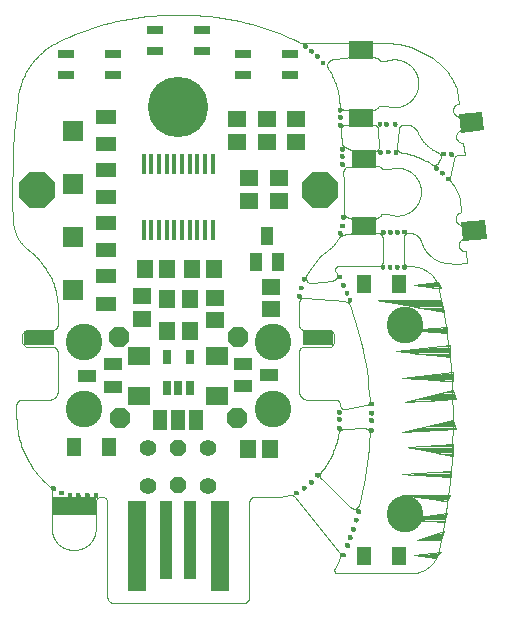
<source format=gbs>
G75*
%MOIN*%
%OFA0B0*%
%FSLAX25Y25*%
%IPPOS*%
%LPD*%
%AMOC8*
5,1,8,0,0,1.08239X$1,22.5*
%
%ADD10C,0.00197*%
%ADD11R,0.10236X0.04724*%
%ADD12R,0.07874X0.06299*%
%ADD13R,0.06299X0.07874*%
%ADD14C,0.00394*%
%ADD15C,0.00000*%
%ADD16C,0.01600*%
%ADD17R,0.14567X0.05906*%
%ADD18R,0.05400X0.02900*%
%ADD19R,0.06306X0.05518*%
%ADD20R,0.05912X0.04337*%
%ADD21R,0.07487X0.05912*%
%ADD22R,0.01581X0.06699*%
%ADD23OC8,0.06700*%
%ADD24R,0.04337X0.05912*%
%ADD25OC8,0.05600*%
%ADD26C,0.05600*%
%ADD27OC8,0.12211*%
%ADD28R,0.06306X0.29928*%
%ADD29R,0.04337X0.25991*%
%ADD30R,0.06700X0.04700*%
%ADD31R,0.06700X0.06700*%
%ADD32R,0.02565X0.05124*%
%ADD33R,0.05000X0.06700*%
%ADD34R,0.05518X0.06306*%
%ADD35R,0.05124X0.05912*%
%ADD36C,0.12211*%
%ADD37C,0.20148*%
D10*
X0028953Y0029365D02*
X0029740Y0029365D01*
X0029906Y0029367D01*
X0030073Y0029373D01*
X0030239Y0029383D01*
X0030405Y0029397D01*
X0030570Y0029415D01*
X0030736Y0029437D01*
X0030900Y0029463D01*
X0031064Y0029493D01*
X0031227Y0029527D01*
X0031389Y0029565D01*
X0031550Y0029607D01*
X0031710Y0029653D01*
X0031869Y0029702D01*
X0032027Y0029756D01*
X0032183Y0029813D01*
X0032338Y0029874D01*
X0032492Y0029938D01*
X0032643Y0030007D01*
X0032794Y0030079D01*
X0032942Y0030154D01*
X0033088Y0030233D01*
X0033233Y0030316D01*
X0033375Y0030402D01*
X0033516Y0030492D01*
X0033654Y0030585D01*
X0033790Y0030681D01*
X0033923Y0030780D01*
X0034054Y0030883D01*
X0034183Y0030989D01*
X0034309Y0031098D01*
X0034432Y0031210D01*
X0034553Y0031325D01*
X0034670Y0031442D01*
X0034785Y0031563D01*
X0034897Y0031686D01*
X0035006Y0031812D01*
X0035112Y0031941D01*
X0035215Y0032072D01*
X0035314Y0032205D01*
X0035410Y0032341D01*
X0035503Y0032479D01*
X0035593Y0032620D01*
X0035679Y0032762D01*
X0035762Y0032907D01*
X0035841Y0033053D01*
X0035916Y0033201D01*
X0035988Y0033352D01*
X0036057Y0033503D01*
X0036121Y0033657D01*
X0036182Y0033812D01*
X0036239Y0033968D01*
X0036293Y0034126D01*
X0036342Y0034285D01*
X0036388Y0034445D01*
X0036430Y0034606D01*
X0036468Y0034768D01*
X0036502Y0034931D01*
X0036532Y0035095D01*
X0036558Y0035259D01*
X0036580Y0035425D01*
X0036598Y0035590D01*
X0036612Y0035756D01*
X0036622Y0035922D01*
X0036628Y0036089D01*
X0036630Y0036255D01*
X0036630Y0045113D01*
X0038598Y0047082D02*
X0038684Y0047080D01*
X0038770Y0047075D01*
X0038855Y0047065D01*
X0038940Y0047052D01*
X0039024Y0047035D01*
X0039108Y0047015D01*
X0039190Y0046991D01*
X0039271Y0046963D01*
X0039352Y0046932D01*
X0039430Y0046898D01*
X0039507Y0046860D01*
X0039583Y0046818D01*
X0039656Y0046774D01*
X0039727Y0046726D01*
X0039797Y0046675D01*
X0039864Y0046621D01*
X0039928Y0046565D01*
X0039990Y0046505D01*
X0040050Y0046443D01*
X0040106Y0046379D01*
X0040160Y0046312D01*
X0040211Y0046242D01*
X0040259Y0046171D01*
X0040303Y0046098D01*
X0040345Y0046022D01*
X0040383Y0045945D01*
X0040417Y0045867D01*
X0040448Y0045786D01*
X0040476Y0045705D01*
X0040500Y0045623D01*
X0040520Y0045539D01*
X0040537Y0045455D01*
X0040550Y0045370D01*
X0040560Y0045285D01*
X0040565Y0045199D01*
X0040567Y0045113D01*
X0040567Y0013617D01*
X0040566Y0013617D02*
X0040568Y0013531D01*
X0040573Y0013445D01*
X0040583Y0013360D01*
X0040596Y0013275D01*
X0040613Y0013191D01*
X0040633Y0013107D01*
X0040657Y0013025D01*
X0040685Y0012944D01*
X0040716Y0012863D01*
X0040750Y0012785D01*
X0040788Y0012708D01*
X0040830Y0012633D01*
X0040874Y0012559D01*
X0040922Y0012488D01*
X0040973Y0012418D01*
X0041027Y0012351D01*
X0041083Y0012287D01*
X0041143Y0012225D01*
X0041205Y0012165D01*
X0041269Y0012109D01*
X0041336Y0012055D01*
X0041406Y0012004D01*
X0041477Y0011956D01*
X0041551Y0011912D01*
X0041626Y0011870D01*
X0041703Y0011832D01*
X0041781Y0011798D01*
X0041862Y0011767D01*
X0041943Y0011739D01*
X0042025Y0011715D01*
X0042109Y0011695D01*
X0042193Y0011678D01*
X0042278Y0011665D01*
X0042363Y0011655D01*
X0042449Y0011650D01*
X0042535Y0011648D01*
X0085843Y0011648D01*
X0085929Y0011650D01*
X0086015Y0011655D01*
X0086100Y0011665D01*
X0086185Y0011678D01*
X0086269Y0011695D01*
X0086353Y0011715D01*
X0086435Y0011739D01*
X0086516Y0011767D01*
X0086597Y0011798D01*
X0086675Y0011832D01*
X0086752Y0011870D01*
X0086828Y0011912D01*
X0086901Y0011956D01*
X0086972Y0012004D01*
X0087042Y0012055D01*
X0087109Y0012109D01*
X0087173Y0012165D01*
X0087235Y0012225D01*
X0087295Y0012287D01*
X0087351Y0012351D01*
X0087405Y0012418D01*
X0087456Y0012488D01*
X0087504Y0012559D01*
X0087548Y0012632D01*
X0087590Y0012708D01*
X0087628Y0012785D01*
X0087662Y0012863D01*
X0087693Y0012944D01*
X0087721Y0013025D01*
X0087745Y0013107D01*
X0087765Y0013191D01*
X0087782Y0013275D01*
X0087795Y0013360D01*
X0087805Y0013445D01*
X0087810Y0013531D01*
X0087812Y0013617D01*
X0087811Y0013617D02*
X0087811Y0045113D01*
X0087813Y0045199D01*
X0087818Y0045285D01*
X0087828Y0045370D01*
X0087841Y0045455D01*
X0087858Y0045539D01*
X0087878Y0045623D01*
X0087902Y0045705D01*
X0087930Y0045786D01*
X0087961Y0045867D01*
X0087995Y0045945D01*
X0088033Y0046022D01*
X0088075Y0046098D01*
X0088119Y0046171D01*
X0088167Y0046242D01*
X0088218Y0046312D01*
X0088272Y0046379D01*
X0088328Y0046443D01*
X0088388Y0046505D01*
X0088450Y0046565D01*
X0088514Y0046621D01*
X0088581Y0046675D01*
X0088651Y0046726D01*
X0088722Y0046774D01*
X0088796Y0046818D01*
X0088871Y0046860D01*
X0088948Y0046898D01*
X0089026Y0046932D01*
X0089107Y0046963D01*
X0089188Y0046991D01*
X0089270Y0047015D01*
X0089354Y0047035D01*
X0089438Y0047052D01*
X0089523Y0047065D01*
X0089608Y0047075D01*
X0089694Y0047080D01*
X0089780Y0047082D01*
X0089780Y0047081D02*
X0097260Y0047081D01*
X0100803Y0047475D02*
X0101156Y0047563D01*
X0101155Y0047563D02*
X0101240Y0047582D01*
X0101324Y0047598D01*
X0101410Y0047609D01*
X0101496Y0047617D01*
X0101582Y0047621D01*
X0101668Y0047622D01*
X0101754Y0047618D01*
X0101840Y0047611D01*
X0101926Y0047600D01*
X0102011Y0047585D01*
X0102095Y0047567D01*
X0102178Y0047545D01*
X0102260Y0047519D01*
X0102342Y0047490D01*
X0102421Y0047457D01*
X0102500Y0047421D01*
X0102576Y0047381D01*
X0102651Y0047338D01*
X0102724Y0047292D01*
X0102794Y0047243D01*
X0102863Y0047191D01*
X0102929Y0047135D01*
X0102993Y0047077D01*
X0103054Y0047016D01*
X0103112Y0046953D01*
X0103168Y0046887D01*
X0103167Y0046887D02*
X0117875Y0028592D01*
X0117925Y0028528D01*
X0117971Y0028462D01*
X0118014Y0028393D01*
X0118054Y0028323D01*
X0118091Y0028251D01*
X0118124Y0028177D01*
X0118154Y0028102D01*
X0118180Y0028025D01*
X0118203Y0027947D01*
X0118223Y0027869D01*
X0118238Y0027789D01*
X0118250Y0027709D01*
X0118258Y0027629D01*
X0118263Y0027548D01*
X0118264Y0027467D01*
X0118261Y0027386D01*
X0118254Y0027305D01*
X0118244Y0027225D01*
X0118230Y0027145D01*
X0118212Y0027066D01*
X0118191Y0026988D01*
X0118166Y0026911D01*
X0118138Y0026835D01*
X0117732Y0025822D01*
X0116354Y0023066D01*
X0116354Y0023065D02*
X0116323Y0023010D01*
X0116295Y0022952D01*
X0116270Y0022894D01*
X0116249Y0022833D01*
X0116232Y0022772D01*
X0116219Y0022709D01*
X0116209Y0022646D01*
X0116204Y0022583D01*
X0116202Y0022519D01*
X0116204Y0022455D01*
X0116210Y0022391D01*
X0116221Y0022328D01*
X0116235Y0022266D01*
X0116252Y0022205D01*
X0116274Y0022145D01*
X0116299Y0022086D01*
X0116328Y0022029D01*
X0116360Y0021974D01*
X0116395Y0021921D01*
X0116434Y0021870D01*
X0116476Y0021822D01*
X0116520Y0021776D01*
X0116568Y0021733D01*
X0116617Y0021693D01*
X0116670Y0021657D01*
X0116724Y0021623D01*
X0116780Y0021593D01*
X0116839Y0021567D01*
X0116898Y0021544D01*
X0116959Y0021525D01*
X0117021Y0021509D01*
X0117084Y0021498D01*
X0117147Y0021490D01*
X0117211Y0021486D01*
X0117275Y0021487D01*
X0117338Y0021491D01*
X0117339Y0021491D02*
X0141354Y0021491D01*
X0141594Y0021491D01*
X0141833Y0021496D01*
X0142072Y0021507D01*
X0142311Y0021524D01*
X0142550Y0021547D01*
X0142788Y0021575D01*
X0143025Y0021609D01*
X0143261Y0021649D01*
X0143497Y0021695D01*
X0143731Y0021746D01*
X0143963Y0021803D01*
X0144195Y0021866D01*
X0144424Y0021934D01*
X0144652Y0022007D01*
X0144879Y0022086D01*
X0145103Y0022171D01*
X0145325Y0022261D01*
X0145545Y0022356D01*
X0145762Y0022457D01*
X0145977Y0022563D01*
X0146190Y0022674D01*
X0146399Y0022790D01*
X0146606Y0022911D01*
X0146810Y0023037D01*
X0147010Y0023168D01*
X0147208Y0023303D01*
X0147402Y0023444D01*
X0147593Y0023589D01*
X0147780Y0023739D01*
X0147963Y0023893D01*
X0148143Y0024051D01*
X0148319Y0024214D01*
X0148490Y0024381D01*
X0148658Y0024552D01*
X0148822Y0024728D01*
X0148981Y0024907D01*
X0149136Y0025090D01*
X0149286Y0025276D01*
X0149432Y0025466D01*
X0149573Y0025660D01*
X0149710Y0025857D01*
X0149842Y0026057D01*
X0149968Y0026260D01*
X0150090Y0026466D01*
X0150207Y0026676D01*
X0150319Y0026888D01*
X0150426Y0027102D01*
X0150527Y0027319D01*
X0150623Y0027539D01*
X0150714Y0027760D01*
X0150799Y0027984D01*
X0150879Y0028210D01*
X0150954Y0028438D01*
X0151023Y0028667D01*
X0151086Y0028898D01*
X0151144Y0029131D01*
X0151196Y0029365D01*
X0124425Y0044326D02*
X0124401Y0044249D01*
X0124374Y0044173D01*
X0124343Y0044099D01*
X0124308Y0044026D01*
X0124270Y0043955D01*
X0124229Y0043886D01*
X0124185Y0043819D01*
X0124138Y0043754D01*
X0124087Y0043691D01*
X0124034Y0043631D01*
X0123978Y0043573D01*
X0123919Y0043518D01*
X0123858Y0043466D01*
X0123795Y0043417D01*
X0123729Y0043370D01*
X0123661Y0043327D01*
X0123591Y0043287D01*
X0123519Y0043251D01*
X0123446Y0043218D01*
X0123371Y0043188D01*
X0123295Y0043162D01*
X0123218Y0043139D01*
X0123140Y0043120D01*
X0123061Y0043105D01*
X0122981Y0043093D01*
X0122901Y0043086D01*
X0122821Y0043082D01*
X0122741Y0043081D01*
X0122660Y0043085D01*
X0122580Y0043092D01*
X0122501Y0043103D01*
X0122421Y0043118D01*
X0122343Y0043136D01*
X0122266Y0043158D01*
X0122190Y0043184D01*
X0122115Y0043213D01*
X0122041Y0043246D01*
X0121969Y0043282D01*
X0121899Y0043321D01*
X0121831Y0043364D01*
X0121765Y0043410D01*
X0121701Y0043459D01*
X0121639Y0043510D01*
X0121580Y0043565D01*
X0112015Y0052840D01*
X0111952Y0052893D01*
X0111892Y0052949D01*
X0111835Y0053009D01*
X0111780Y0053070D01*
X0111728Y0053135D01*
X0111680Y0053201D01*
X0111635Y0053270D01*
X0111593Y0053341D01*
X0111554Y0053414D01*
X0111519Y0053488D01*
X0111488Y0053565D01*
X0111460Y0053642D01*
X0111436Y0053721D01*
X0111416Y0053801D01*
X0111399Y0053881D01*
X0111387Y0053963D01*
X0111378Y0054045D01*
X0111373Y0054127D01*
X0111372Y0054209D01*
X0111375Y0054292D01*
X0111382Y0054374D01*
X0111393Y0054455D01*
X0111407Y0054537D01*
X0111426Y0054617D01*
X0111448Y0054696D01*
X0111474Y0054774D01*
X0111504Y0054851D01*
X0111537Y0054927D01*
X0111574Y0055000D01*
X0111614Y0055072D01*
X0111658Y0055142D01*
X0111705Y0055210D01*
X0111827Y0055349D01*
X0117535Y0067948D02*
X0117623Y0068299D01*
X0117645Y0068376D01*
X0117669Y0068452D01*
X0117698Y0068527D01*
X0117730Y0068601D01*
X0117766Y0068673D01*
X0117804Y0068743D01*
X0117847Y0068811D01*
X0117892Y0068877D01*
X0117941Y0068941D01*
X0117992Y0069002D01*
X0118046Y0069061D01*
X0118104Y0069117D01*
X0118163Y0069171D01*
X0118225Y0069221D01*
X0118290Y0069269D01*
X0118357Y0069313D01*
X0118425Y0069354D01*
X0118496Y0069392D01*
X0118568Y0069426D01*
X0118642Y0069457D01*
X0118718Y0069485D01*
X0118794Y0069509D01*
X0118872Y0069529D01*
X0118950Y0069545D01*
X0119029Y0069558D01*
X0119109Y0069567D01*
X0119189Y0069572D01*
X0126395Y0069855D01*
X0126476Y0069847D01*
X0126556Y0069835D01*
X0126636Y0069819D01*
X0126715Y0069800D01*
X0126793Y0069777D01*
X0126869Y0069750D01*
X0126945Y0069719D01*
X0127018Y0069685D01*
X0127090Y0069648D01*
X0127161Y0069607D01*
X0127229Y0069563D01*
X0127295Y0069516D01*
X0127359Y0069465D01*
X0127420Y0069412D01*
X0127479Y0069356D01*
X0127535Y0069297D01*
X0127588Y0069236D01*
X0127638Y0069172D01*
X0127685Y0069106D01*
X0127729Y0069038D01*
X0127770Y0068967D01*
X0127807Y0068895D01*
X0127841Y0068821D01*
X0127871Y0068746D01*
X0127898Y0068669D01*
X0127921Y0068591D01*
X0127940Y0068512D01*
X0127956Y0068433D01*
X0127967Y0068352D01*
X0127975Y0068272D01*
X0127979Y0068190D01*
X0127980Y0068109D01*
X0127976Y0068028D01*
X0127969Y0067947D01*
X0126626Y0077521D02*
X0120056Y0076208D01*
X0120057Y0076207D02*
X0119978Y0076194D01*
X0119900Y0076184D01*
X0119821Y0076178D01*
X0119742Y0076176D01*
X0119662Y0076178D01*
X0119583Y0076184D01*
X0119505Y0076193D01*
X0119426Y0076207D01*
X0119349Y0076224D01*
X0119273Y0076245D01*
X0119197Y0076270D01*
X0119123Y0076298D01*
X0119051Y0076330D01*
X0118980Y0076366D01*
X0118911Y0076405D01*
X0118844Y0076447D01*
X0118779Y0076493D01*
X0118717Y0076542D01*
X0118657Y0076594D01*
X0118599Y0076648D01*
X0118545Y0076706D01*
X0118493Y0076766D01*
X0118444Y0076828D01*
X0118398Y0076893D01*
X0118356Y0076960D01*
X0118317Y0077029D01*
X0118281Y0077100D01*
X0118249Y0077172D01*
X0118220Y0077246D01*
X0118196Y0077321D01*
X0118174Y0077398D01*
X0118157Y0077475D01*
X0118143Y0077553D01*
X0118134Y0077632D01*
X0118128Y0077711D01*
X0118126Y0077790D01*
X0118123Y0077869D01*
X0118116Y0077947D01*
X0118105Y0078025D01*
X0118090Y0078102D01*
X0118072Y0078178D01*
X0118050Y0078253D01*
X0118024Y0078327D01*
X0117995Y0078400D01*
X0117962Y0078471D01*
X0117926Y0078541D01*
X0117886Y0078609D01*
X0117843Y0078674D01*
X0117797Y0078738D01*
X0117748Y0078799D01*
X0117695Y0078858D01*
X0117640Y0078914D01*
X0117583Y0078967D01*
X0117523Y0079017D01*
X0117460Y0079065D01*
X0117395Y0079109D01*
X0117328Y0079150D01*
X0117259Y0079187D01*
X0117189Y0079222D01*
X0117116Y0079252D01*
X0117043Y0079280D01*
X0116968Y0079303D01*
X0116892Y0079323D01*
X0116815Y0079339D01*
X0116738Y0079351D01*
X0116660Y0079359D01*
X0116581Y0079364D01*
X0116503Y0079365D01*
X0107567Y0079365D01*
X0107459Y0079360D01*
X0107351Y0079359D01*
X0107243Y0079362D01*
X0107135Y0079368D01*
X0107027Y0079378D01*
X0106920Y0079393D01*
X0106813Y0079411D01*
X0106707Y0079432D01*
X0106602Y0079458D01*
X0106498Y0079487D01*
X0106395Y0079520D01*
X0106293Y0079557D01*
X0106193Y0079597D01*
X0106094Y0079641D01*
X0105996Y0079688D01*
X0105901Y0079739D01*
X0105807Y0079793D01*
X0105716Y0079851D01*
X0105626Y0079911D01*
X0105539Y0079975D01*
X0105454Y0080042D01*
X0105371Y0080112D01*
X0105291Y0080185D01*
X0105214Y0080260D01*
X0105139Y0080339D01*
X0105067Y0080419D01*
X0104999Y0080503D01*
X0104933Y0080589D01*
X0104870Y0080677D01*
X0104811Y0080767D01*
X0104754Y0080860D01*
X0104701Y0080954D01*
X0104652Y0081050D01*
X0104606Y0081148D01*
X0104563Y0081247D01*
X0104524Y0081348D01*
X0104489Y0081451D01*
X0104457Y0081554D01*
X0104429Y0081658D01*
X0104405Y0081764D01*
X0104385Y0081870D01*
X0104368Y0081977D01*
X0104355Y0082084D01*
X0104346Y0082192D01*
X0104346Y0095113D01*
X0104348Y0095199D01*
X0104353Y0095285D01*
X0104363Y0095370D01*
X0104376Y0095455D01*
X0104393Y0095539D01*
X0104413Y0095623D01*
X0104437Y0095705D01*
X0104465Y0095786D01*
X0104496Y0095867D01*
X0104530Y0095945D01*
X0104568Y0096022D01*
X0104610Y0096098D01*
X0104654Y0096171D01*
X0104702Y0096242D01*
X0104753Y0096312D01*
X0104807Y0096379D01*
X0104863Y0096443D01*
X0104923Y0096505D01*
X0104985Y0096565D01*
X0105049Y0096621D01*
X0105116Y0096675D01*
X0105186Y0096726D01*
X0105257Y0096774D01*
X0105331Y0096818D01*
X0105406Y0096860D01*
X0105483Y0096898D01*
X0105561Y0096932D01*
X0105642Y0096963D01*
X0105723Y0096991D01*
X0105805Y0097015D01*
X0105889Y0097035D01*
X0105973Y0097052D01*
X0106058Y0097065D01*
X0106143Y0097075D01*
X0106229Y0097080D01*
X0106315Y0097082D01*
X0106315Y0097081D02*
X0114976Y0097081D01*
X0116157Y0098262D01*
X0116157Y0101412D01*
X0114976Y0102593D01*
X0106315Y0102593D01*
X0106229Y0102595D01*
X0106143Y0102600D01*
X0106058Y0102610D01*
X0105973Y0102623D01*
X0105889Y0102640D01*
X0105805Y0102660D01*
X0105723Y0102684D01*
X0105642Y0102712D01*
X0105561Y0102743D01*
X0105483Y0102777D01*
X0105406Y0102815D01*
X0105331Y0102857D01*
X0105257Y0102901D01*
X0105186Y0102949D01*
X0105116Y0103000D01*
X0105049Y0103054D01*
X0104985Y0103110D01*
X0104923Y0103170D01*
X0104863Y0103232D01*
X0104807Y0103296D01*
X0104753Y0103363D01*
X0104702Y0103433D01*
X0104654Y0103504D01*
X0104610Y0103578D01*
X0104568Y0103653D01*
X0104530Y0103730D01*
X0104496Y0103808D01*
X0104465Y0103889D01*
X0104437Y0103970D01*
X0104413Y0104052D01*
X0104393Y0104136D01*
X0104376Y0104220D01*
X0104363Y0104305D01*
X0104353Y0104390D01*
X0104348Y0104476D01*
X0104346Y0104562D01*
X0104346Y0109680D01*
X0104543Y0112042D02*
X0104554Y0112120D01*
X0104570Y0112197D01*
X0104589Y0112274D01*
X0104611Y0112349D01*
X0104638Y0112423D01*
X0104668Y0112496D01*
X0104701Y0112567D01*
X0104738Y0112637D01*
X0104778Y0112704D01*
X0104821Y0112770D01*
X0104868Y0112834D01*
X0104917Y0112895D01*
X0104969Y0112954D01*
X0105024Y0113010D01*
X0105082Y0113063D01*
X0105142Y0113114D01*
X0105205Y0113161D01*
X0105270Y0113206D01*
X0105337Y0113247D01*
X0105405Y0113285D01*
X0105476Y0113320D01*
X0105548Y0113352D01*
X0105622Y0113379D01*
X0105697Y0113404D01*
X0105773Y0113424D01*
X0105849Y0113441D01*
X0105927Y0113454D01*
X0106005Y0113464D01*
X0106084Y0113469D01*
X0106162Y0113471D01*
X0106241Y0113469D01*
X0106319Y0113463D01*
X0106320Y0113463D02*
X0119864Y0112141D01*
X0119863Y0112141D02*
X0119943Y0112131D01*
X0120021Y0112118D01*
X0120100Y0112101D01*
X0120177Y0112080D01*
X0120253Y0112056D01*
X0120328Y0112028D01*
X0120401Y0111996D01*
X0120473Y0111961D01*
X0120543Y0111923D01*
X0120611Y0111881D01*
X0120677Y0111836D01*
X0120741Y0111788D01*
X0120803Y0111737D01*
X0120862Y0111683D01*
X0120918Y0111627D01*
X0120972Y0111567D01*
X0121023Y0111506D01*
X0121071Y0111442D01*
X0121116Y0111376D01*
X0121157Y0111307D01*
X0121195Y0111237D01*
X0121230Y0111165D01*
X0121262Y0111092D01*
X0121669Y0110073D01*
X0104544Y0112042D02*
X0104501Y0111808D01*
X0104463Y0111574D01*
X0104430Y0111339D01*
X0104402Y0111103D01*
X0104380Y0110866D01*
X0104363Y0110629D01*
X0104351Y0110392D01*
X0104345Y0110155D01*
X0104343Y0109917D01*
X0104347Y0109680D01*
X0108874Y0118193D02*
X0115559Y0119131D01*
X0115559Y0119132D02*
X0115638Y0119140D01*
X0115718Y0119152D01*
X0115796Y0119168D01*
X0115874Y0119188D01*
X0115950Y0119212D01*
X0116026Y0119239D01*
X0116100Y0119269D01*
X0116172Y0119304D01*
X0116243Y0119341D01*
X0116312Y0119382D01*
X0116378Y0119426D01*
X0116443Y0119474D01*
X0116505Y0119524D01*
X0116565Y0119577D01*
X0116622Y0119634D01*
X0116677Y0119692D01*
X0116728Y0119754D01*
X0116777Y0119817D01*
X0116822Y0119883D01*
X0116864Y0119952D01*
X0116903Y0120022D01*
X0116939Y0120093D01*
X0116971Y0120167D01*
X0116999Y0120242D01*
X0117024Y0120318D01*
X0117046Y0120395D01*
X0117063Y0120473D01*
X0117077Y0120552D01*
X0117087Y0120632D01*
X0117093Y0120712D01*
X0117095Y0120792D01*
X0117093Y0120872D01*
X0117088Y0120952D01*
X0117079Y0121031D01*
X0117066Y0121110D01*
X0117049Y0121189D01*
X0117028Y0121266D01*
X0117004Y0121342D01*
X0116976Y0121418D01*
X0116945Y0121491D01*
X0116551Y0122278D01*
X0116521Y0122334D01*
X0116495Y0122391D01*
X0116472Y0122450D01*
X0116453Y0122510D01*
X0116437Y0122571D01*
X0116425Y0122633D01*
X0116417Y0122695D01*
X0116412Y0122758D01*
X0116411Y0122821D01*
X0116414Y0122884D01*
X0116421Y0122947D01*
X0116431Y0123009D01*
X0116445Y0123070D01*
X0116463Y0123131D01*
X0116484Y0123190D01*
X0116509Y0123248D01*
X0116537Y0123305D01*
X0116569Y0123359D01*
X0116603Y0123412D01*
X0116641Y0123462D01*
X0116682Y0123511D01*
X0116725Y0123556D01*
X0116772Y0123599D01*
X0116820Y0123639D01*
X0116871Y0123676D01*
X0116924Y0123710D01*
X0116979Y0123741D01*
X0117036Y0123769D01*
X0117094Y0123793D01*
X0117154Y0123813D01*
X0117215Y0123830D01*
X0117276Y0123843D01*
X0117338Y0123853D01*
X0117339Y0123853D02*
X0130724Y0123853D01*
X0130801Y0123855D01*
X0130878Y0123861D01*
X0130955Y0123870D01*
X0131031Y0123883D01*
X0131107Y0123900D01*
X0131181Y0123921D01*
X0131255Y0123945D01*
X0131327Y0123973D01*
X0131397Y0124004D01*
X0131466Y0124039D01*
X0131534Y0124077D01*
X0131599Y0124118D01*
X0131662Y0124163D01*
X0131723Y0124211D01*
X0131782Y0124261D01*
X0131838Y0124314D01*
X0131891Y0124370D01*
X0131941Y0124429D01*
X0131989Y0124490D01*
X0132034Y0124553D01*
X0132075Y0124618D01*
X0132113Y0124686D01*
X0132148Y0124755D01*
X0132179Y0124825D01*
X0132207Y0124897D01*
X0132231Y0124971D01*
X0132252Y0125045D01*
X0132269Y0125121D01*
X0132282Y0125197D01*
X0132291Y0125274D01*
X0132297Y0125351D01*
X0132299Y0125428D01*
X0132299Y0133400D01*
X0132297Y0133477D01*
X0132291Y0133554D01*
X0132282Y0133631D01*
X0132269Y0133707D01*
X0132252Y0133783D01*
X0132231Y0133857D01*
X0132207Y0133931D01*
X0132179Y0134003D01*
X0132148Y0134073D01*
X0132113Y0134142D01*
X0132075Y0134210D01*
X0132034Y0134275D01*
X0131989Y0134338D01*
X0131941Y0134399D01*
X0131891Y0134458D01*
X0131838Y0134514D01*
X0131782Y0134567D01*
X0131723Y0134617D01*
X0131662Y0134665D01*
X0131599Y0134710D01*
X0131534Y0134751D01*
X0131466Y0134789D01*
X0131397Y0134824D01*
X0131327Y0134855D01*
X0131255Y0134883D01*
X0131181Y0134907D01*
X0131107Y0134928D01*
X0131031Y0134945D01*
X0130955Y0134958D01*
X0130878Y0134967D01*
X0130801Y0134973D01*
X0130724Y0134975D01*
X0123047Y0134975D01*
X0122779Y0134926D02*
X0118800Y0134143D01*
X0117637Y0133308D02*
X0117240Y0132613D01*
X0117637Y0133307D02*
X0117679Y0133378D01*
X0117725Y0133446D01*
X0117774Y0133512D01*
X0117826Y0133575D01*
X0117881Y0133636D01*
X0117938Y0133694D01*
X0117999Y0133750D01*
X0118062Y0133802D01*
X0118127Y0133852D01*
X0118195Y0133898D01*
X0118265Y0133941D01*
X0118337Y0133980D01*
X0118410Y0134016D01*
X0118486Y0134049D01*
X0118562Y0134078D01*
X0118640Y0134103D01*
X0118719Y0134125D01*
X0118799Y0134143D01*
X0122779Y0134926D02*
X0122845Y0134943D01*
X0122912Y0134957D01*
X0122979Y0134968D01*
X0123047Y0134975D01*
X0123082Y0139680D02*
X0129228Y0139680D01*
X0131984Y0141255D02*
X0134346Y0141255D01*
X0131984Y0141255D02*
X0131922Y0141159D01*
X0131856Y0141066D01*
X0131788Y0140975D01*
X0131716Y0140886D01*
X0131642Y0140800D01*
X0131564Y0140716D01*
X0131484Y0140635D01*
X0131401Y0140557D01*
X0131316Y0140482D01*
X0131228Y0140409D01*
X0131137Y0140340D01*
X0131045Y0140274D01*
X0130950Y0140211D01*
X0130853Y0140151D01*
X0130754Y0140094D01*
X0130653Y0140041D01*
X0130550Y0139991D01*
X0130446Y0139945D01*
X0130341Y0139903D01*
X0130234Y0139863D01*
X0130125Y0139828D01*
X0130016Y0139796D01*
X0129905Y0139768D01*
X0129794Y0139744D01*
X0129682Y0139724D01*
X0129569Y0139707D01*
X0129456Y0139694D01*
X0129342Y0139685D01*
X0129228Y0139680D01*
X0123082Y0139680D02*
X0123006Y0139682D01*
X0122930Y0139687D01*
X0122855Y0139697D01*
X0122780Y0139709D01*
X0122779Y0139709D02*
X0120759Y0140104D01*
X0120759Y0140105D02*
X0120680Y0140122D01*
X0120602Y0140143D01*
X0120524Y0140168D01*
X0120449Y0140197D01*
X0120374Y0140229D01*
X0120301Y0140265D01*
X0120231Y0140304D01*
X0120162Y0140346D01*
X0120095Y0140392D01*
X0120030Y0140441D01*
X0119968Y0140493D01*
X0119908Y0140548D01*
X0119851Y0140606D01*
X0119797Y0140666D01*
X0119746Y0140729D01*
X0119698Y0140794D01*
X0119653Y0140862D01*
X0119611Y0140931D01*
X0119573Y0141002D01*
X0119538Y0141076D01*
X0119507Y0141150D01*
X0119479Y0141227D01*
X0119455Y0141304D01*
X0119435Y0141383D01*
X0119419Y0141462D01*
X0119406Y0141542D01*
X0119397Y0141623D01*
X0119392Y0141703D01*
X0119391Y0141784D01*
X0119394Y0141865D01*
X0119394Y0141866D02*
X0119406Y0142062D01*
X0119504Y0144719D01*
X0119239Y0155245D02*
X0119235Y0155327D01*
X0119234Y0155408D01*
X0119237Y0155490D01*
X0119244Y0155571D01*
X0119255Y0155652D01*
X0119269Y0155732D01*
X0119287Y0155812D01*
X0119309Y0155891D01*
X0119334Y0155968D01*
X0119363Y0156045D01*
X0119395Y0156120D01*
X0119431Y0156193D01*
X0119470Y0156265D01*
X0119512Y0156334D01*
X0119558Y0156402D01*
X0119606Y0156468D01*
X0119658Y0156531D01*
X0119712Y0156592D01*
X0119769Y0156650D01*
X0119829Y0156706D01*
X0119891Y0156759D01*
X0119956Y0156808D01*
X0120023Y0156855D01*
X0120092Y0156899D01*
X0120163Y0156939D01*
X0120235Y0156977D01*
X0120310Y0157010D01*
X0120385Y0157041D01*
X0120462Y0157068D01*
X0120541Y0157091D01*
X0120620Y0157110D01*
X0120700Y0157126D01*
X0120781Y0157139D01*
X0120781Y0157138D02*
X0122949Y0157416D01*
X0130016Y0157396D01*
X0132378Y0156215D02*
X0134346Y0156215D01*
X0132378Y0156216D02*
X0132318Y0156298D01*
X0132254Y0156378D01*
X0132188Y0156455D01*
X0132119Y0156530D01*
X0132048Y0156602D01*
X0131973Y0156672D01*
X0131897Y0156739D01*
X0131818Y0156804D01*
X0131736Y0156865D01*
X0131653Y0156923D01*
X0131567Y0156978D01*
X0131480Y0157030D01*
X0131390Y0157079D01*
X0131299Y0157125D01*
X0131206Y0157167D01*
X0131112Y0157206D01*
X0131017Y0157241D01*
X0130920Y0157273D01*
X0130822Y0157301D01*
X0130723Y0157326D01*
X0130623Y0157347D01*
X0130523Y0157365D01*
X0130422Y0157379D01*
X0130321Y0157389D01*
X0130219Y0157395D01*
X0130117Y0157398D01*
X0130015Y0157397D01*
X0129473Y0162140D02*
X0122949Y0162140D01*
X0119759Y0163550D01*
X0119682Y0163587D01*
X0119607Y0163626D01*
X0119533Y0163669D01*
X0119462Y0163716D01*
X0119392Y0163765D01*
X0119326Y0163818D01*
X0119261Y0163874D01*
X0119199Y0163933D01*
X0119140Y0163994D01*
X0119084Y0164058D01*
X0119030Y0164125D01*
X0118980Y0164193D01*
X0118933Y0164265D01*
X0118890Y0164338D01*
X0118849Y0164413D01*
X0118812Y0164490D01*
X0118779Y0164568D01*
X0118749Y0164648D01*
X0118723Y0164729D01*
X0118701Y0164812D01*
X0118683Y0164895D01*
X0118668Y0164979D01*
X0118657Y0165063D01*
X0118650Y0165148D01*
X0118618Y0165684D01*
X0118520Y0167751D01*
X0118428Y0169304D01*
X0118429Y0169305D02*
X0118426Y0169386D01*
X0118427Y0169467D01*
X0118432Y0169548D01*
X0118441Y0169628D01*
X0118454Y0169709D01*
X0118470Y0169788D01*
X0118490Y0169867D01*
X0118514Y0169944D01*
X0118542Y0170020D01*
X0118573Y0170095D01*
X0118608Y0170168D01*
X0118647Y0170240D01*
X0118688Y0170309D01*
X0118733Y0170377D01*
X0118782Y0170442D01*
X0118833Y0170505D01*
X0118887Y0170565D01*
X0118944Y0170623D01*
X0119004Y0170678D01*
X0119066Y0170730D01*
X0119131Y0170779D01*
X0119198Y0170825D01*
X0119267Y0170867D01*
X0119338Y0170906D01*
X0119411Y0170942D01*
X0119486Y0170974D01*
X0119562Y0171003D01*
X0119639Y0171027D01*
X0119717Y0171049D01*
X0119796Y0171066D01*
X0119876Y0171080D01*
X0119957Y0171089D01*
X0120038Y0171095D01*
X0120119Y0171097D01*
X0129217Y0171097D01*
X0129295Y0171095D01*
X0129372Y0171089D01*
X0129449Y0171080D01*
X0129525Y0171067D01*
X0129601Y0171049D01*
X0129676Y0171029D01*
X0129749Y0171004D01*
X0129822Y0170976D01*
X0129892Y0170945D01*
X0129962Y0170910D01*
X0130029Y0170871D01*
X0130095Y0170830D01*
X0130158Y0170785D01*
X0130219Y0170737D01*
X0130278Y0170686D01*
X0130334Y0170633D01*
X0130387Y0170576D01*
X0130437Y0170518D01*
X0130485Y0170456D01*
X0130529Y0170393D01*
X0130571Y0170327D01*
X0130609Y0170259D01*
X0130643Y0170190D01*
X0130674Y0170119D01*
X0130702Y0170046D01*
X0130726Y0169973D01*
X0130746Y0169898D01*
X0130763Y0169822D01*
X0130776Y0169746D01*
X0130785Y0169669D01*
X0130790Y0169591D01*
X0130791Y0169592D02*
X0131046Y0163784D01*
X0131048Y0163707D01*
X0131046Y0163630D01*
X0131040Y0163553D01*
X0131030Y0163477D01*
X0131016Y0163401D01*
X0130999Y0163326D01*
X0130978Y0163252D01*
X0130954Y0163179D01*
X0130926Y0163107D01*
X0130894Y0163036D01*
X0130859Y0162968D01*
X0130821Y0162901D01*
X0130780Y0162836D01*
X0130735Y0162773D01*
X0130688Y0162712D01*
X0130637Y0162654D01*
X0130584Y0162598D01*
X0130528Y0162545D01*
X0130469Y0162495D01*
X0130409Y0162448D01*
X0130346Y0162404D01*
X0130280Y0162363D01*
X0130213Y0162325D01*
X0130144Y0162290D01*
X0130074Y0162259D01*
X0130002Y0162231D01*
X0129929Y0162207D01*
X0129854Y0162187D01*
X0129779Y0162170D01*
X0129703Y0162157D01*
X0129627Y0162148D01*
X0129550Y0162142D01*
X0129473Y0162140D01*
X0149622Y0192751D02*
X0149022Y0193181D01*
X0148412Y0193598D01*
X0147792Y0194001D01*
X0147163Y0194390D01*
X0146526Y0194763D01*
X0145880Y0195122D01*
X0145226Y0195466D01*
X0144564Y0195795D01*
X0143895Y0196108D01*
X0143218Y0196406D01*
X0142535Y0196688D01*
X0133480Y0192357D02*
X0131512Y0192357D01*
X0129150Y0193538D02*
X0122063Y0193538D01*
X0116480Y0192980D01*
X0115845Y0192861D02*
X0115194Y0192680D01*
X0115194Y0192679D02*
X0115112Y0192655D01*
X0115032Y0192626D01*
X0114953Y0192594D01*
X0114876Y0192558D01*
X0114800Y0192519D01*
X0114726Y0192477D01*
X0114654Y0192431D01*
X0114585Y0192381D01*
X0114517Y0192329D01*
X0114452Y0192274D01*
X0114390Y0192215D01*
X0114331Y0192154D01*
X0114274Y0192090D01*
X0114221Y0192024D01*
X0114170Y0191955D01*
X0114123Y0191884D01*
X0114079Y0191811D01*
X0114038Y0191736D01*
X0114001Y0191660D01*
X0113967Y0191581D01*
X0113938Y0191501D01*
X0113911Y0191420D01*
X0113889Y0191338D01*
X0113870Y0191255D01*
X0113855Y0191171D01*
X0113844Y0191086D01*
X0113837Y0191001D01*
X0113834Y0190916D01*
X0113835Y0190831D01*
X0113840Y0190746D01*
X0113848Y0190661D01*
X0113861Y0190577D01*
X0113877Y0190493D01*
X0113897Y0190410D01*
X0113921Y0190328D01*
X0113949Y0190248D01*
X0113980Y0190168D01*
X0114015Y0190090D01*
X0114053Y0190014D01*
X0114095Y0189940D01*
X0114141Y0189868D01*
X0114189Y0189798D01*
X0115845Y0192860D02*
X0115949Y0192887D01*
X0116055Y0192912D01*
X0116160Y0192933D01*
X0116267Y0192952D01*
X0116374Y0192967D01*
X0116481Y0192979D01*
X0122063Y0198262D02*
X0105596Y0198262D01*
X0105597Y0198262D02*
X0105502Y0198266D01*
X0105407Y0198274D01*
X0105313Y0198285D01*
X0105219Y0198301D01*
X0105127Y0198320D01*
X0105034Y0198343D01*
X0104943Y0198369D01*
X0104854Y0198400D01*
X0104765Y0198434D01*
X0104678Y0198471D01*
X0104592Y0198512D01*
X0104509Y0198557D01*
X0104427Y0198605D01*
X0104347Y0198656D01*
X0122063Y0198262D02*
X0132299Y0198262D01*
X0129149Y0193539D02*
X0129251Y0193540D01*
X0129353Y0193537D01*
X0129455Y0193531D01*
X0129556Y0193521D01*
X0129657Y0193507D01*
X0129757Y0193489D01*
X0129857Y0193468D01*
X0129956Y0193443D01*
X0130054Y0193415D01*
X0130151Y0193383D01*
X0130246Y0193348D01*
X0130340Y0193309D01*
X0130433Y0193267D01*
X0130524Y0193221D01*
X0130614Y0193172D01*
X0130701Y0193120D01*
X0130787Y0193065D01*
X0130870Y0193007D01*
X0130952Y0192946D01*
X0131031Y0192881D01*
X0131107Y0192814D01*
X0131182Y0192744D01*
X0131253Y0192672D01*
X0131322Y0192597D01*
X0131388Y0192520D01*
X0131452Y0192440D01*
X0131512Y0192358D01*
X0133480Y0192357D02*
X0133664Y0192423D01*
X0133850Y0192484D01*
X0134037Y0192540D01*
X0134225Y0192591D01*
X0134415Y0192638D01*
X0134606Y0192681D01*
X0134797Y0192718D01*
X0134990Y0192751D01*
X0135183Y0192779D01*
X0135377Y0192803D01*
X0135572Y0192821D01*
X0135767Y0192835D01*
X0135962Y0192844D01*
X0136157Y0192849D01*
X0136352Y0192848D01*
X0136548Y0192843D01*
X0136743Y0192833D01*
X0136938Y0192818D01*
X0137132Y0192798D01*
X0137326Y0192774D01*
X0137519Y0192745D01*
X0137712Y0192711D01*
X0137903Y0192673D01*
X0138094Y0192630D01*
X0138283Y0192582D01*
X0138471Y0192529D01*
X0138658Y0192472D01*
X0138843Y0192411D01*
X0139027Y0192344D01*
X0139209Y0192274D01*
X0139390Y0192199D01*
X0139568Y0192119D01*
X0139745Y0192035D01*
X0139919Y0191947D01*
X0140091Y0191855D01*
X0140261Y0191758D01*
X0140428Y0191658D01*
X0140593Y0191553D01*
X0140756Y0191444D01*
X0140915Y0191331D01*
X0141072Y0191215D01*
X0141226Y0191094D01*
X0141377Y0190970D01*
X0141524Y0190842D01*
X0141669Y0190711D01*
X0141810Y0190576D01*
X0141948Y0190438D01*
X0142083Y0190296D01*
X0142214Y0190151D01*
X0142341Y0190003D01*
X0142465Y0189852D01*
X0142585Y0189698D01*
X0142701Y0189541D01*
X0142814Y0189381D01*
X0142922Y0189219D01*
X0143026Y0189053D01*
X0143127Y0188886D01*
X0143223Y0188716D01*
X0143315Y0188543D01*
X0143403Y0188369D01*
X0143486Y0188192D01*
X0143565Y0188013D01*
X0143640Y0187833D01*
X0143710Y0187651D01*
X0143776Y0187467D01*
X0143837Y0187281D01*
X0143893Y0187094D01*
X0143946Y0186906D01*
X0143993Y0186716D01*
X0144036Y0186526D01*
X0144074Y0186334D01*
X0144107Y0186142D01*
X0144136Y0185948D01*
X0144160Y0185754D01*
X0144179Y0185560D01*
X0144193Y0185365D01*
X0144203Y0185170D01*
X0144207Y0184975D01*
X0144207Y0184779D01*
X0144203Y0184584D01*
X0144193Y0184389D01*
X0144179Y0184194D01*
X0144160Y0184000D01*
X0144136Y0183806D01*
X0144107Y0183612D01*
X0144074Y0183420D01*
X0144036Y0183228D01*
X0143993Y0183038D01*
X0143946Y0182848D01*
X0143893Y0182660D01*
X0143837Y0182473D01*
X0143776Y0182287D01*
X0143710Y0182103D01*
X0143640Y0181921D01*
X0143565Y0181741D01*
X0143486Y0181562D01*
X0143403Y0181385D01*
X0143315Y0181211D01*
X0143223Y0181038D01*
X0143127Y0180868D01*
X0143026Y0180701D01*
X0142922Y0180535D01*
X0142814Y0180373D01*
X0142701Y0180213D01*
X0142585Y0180056D01*
X0142465Y0179902D01*
X0142341Y0179751D01*
X0142214Y0179603D01*
X0142083Y0179458D01*
X0141948Y0179316D01*
X0141810Y0179178D01*
X0141669Y0179043D01*
X0141524Y0178912D01*
X0141377Y0178784D01*
X0141226Y0178660D01*
X0141072Y0178539D01*
X0140915Y0178423D01*
X0140756Y0178310D01*
X0140593Y0178201D01*
X0140428Y0178096D01*
X0140261Y0177996D01*
X0140091Y0177899D01*
X0139919Y0177807D01*
X0139745Y0177719D01*
X0139568Y0177635D01*
X0139390Y0177555D01*
X0139209Y0177480D01*
X0139027Y0177410D01*
X0138843Y0177343D01*
X0138658Y0177282D01*
X0138471Y0177225D01*
X0138283Y0177172D01*
X0138094Y0177124D01*
X0137903Y0177081D01*
X0137712Y0177043D01*
X0137519Y0177009D01*
X0137326Y0176980D01*
X0137132Y0176956D01*
X0136938Y0176936D01*
X0136743Y0176921D01*
X0136548Y0176911D01*
X0136352Y0176906D01*
X0136157Y0176905D01*
X0135962Y0176910D01*
X0135767Y0176919D01*
X0135572Y0176933D01*
X0135377Y0176951D01*
X0135183Y0176975D01*
X0134990Y0177003D01*
X0134797Y0177036D01*
X0134606Y0177073D01*
X0134415Y0177116D01*
X0134225Y0177163D01*
X0134037Y0177214D01*
X0133850Y0177270D01*
X0133664Y0177331D01*
X0133480Y0177397D01*
X0133480Y0177396D02*
X0131118Y0177396D01*
X0128362Y0175822D02*
X0122142Y0175822D01*
X0121985Y0175829D02*
X0119480Y0176080D01*
X0119480Y0176079D02*
X0119399Y0176089D01*
X0119318Y0176103D01*
X0119238Y0176121D01*
X0119160Y0176143D01*
X0119082Y0176169D01*
X0119006Y0176198D01*
X0118931Y0176231D01*
X0118858Y0176268D01*
X0118787Y0176308D01*
X0118717Y0176351D01*
X0118650Y0176398D01*
X0118586Y0176448D01*
X0118524Y0176501D01*
X0118464Y0176557D01*
X0118408Y0176616D01*
X0118354Y0176678D01*
X0118303Y0176742D01*
X0118256Y0176808D01*
X0118211Y0176877D01*
X0118170Y0176948D01*
X0118133Y0177020D01*
X0118099Y0177095D01*
X0118069Y0177171D01*
X0118043Y0177248D01*
X0118020Y0177326D01*
X0118001Y0177406D01*
X0117986Y0177486D01*
X0117975Y0177567D01*
X0117976Y0177568D02*
X0117929Y0177987D01*
X0121985Y0175829D02*
X0122064Y0175823D01*
X0122142Y0175821D01*
X0128362Y0175822D02*
X0128476Y0175827D01*
X0128590Y0175836D01*
X0128703Y0175849D01*
X0128816Y0175866D01*
X0128928Y0175886D01*
X0129039Y0175910D01*
X0129150Y0175938D01*
X0129259Y0175970D01*
X0129368Y0176005D01*
X0129475Y0176045D01*
X0129580Y0176087D01*
X0129684Y0176133D01*
X0129787Y0176183D01*
X0129888Y0176236D01*
X0129987Y0176293D01*
X0130084Y0176353D01*
X0130179Y0176416D01*
X0130271Y0176482D01*
X0130362Y0176551D01*
X0130450Y0176624D01*
X0130535Y0176699D01*
X0130618Y0176777D01*
X0130698Y0176858D01*
X0130776Y0176942D01*
X0130850Y0177028D01*
X0130922Y0177117D01*
X0130990Y0177208D01*
X0131056Y0177301D01*
X0131118Y0177397D01*
X0149622Y0192751D02*
X0150032Y0192450D01*
X0150434Y0192139D01*
X0150828Y0191819D01*
X0151214Y0191489D01*
X0151592Y0191150D01*
X0151962Y0190802D01*
X0152323Y0190444D01*
X0152675Y0190078D01*
X0153018Y0189704D01*
X0153352Y0189321D01*
X0153676Y0188930D01*
X0153991Y0188531D01*
X0154296Y0188125D01*
X0154590Y0187711D01*
X0154875Y0187291D01*
X0155149Y0186863D01*
X0155412Y0186429D01*
X0155665Y0185988D01*
X0155907Y0185542D01*
X0156138Y0185089D01*
X0156358Y0184631D01*
X0156567Y0184168D01*
X0156764Y0183700D01*
X0156949Y0183227D01*
X0157123Y0182750D01*
X0157687Y0178013D01*
X0157597Y0178001D01*
X0157508Y0177984D01*
X0157419Y0177964D01*
X0157331Y0177941D01*
X0157245Y0177914D01*
X0157160Y0177883D01*
X0157076Y0177848D01*
X0156994Y0177810D01*
X0156913Y0177768D01*
X0156834Y0177723D01*
X0156758Y0177675D01*
X0156683Y0177624D01*
X0156611Y0177569D01*
X0156540Y0177512D01*
X0156473Y0177451D01*
X0156408Y0177388D01*
X0156346Y0177322D01*
X0156287Y0177253D01*
X0156230Y0177182D01*
X0156177Y0177109D01*
X0156127Y0177033D01*
X0156080Y0176955D01*
X0156037Y0176876D01*
X0155996Y0176795D01*
X0155960Y0176712D01*
X0155927Y0176627D01*
X0155897Y0176541D01*
X0155872Y0176454D01*
X0155850Y0176366D01*
X0155831Y0176278D01*
X0155817Y0176188D01*
X0155806Y0176098D01*
X0155799Y0176008D01*
X0155796Y0175917D01*
X0155797Y0175826D01*
X0155802Y0175736D01*
X0155810Y0175646D01*
X0155822Y0175556D01*
X0155839Y0175467D01*
X0155859Y0175378D01*
X0155882Y0175290D01*
X0155909Y0175204D01*
X0155940Y0175119D01*
X0155975Y0175035D01*
X0156013Y0174953D01*
X0156055Y0174872D01*
X0156100Y0174793D01*
X0156148Y0174717D01*
X0156199Y0174642D01*
X0156254Y0174570D01*
X0156311Y0174499D01*
X0156372Y0174432D01*
X0156435Y0174367D01*
X0156501Y0174305D01*
X0156570Y0174246D01*
X0156641Y0174189D01*
X0156714Y0174136D01*
X0156790Y0174086D01*
X0156868Y0174039D01*
X0156947Y0173996D01*
X0157028Y0173955D01*
X0157111Y0173919D01*
X0157196Y0173886D01*
X0157282Y0173856D01*
X0157369Y0173831D01*
X0157457Y0173809D01*
X0157545Y0173790D01*
X0157635Y0173776D01*
X0157725Y0173765D01*
X0157815Y0173758D01*
X0157906Y0173755D01*
X0157997Y0173756D01*
X0158087Y0173761D01*
X0158177Y0173769D01*
X0158178Y0173769D02*
X0164449Y0174422D01*
X0164977Y0169932D01*
X0158705Y0169279D01*
X0158706Y0169279D02*
X0158616Y0169267D01*
X0158527Y0169250D01*
X0158438Y0169230D01*
X0158350Y0169207D01*
X0158264Y0169180D01*
X0158179Y0169149D01*
X0158095Y0169114D01*
X0158013Y0169076D01*
X0157932Y0169034D01*
X0157853Y0168989D01*
X0157777Y0168941D01*
X0157702Y0168890D01*
X0157630Y0168835D01*
X0157559Y0168778D01*
X0157492Y0168717D01*
X0157427Y0168654D01*
X0157365Y0168588D01*
X0157306Y0168519D01*
X0157249Y0168448D01*
X0157196Y0168375D01*
X0157146Y0168299D01*
X0157099Y0168221D01*
X0157056Y0168142D01*
X0157015Y0168061D01*
X0156979Y0167978D01*
X0156946Y0167893D01*
X0156916Y0167807D01*
X0156891Y0167720D01*
X0156869Y0167632D01*
X0156850Y0167544D01*
X0156836Y0167454D01*
X0156825Y0167364D01*
X0156818Y0167274D01*
X0156815Y0167183D01*
X0156816Y0167092D01*
X0156821Y0167002D01*
X0156829Y0166912D01*
X0156841Y0166822D01*
X0156858Y0166733D01*
X0156878Y0166644D01*
X0156901Y0166556D01*
X0156928Y0166470D01*
X0156959Y0166385D01*
X0156994Y0166301D01*
X0157032Y0166219D01*
X0157074Y0166138D01*
X0157119Y0166059D01*
X0157167Y0165983D01*
X0157218Y0165908D01*
X0157273Y0165836D01*
X0157330Y0165765D01*
X0157391Y0165698D01*
X0157454Y0165633D01*
X0157520Y0165571D01*
X0157589Y0165512D01*
X0157660Y0165455D01*
X0157733Y0165402D01*
X0157809Y0165352D01*
X0157887Y0165305D01*
X0157966Y0165262D01*
X0158047Y0165221D01*
X0158130Y0165185D01*
X0158215Y0165152D01*
X0158301Y0165122D01*
X0158388Y0165097D01*
X0158476Y0165075D01*
X0158564Y0165056D01*
X0158654Y0165042D01*
X0158744Y0165031D01*
X0158834Y0165024D01*
X0158925Y0165021D01*
X0159016Y0165022D01*
X0159106Y0165027D01*
X0159196Y0165035D01*
X0159661Y0161058D01*
X0158480Y0161058D01*
X0157497Y0160968D01*
X0157497Y0160969D02*
X0157420Y0160960D01*
X0157342Y0160947D01*
X0157266Y0160930D01*
X0157191Y0160909D01*
X0157116Y0160885D01*
X0157043Y0160857D01*
X0156971Y0160826D01*
X0156901Y0160791D01*
X0156833Y0160753D01*
X0156767Y0160711D01*
X0156703Y0160666D01*
X0156641Y0160618D01*
X0156582Y0160567D01*
X0156525Y0160513D01*
X0156471Y0160456D01*
X0156420Y0160397D01*
X0156372Y0160335D01*
X0156328Y0160271D01*
X0156286Y0160204D01*
X0156248Y0160136D01*
X0156213Y0160066D01*
X0156181Y0159994D01*
X0156154Y0159921D01*
X0156130Y0159847D01*
X0156109Y0159771D01*
X0156093Y0159695D01*
X0154861Y0153226D01*
X0155097Y0152057D02*
X0156315Y0150231D01*
X0155098Y0152057D02*
X0155057Y0152122D01*
X0155019Y0152188D01*
X0154985Y0152257D01*
X0154954Y0152326D01*
X0154926Y0152398D01*
X0154902Y0152470D01*
X0154881Y0152544D01*
X0154864Y0152618D01*
X0154851Y0152693D01*
X0154841Y0152769D01*
X0154835Y0152845D01*
X0154833Y0152922D01*
X0154834Y0152998D01*
X0154840Y0153074D01*
X0154848Y0153150D01*
X0154861Y0153226D01*
X0150840Y0158435D02*
X0151501Y0159646D01*
X0151501Y0159647D02*
X0151536Y0159716D01*
X0151568Y0159786D01*
X0151597Y0159858D01*
X0151621Y0159932D01*
X0151643Y0160006D01*
X0151660Y0160082D01*
X0151674Y0160158D01*
X0151684Y0160235D01*
X0151690Y0160312D01*
X0151693Y0160389D01*
X0151692Y0160467D01*
X0151687Y0160544D01*
X0151678Y0160621D01*
X0151665Y0160697D01*
X0151648Y0160773D01*
X0151628Y0160848D01*
X0151605Y0160921D01*
X0151577Y0160994D01*
X0151546Y0161065D01*
X0151512Y0161134D01*
X0151474Y0161202D01*
X0151433Y0161268D01*
X0151389Y0161331D01*
X0151342Y0161393D01*
X0151291Y0161452D01*
X0151238Y0161508D01*
X0151183Y0161562D01*
X0151124Y0161613D01*
X0151063Y0161661D01*
X0151000Y0161706D01*
X0150935Y0161747D01*
X0150868Y0161786D01*
X0150799Y0161821D01*
X0150728Y0161853D01*
X0150656Y0161881D01*
X0150213Y0162042D01*
X0150840Y0158435D02*
X0150801Y0158368D01*
X0150760Y0158304D01*
X0150715Y0158241D01*
X0150667Y0158181D01*
X0150616Y0158123D01*
X0150563Y0158068D01*
X0150507Y0158015D01*
X0150449Y0157965D01*
X0150388Y0157918D01*
X0150325Y0157874D01*
X0150259Y0157834D01*
X0150192Y0157796D01*
X0150124Y0157762D01*
X0150053Y0157731D01*
X0149981Y0157704D01*
X0149908Y0157680D01*
X0149834Y0157660D01*
X0149759Y0157643D01*
X0149683Y0157630D01*
X0149607Y0157621D01*
X0149530Y0157616D01*
X0149453Y0157614D01*
X0149377Y0157616D01*
X0149300Y0157622D01*
X0149224Y0157631D01*
X0149148Y0157645D01*
X0149073Y0157662D01*
X0148999Y0157682D01*
X0148926Y0157706D01*
X0148854Y0157734D01*
X0148784Y0157765D01*
X0148715Y0157800D01*
X0148648Y0157837D01*
X0148583Y0157879D01*
X0148584Y0157879D02*
X0147654Y0158499D01*
X0144110Y0168342D02*
X0144064Y0168461D01*
X0144014Y0168578D01*
X0143960Y0168694D01*
X0143903Y0168808D01*
X0143842Y0168921D01*
X0143779Y0169031D01*
X0143711Y0169140D01*
X0143641Y0169246D01*
X0143567Y0169351D01*
X0143491Y0169453D01*
X0143411Y0169553D01*
X0143328Y0169650D01*
X0143243Y0169745D01*
X0143154Y0169837D01*
X0143063Y0169927D01*
X0142969Y0170013D01*
X0142873Y0170097D01*
X0142774Y0170178D01*
X0142673Y0170256D01*
X0142569Y0170331D01*
X0142464Y0170402D01*
X0142356Y0170471D01*
X0142246Y0170536D01*
X0142134Y0170598D01*
X0142021Y0170656D01*
X0141905Y0170711D01*
X0141788Y0170763D01*
X0141670Y0170811D01*
X0141550Y0170855D01*
X0141429Y0170896D01*
X0141307Y0170933D01*
X0141184Y0170966D01*
X0141060Y0170996D01*
X0140935Y0171022D01*
X0140809Y0171044D01*
X0140682Y0171063D01*
X0140555Y0171077D01*
X0140428Y0171088D01*
X0140301Y0171095D01*
X0140173Y0171098D01*
X0140173Y0171097D02*
X0139255Y0171097D01*
X0139177Y0171095D01*
X0139099Y0171089D01*
X0139022Y0171080D01*
X0138945Y0171066D01*
X0138869Y0171049D01*
X0138794Y0171028D01*
X0138720Y0171004D01*
X0138648Y0170975D01*
X0138577Y0170943D01*
X0138507Y0170908D01*
X0138440Y0170870D01*
X0138374Y0170828D01*
X0138311Y0170782D01*
X0138249Y0170734D01*
X0138191Y0170683D01*
X0138135Y0170629D01*
X0138081Y0170572D01*
X0138031Y0170513D01*
X0137983Y0170451D01*
X0137939Y0170387D01*
X0137898Y0170321D01*
X0137860Y0170253D01*
X0137825Y0170183D01*
X0137794Y0170111D01*
X0137767Y0170038D01*
X0137743Y0169964D01*
X0137723Y0169889D01*
X0137707Y0169813D01*
X0137695Y0169736D01*
X0137686Y0169658D01*
X0137686Y0169659D02*
X0137150Y0163493D01*
X0137150Y0163492D02*
X0137145Y0163414D01*
X0137144Y0163336D01*
X0137147Y0163258D01*
X0137154Y0163180D01*
X0137165Y0163102D01*
X0137179Y0163025D01*
X0137198Y0162949D01*
X0137220Y0162874D01*
X0137245Y0162800D01*
X0137275Y0162727D01*
X0137308Y0162656D01*
X0137345Y0162587D01*
X0137385Y0162519D01*
X0137428Y0162454D01*
X0137474Y0162391D01*
X0137524Y0162330D01*
X0137576Y0162272D01*
X0137632Y0162217D01*
X0137690Y0162164D01*
X0137750Y0162114D01*
X0137813Y0162068D01*
X0137878Y0162024D01*
X0137945Y0161984D01*
X0138015Y0161947D01*
X0138086Y0161914D01*
X0138158Y0161884D01*
X0138232Y0161858D01*
X0138307Y0161836D01*
X0138383Y0161817D01*
X0138460Y0161802D01*
X0138460Y0161803D02*
X0139386Y0161648D01*
X0142536Y0196688D02*
X0141920Y0196900D01*
X0141299Y0197096D01*
X0140674Y0197278D01*
X0140044Y0197445D01*
X0139411Y0197598D01*
X0138775Y0197735D01*
X0138135Y0197856D01*
X0137493Y0197963D01*
X0136848Y0198055D01*
X0136201Y0198131D01*
X0135553Y0198191D01*
X0134903Y0198236D01*
X0134253Y0198266D01*
X0133602Y0198281D01*
X0132950Y0198279D01*
X0132299Y0198263D01*
X0144110Y0168341D02*
X0144240Y0168061D01*
X0144377Y0167785D01*
X0144520Y0167512D01*
X0144670Y0167242D01*
X0144826Y0166976D01*
X0144989Y0166714D01*
X0145158Y0166456D01*
X0145333Y0166202D01*
X0145514Y0165952D01*
X0145701Y0165706D01*
X0145893Y0165465D01*
X0146091Y0165229D01*
X0146295Y0164997D01*
X0146505Y0164770D01*
X0146719Y0164549D01*
X0146939Y0164332D01*
X0147164Y0164121D01*
X0147394Y0163916D01*
X0147629Y0163715D01*
X0147868Y0163521D01*
X0148112Y0163332D01*
X0148361Y0163149D01*
X0148614Y0162972D01*
X0148871Y0162802D01*
X0149131Y0162637D01*
X0149396Y0162478D01*
X0149665Y0162326D01*
X0149937Y0162181D01*
X0150212Y0162042D01*
X0157988Y0146589D02*
X0158553Y0141872D01*
X0158463Y0141860D01*
X0158374Y0141843D01*
X0158285Y0141823D01*
X0158197Y0141800D01*
X0158111Y0141773D01*
X0158026Y0141742D01*
X0157942Y0141707D01*
X0157860Y0141669D01*
X0157779Y0141627D01*
X0157700Y0141582D01*
X0157624Y0141534D01*
X0157549Y0141483D01*
X0157477Y0141428D01*
X0157406Y0141371D01*
X0157339Y0141310D01*
X0157274Y0141247D01*
X0157212Y0141181D01*
X0157153Y0141112D01*
X0157096Y0141041D01*
X0157043Y0140968D01*
X0156993Y0140892D01*
X0156946Y0140814D01*
X0156903Y0140735D01*
X0156862Y0140654D01*
X0156826Y0140571D01*
X0156793Y0140486D01*
X0156763Y0140400D01*
X0156738Y0140313D01*
X0156716Y0140225D01*
X0156697Y0140137D01*
X0156683Y0140047D01*
X0156672Y0139957D01*
X0156665Y0139867D01*
X0156662Y0139776D01*
X0156663Y0139685D01*
X0156668Y0139595D01*
X0156676Y0139505D01*
X0156688Y0139415D01*
X0156705Y0139326D01*
X0156725Y0139237D01*
X0156748Y0139149D01*
X0156775Y0139063D01*
X0156806Y0138978D01*
X0156841Y0138894D01*
X0156879Y0138812D01*
X0156921Y0138731D01*
X0156966Y0138652D01*
X0157014Y0138576D01*
X0157065Y0138501D01*
X0157120Y0138429D01*
X0157177Y0138358D01*
X0157238Y0138291D01*
X0157301Y0138226D01*
X0157367Y0138164D01*
X0157436Y0138105D01*
X0157507Y0138048D01*
X0157580Y0137995D01*
X0157656Y0137945D01*
X0157734Y0137898D01*
X0157813Y0137855D01*
X0157894Y0137814D01*
X0157977Y0137778D01*
X0158062Y0137745D01*
X0158148Y0137715D01*
X0158235Y0137690D01*
X0158323Y0137668D01*
X0158411Y0137649D01*
X0158501Y0137635D01*
X0158591Y0137624D01*
X0158681Y0137617D01*
X0158772Y0137614D01*
X0158863Y0137615D01*
X0158953Y0137620D01*
X0159043Y0137628D01*
X0159044Y0137628D02*
X0165315Y0138281D01*
X0165843Y0133790D01*
X0159571Y0133137D01*
X0159481Y0133125D01*
X0159391Y0133109D01*
X0159302Y0133089D01*
X0159214Y0133066D01*
X0159127Y0133038D01*
X0159042Y0133008D01*
X0158957Y0132973D01*
X0158875Y0132935D01*
X0158793Y0132893D01*
X0158714Y0132848D01*
X0158637Y0132800D01*
X0158562Y0132749D01*
X0158489Y0132694D01*
X0158418Y0132636D01*
X0158351Y0132575D01*
X0158285Y0132512D01*
X0158223Y0132446D01*
X0158163Y0132377D01*
X0158106Y0132306D01*
X0158052Y0132232D01*
X0158002Y0132156D01*
X0157955Y0132078D01*
X0157911Y0131999D01*
X0157870Y0131917D01*
X0157833Y0131834D01*
X0157800Y0131749D01*
X0157770Y0131663D01*
X0157744Y0131576D01*
X0157722Y0131487D01*
X0157703Y0131398D01*
X0157689Y0131308D01*
X0157678Y0131218D01*
X0157670Y0131127D01*
X0157667Y0131036D01*
X0157668Y0130945D01*
X0157672Y0130854D01*
X0157681Y0130763D01*
X0157693Y0130673D01*
X0157709Y0130583D01*
X0157729Y0130494D01*
X0157752Y0130406D01*
X0157780Y0130319D01*
X0157810Y0130234D01*
X0157845Y0130149D01*
X0157883Y0130067D01*
X0157925Y0129985D01*
X0157970Y0129906D01*
X0158018Y0129829D01*
X0158069Y0129754D01*
X0158124Y0129681D01*
X0158182Y0129610D01*
X0158243Y0129543D01*
X0158306Y0129477D01*
X0158372Y0129415D01*
X0158441Y0129355D01*
X0158512Y0129298D01*
X0158586Y0129244D01*
X0158662Y0129194D01*
X0158740Y0129147D01*
X0158819Y0129103D01*
X0158901Y0129062D01*
X0158984Y0129025D01*
X0159069Y0128992D01*
X0159155Y0128962D01*
X0159242Y0128936D01*
X0159331Y0128914D01*
X0159420Y0128895D01*
X0159510Y0128881D01*
X0159600Y0128870D01*
X0159691Y0128862D01*
X0159782Y0128859D01*
X0159873Y0128860D01*
X0159964Y0128864D01*
X0160055Y0128873D01*
X0160547Y0125034D01*
X0156709Y0124739D01*
X0155134Y0124837D02*
X0154884Y0124835D01*
X0154635Y0124839D01*
X0154385Y0124849D01*
X0154136Y0124865D01*
X0153888Y0124888D01*
X0153640Y0124916D01*
X0153392Y0124951D01*
X0153146Y0124991D01*
X0152901Y0125038D01*
X0152657Y0125090D01*
X0152414Y0125149D01*
X0152173Y0125213D01*
X0151933Y0125283D01*
X0151696Y0125359D01*
X0151460Y0125441D01*
X0151226Y0125529D01*
X0150995Y0125622D01*
X0150765Y0125721D01*
X0150539Y0125826D01*
X0150315Y0125936D01*
X0150093Y0126051D01*
X0149875Y0126172D01*
X0149660Y0126299D01*
X0149447Y0126430D01*
X0149239Y0126567D01*
X0149033Y0126708D01*
X0148831Y0126855D01*
X0148633Y0127007D01*
X0148438Y0127163D01*
X0148248Y0127324D01*
X0148061Y0127490D01*
X0147878Y0127660D01*
X0147700Y0127835D01*
X0147526Y0128014D01*
X0147356Y0128197D01*
X0147191Y0128384D01*
X0147031Y0128575D01*
X0146875Y0128771D01*
X0146724Y0128969D01*
X0146579Y0129172D01*
X0146438Y0129378D01*
X0146302Y0129587D01*
X0146171Y0129800D01*
X0146046Y0130016D01*
X0145926Y0130235D01*
X0145811Y0130457D01*
X0145702Y0130681D01*
X0145598Y0130908D01*
X0145500Y0131138D01*
X0145407Y0131369D01*
X0145320Y0131603D01*
X0145239Y0131840D01*
X0145164Y0132078D01*
X0145095Y0132317D01*
X0145050Y0132434D01*
X0145001Y0132549D01*
X0144949Y0132663D01*
X0144894Y0132775D01*
X0144835Y0132885D01*
X0144773Y0132994D01*
X0144707Y0133100D01*
X0144638Y0133205D01*
X0144566Y0133307D01*
X0144491Y0133407D01*
X0144413Y0133505D01*
X0144332Y0133600D01*
X0144248Y0133692D01*
X0144161Y0133782D01*
X0144072Y0133869D01*
X0143979Y0133954D01*
X0143885Y0134035D01*
X0143787Y0134114D01*
X0143688Y0134190D01*
X0143586Y0134262D01*
X0143482Y0134331D01*
X0143375Y0134397D01*
X0143267Y0134460D01*
X0143157Y0134519D01*
X0143045Y0134575D01*
X0142932Y0134628D01*
X0142817Y0134676D01*
X0142700Y0134722D01*
X0142582Y0134763D01*
X0142463Y0134801D01*
X0142343Y0134836D01*
X0142222Y0134866D01*
X0142100Y0134893D01*
X0141977Y0134916D01*
X0141853Y0134936D01*
X0141729Y0134951D01*
X0141605Y0134963D01*
X0141480Y0134971D01*
X0141355Y0134974D01*
X0141354Y0134975D02*
X0140961Y0134975D01*
X0140884Y0134973D01*
X0140807Y0134967D01*
X0140730Y0134958D01*
X0140654Y0134945D01*
X0140578Y0134928D01*
X0140504Y0134907D01*
X0140430Y0134883D01*
X0140358Y0134855D01*
X0140288Y0134824D01*
X0140219Y0134789D01*
X0140151Y0134751D01*
X0140086Y0134710D01*
X0140023Y0134665D01*
X0139962Y0134617D01*
X0139903Y0134567D01*
X0139847Y0134514D01*
X0139794Y0134458D01*
X0139744Y0134399D01*
X0139696Y0134338D01*
X0139651Y0134275D01*
X0139610Y0134210D01*
X0139572Y0134142D01*
X0139537Y0134073D01*
X0139506Y0134003D01*
X0139478Y0133931D01*
X0139454Y0133857D01*
X0139433Y0133783D01*
X0139416Y0133707D01*
X0139403Y0133631D01*
X0139394Y0133554D01*
X0139388Y0133477D01*
X0139386Y0133400D01*
X0139386Y0125428D01*
X0139388Y0125351D01*
X0139394Y0125274D01*
X0139403Y0125197D01*
X0139416Y0125121D01*
X0139433Y0125045D01*
X0139454Y0124971D01*
X0139478Y0124897D01*
X0139506Y0124825D01*
X0139537Y0124755D01*
X0139572Y0124686D01*
X0139610Y0124618D01*
X0139651Y0124553D01*
X0139696Y0124490D01*
X0139744Y0124429D01*
X0139794Y0124370D01*
X0139847Y0124314D01*
X0139903Y0124261D01*
X0139962Y0124211D01*
X0140023Y0124163D01*
X0140086Y0124118D01*
X0140151Y0124077D01*
X0140219Y0124039D01*
X0140288Y0124004D01*
X0140358Y0123973D01*
X0140430Y0123945D01*
X0140504Y0123921D01*
X0140578Y0123900D01*
X0140654Y0123883D01*
X0140730Y0123870D01*
X0140807Y0123861D01*
X0140884Y0123855D01*
X0140961Y0123853D01*
X0141354Y0123853D01*
X0141584Y0123862D01*
X0141814Y0123866D01*
X0142043Y0123864D01*
X0142273Y0123856D01*
X0142502Y0123843D01*
X0142731Y0123825D01*
X0142960Y0123800D01*
X0143188Y0123771D01*
X0143415Y0123735D01*
X0143641Y0123695D01*
X0143866Y0123648D01*
X0144090Y0123597D01*
X0144312Y0123540D01*
X0144533Y0123477D01*
X0144753Y0123409D01*
X0144971Y0123336D01*
X0145187Y0123258D01*
X0145401Y0123175D01*
X0145613Y0123086D01*
X0145822Y0122992D01*
X0146030Y0122893D01*
X0146235Y0122789D01*
X0146437Y0122681D01*
X0146637Y0122567D01*
X0146834Y0122449D01*
X0147028Y0122325D01*
X0147219Y0122198D01*
X0147406Y0122065D01*
X0147591Y0121928D01*
X0147772Y0121787D01*
X0147950Y0121641D01*
X0148124Y0121491D01*
X0148294Y0121337D01*
X0148461Y0121179D01*
X0148624Y0121017D01*
X0148782Y0120851D01*
X0148937Y0120681D01*
X0149088Y0120507D01*
X0149234Y0120330D01*
X0149376Y0120149D01*
X0149513Y0119965D01*
X0149646Y0119778D01*
X0149775Y0119588D01*
X0149899Y0119394D01*
X0150018Y0119198D01*
X0150132Y0118998D01*
X0150242Y0118796D01*
X0150346Y0118592D01*
X0150446Y0118384D01*
X0150540Y0118175D01*
X0150629Y0117963D01*
X0150714Y0117750D01*
X0150793Y0117534D01*
X0150867Y0117316D01*
X0150935Y0117097D01*
X0150998Y0116876D01*
X0151056Y0116654D01*
X0151108Y0116430D01*
X0151155Y0116205D01*
X0151197Y0115979D01*
X0155134Y0124838D02*
X0155396Y0124806D01*
X0155658Y0124781D01*
X0155920Y0124762D01*
X0156183Y0124748D01*
X0156446Y0124741D01*
X0156709Y0124739D01*
X0157988Y0146589D02*
X0157890Y0146910D01*
X0157784Y0147228D01*
X0157671Y0147543D01*
X0157549Y0147856D01*
X0157421Y0148165D01*
X0157284Y0148471D01*
X0157141Y0148774D01*
X0156990Y0149073D01*
X0156832Y0149369D01*
X0156666Y0149660D01*
X0156494Y0149948D01*
X0156315Y0150231D01*
X0009071Y0139207D02*
X0008922Y0145008D01*
X0008898Y0150811D01*
X0008998Y0156613D01*
X0009224Y0162411D01*
X0009573Y0168203D01*
X0010047Y0173987D01*
X0010646Y0179758D01*
X0010646Y0179759D02*
X0010721Y0180343D01*
X0010810Y0180926D01*
X0010913Y0181506D01*
X0011030Y0182083D01*
X0011161Y0182658D01*
X0011307Y0183229D01*
X0011466Y0183796D01*
X0011639Y0184359D01*
X0011826Y0184918D01*
X0012026Y0185472D01*
X0012240Y0186021D01*
X0012468Y0186565D01*
X0012708Y0187103D01*
X0012962Y0187634D01*
X0013228Y0188160D01*
X0013508Y0188679D01*
X0013800Y0189190D01*
X0014104Y0189695D01*
X0014421Y0190192D01*
X0014749Y0190681D01*
X0015090Y0191162D01*
X0015442Y0191634D01*
X0015806Y0192098D01*
X0016181Y0192552D01*
X0016567Y0192997D01*
X0016964Y0193433D01*
X0017371Y0193859D01*
X0017788Y0194274D01*
X0018216Y0194680D01*
X0018653Y0195075D01*
X0019100Y0195459D01*
X0019556Y0195832D01*
X0020022Y0196193D01*
X0020495Y0196543D01*
X0020978Y0196882D01*
X0021468Y0197208D01*
X0021966Y0197523D01*
X0022472Y0197825D01*
X0022985Y0198115D01*
X0023505Y0198392D01*
X0024032Y0198656D01*
X0119240Y0155245D02*
X0119389Y0152616D01*
X0119482Y0149985D01*
X0119521Y0147352D01*
X0119504Y0144720D01*
X0117240Y0132613D02*
X0117075Y0132364D01*
X0116905Y0132119D01*
X0116728Y0131878D01*
X0116545Y0131642D01*
X0116357Y0131410D01*
X0116163Y0131182D01*
X0115964Y0130960D01*
X0115760Y0130742D01*
X0115550Y0130529D01*
X0115335Y0130322D01*
X0115115Y0130119D01*
X0114891Y0129922D01*
X0114661Y0129731D01*
X0114427Y0129545D01*
X0114189Y0129365D01*
X0106905Y0120704D02*
X0106875Y0120624D01*
X0106849Y0120542D01*
X0106826Y0120459D01*
X0106808Y0120376D01*
X0106793Y0120291D01*
X0106783Y0120206D01*
X0106776Y0120121D01*
X0106773Y0120035D01*
X0106774Y0119950D01*
X0106780Y0119864D01*
X0106789Y0119779D01*
X0106802Y0119694D01*
X0106819Y0119610D01*
X0106840Y0119527D01*
X0106865Y0119445D01*
X0106893Y0119364D01*
X0106925Y0119285D01*
X0106961Y0119207D01*
X0107001Y0119131D01*
X0107044Y0119057D01*
X0107090Y0118985D01*
X0107140Y0118915D01*
X0107193Y0118848D01*
X0107249Y0118783D01*
X0107307Y0118721D01*
X0107369Y0118661D01*
X0107434Y0118605D01*
X0107500Y0118551D01*
X0107570Y0118501D01*
X0107641Y0118454D01*
X0107715Y0118411D01*
X0107791Y0118370D01*
X0107868Y0118334D01*
X0107947Y0118301D01*
X0108028Y0118272D01*
X0108110Y0118246D01*
X0108193Y0118224D01*
X0108276Y0118207D01*
X0108361Y0118193D01*
X0108446Y0118183D01*
X0108532Y0118177D01*
X0108617Y0118175D01*
X0108703Y0118177D01*
X0108788Y0118183D01*
X0108873Y0118193D01*
X0106905Y0120703D02*
X0107165Y0121212D01*
X0107437Y0121714D01*
X0107721Y0122210D01*
X0108016Y0122699D01*
X0108324Y0123181D01*
X0108642Y0123655D01*
X0108972Y0124121D01*
X0109313Y0124580D01*
X0109665Y0125030D01*
X0110027Y0125471D01*
X0110400Y0125904D01*
X0110783Y0126328D01*
X0111176Y0126742D01*
X0111579Y0127147D01*
X0111991Y0127542D01*
X0112413Y0127928D01*
X0112844Y0128303D01*
X0113284Y0128667D01*
X0113732Y0129022D01*
X0114189Y0129365D01*
X0139385Y0161647D02*
X0140006Y0161514D01*
X0140623Y0161366D01*
X0141237Y0161204D01*
X0141847Y0161027D01*
X0142452Y0160836D01*
X0143053Y0160631D01*
X0143649Y0160412D01*
X0144239Y0160179D01*
X0144824Y0159933D01*
X0145403Y0159672D01*
X0145976Y0159399D01*
X0146542Y0159111D01*
X0147101Y0158811D01*
X0147653Y0158498D01*
X0134346Y0156215D02*
X0134530Y0156281D01*
X0134716Y0156342D01*
X0134903Y0156398D01*
X0135091Y0156449D01*
X0135281Y0156496D01*
X0135472Y0156539D01*
X0135663Y0156576D01*
X0135856Y0156609D01*
X0136049Y0156637D01*
X0136243Y0156661D01*
X0136438Y0156679D01*
X0136633Y0156693D01*
X0136828Y0156702D01*
X0137023Y0156707D01*
X0137218Y0156706D01*
X0137414Y0156701D01*
X0137609Y0156691D01*
X0137804Y0156676D01*
X0137998Y0156656D01*
X0138192Y0156632D01*
X0138385Y0156603D01*
X0138578Y0156569D01*
X0138769Y0156531D01*
X0138960Y0156488D01*
X0139149Y0156440D01*
X0139337Y0156387D01*
X0139524Y0156330D01*
X0139709Y0156269D01*
X0139893Y0156202D01*
X0140075Y0156132D01*
X0140256Y0156057D01*
X0140434Y0155977D01*
X0140611Y0155893D01*
X0140785Y0155805D01*
X0140957Y0155713D01*
X0141127Y0155616D01*
X0141294Y0155516D01*
X0141459Y0155411D01*
X0141622Y0155302D01*
X0141781Y0155189D01*
X0141938Y0155073D01*
X0142092Y0154952D01*
X0142243Y0154828D01*
X0142390Y0154700D01*
X0142535Y0154569D01*
X0142676Y0154434D01*
X0142814Y0154296D01*
X0142949Y0154154D01*
X0143080Y0154009D01*
X0143207Y0153861D01*
X0143331Y0153710D01*
X0143451Y0153556D01*
X0143567Y0153399D01*
X0143680Y0153239D01*
X0143788Y0153077D01*
X0143892Y0152911D01*
X0143993Y0152744D01*
X0144089Y0152574D01*
X0144181Y0152401D01*
X0144269Y0152227D01*
X0144352Y0152050D01*
X0144431Y0151871D01*
X0144506Y0151691D01*
X0144576Y0151509D01*
X0144642Y0151325D01*
X0144703Y0151139D01*
X0144759Y0150952D01*
X0144812Y0150764D01*
X0144859Y0150574D01*
X0144902Y0150384D01*
X0144940Y0150192D01*
X0144973Y0150000D01*
X0145002Y0149806D01*
X0145026Y0149612D01*
X0145045Y0149418D01*
X0145059Y0149223D01*
X0145069Y0149028D01*
X0145073Y0148833D01*
X0145073Y0148637D01*
X0145069Y0148442D01*
X0145059Y0148247D01*
X0145045Y0148052D01*
X0145026Y0147858D01*
X0145002Y0147664D01*
X0144973Y0147470D01*
X0144940Y0147278D01*
X0144902Y0147086D01*
X0144859Y0146896D01*
X0144812Y0146706D01*
X0144759Y0146518D01*
X0144703Y0146331D01*
X0144642Y0146145D01*
X0144576Y0145961D01*
X0144506Y0145779D01*
X0144431Y0145599D01*
X0144352Y0145420D01*
X0144269Y0145243D01*
X0144181Y0145069D01*
X0144089Y0144896D01*
X0143993Y0144726D01*
X0143892Y0144559D01*
X0143788Y0144393D01*
X0143680Y0144231D01*
X0143567Y0144071D01*
X0143451Y0143914D01*
X0143331Y0143760D01*
X0143207Y0143609D01*
X0143080Y0143461D01*
X0142949Y0143316D01*
X0142814Y0143174D01*
X0142676Y0143036D01*
X0142535Y0142901D01*
X0142390Y0142770D01*
X0142243Y0142642D01*
X0142092Y0142518D01*
X0141938Y0142397D01*
X0141781Y0142281D01*
X0141622Y0142168D01*
X0141459Y0142059D01*
X0141294Y0141954D01*
X0141127Y0141854D01*
X0140957Y0141757D01*
X0140785Y0141665D01*
X0140611Y0141577D01*
X0140434Y0141493D01*
X0140256Y0141413D01*
X0140075Y0141338D01*
X0139893Y0141268D01*
X0139709Y0141201D01*
X0139524Y0141140D01*
X0139337Y0141083D01*
X0139149Y0141030D01*
X0138960Y0140982D01*
X0138769Y0140939D01*
X0138578Y0140901D01*
X0138385Y0140867D01*
X0138192Y0140838D01*
X0137998Y0140814D01*
X0137804Y0140794D01*
X0137609Y0140779D01*
X0137414Y0140769D01*
X0137218Y0140764D01*
X0137023Y0140763D01*
X0136828Y0140768D01*
X0136633Y0140777D01*
X0136438Y0140791D01*
X0136243Y0140809D01*
X0136049Y0140833D01*
X0135856Y0140861D01*
X0135663Y0140894D01*
X0135472Y0140931D01*
X0135281Y0140974D01*
X0135091Y0141021D01*
X0134903Y0141072D01*
X0134716Y0141128D01*
X0134530Y0141189D01*
X0134346Y0141255D01*
X0117929Y0177987D02*
X0117895Y0178555D01*
X0117847Y0179123D01*
X0117786Y0179689D01*
X0117712Y0180253D01*
X0117625Y0180816D01*
X0117524Y0181377D01*
X0117411Y0181935D01*
X0117284Y0182490D01*
X0117144Y0183042D01*
X0116991Y0183590D01*
X0116826Y0184135D01*
X0116648Y0184676D01*
X0116457Y0185212D01*
X0116253Y0185744D01*
X0116037Y0186271D01*
X0115809Y0186793D01*
X0115569Y0187309D01*
X0115316Y0187819D01*
X0115052Y0188324D01*
X0114776Y0188822D01*
X0114488Y0189313D01*
X0114189Y0189798D01*
X0104346Y0198656D02*
X0102471Y0199549D01*
X0100575Y0200398D01*
X0098660Y0201203D01*
X0096726Y0201962D01*
X0094776Y0202676D01*
X0092809Y0203344D01*
X0090827Y0203965D01*
X0088831Y0204540D01*
X0086822Y0205068D01*
X0084801Y0205549D01*
X0082769Y0205982D01*
X0080728Y0206367D01*
X0078678Y0206705D01*
X0076621Y0206994D01*
X0074558Y0207235D01*
X0072490Y0207427D01*
X0070418Y0207571D01*
X0068343Y0207666D01*
X0066266Y0207713D01*
X0064189Y0207711D01*
X0009071Y0139207D02*
X0009085Y0138898D01*
X0009106Y0138588D01*
X0009135Y0138280D01*
X0009171Y0137972D01*
X0009214Y0137665D01*
X0009265Y0137359D01*
X0009323Y0137054D01*
X0009389Y0136751D01*
X0009462Y0136450D01*
X0009542Y0136150D01*
X0009630Y0135853D01*
X0009724Y0135557D01*
X0009826Y0135265D01*
X0009935Y0134974D01*
X0010051Y0134687D01*
X0010173Y0134402D01*
X0010303Y0134120D01*
X0010439Y0133842D01*
X0010582Y0133566D01*
X0010732Y0133295D01*
X0010888Y0133027D01*
X0011051Y0132763D01*
X0011220Y0132503D01*
X0011395Y0132247D01*
X0011576Y0131996D01*
X0011764Y0131749D01*
X0011957Y0131506D01*
X0012156Y0131269D01*
X0012361Y0131036D01*
X0012571Y0130808D01*
X0012787Y0130585D01*
X0013008Y0130368D01*
X0013235Y0130156D01*
X0013466Y0129950D01*
X0013702Y0129749D01*
X0013944Y0129554D01*
X0014189Y0129365D01*
X0024031Y0109680D02*
X0024031Y0104562D01*
X0024032Y0104562D02*
X0024030Y0104476D01*
X0024025Y0104390D01*
X0024015Y0104305D01*
X0024002Y0104220D01*
X0023985Y0104136D01*
X0023965Y0104052D01*
X0023941Y0103970D01*
X0023913Y0103889D01*
X0023882Y0103808D01*
X0023848Y0103730D01*
X0023810Y0103653D01*
X0023768Y0103578D01*
X0023724Y0103504D01*
X0023676Y0103433D01*
X0023625Y0103363D01*
X0023571Y0103296D01*
X0023515Y0103232D01*
X0023455Y0103170D01*
X0023393Y0103110D01*
X0023329Y0103054D01*
X0023262Y0103000D01*
X0023192Y0102949D01*
X0023121Y0102901D01*
X0023048Y0102857D01*
X0022972Y0102815D01*
X0022895Y0102777D01*
X0022817Y0102743D01*
X0022736Y0102712D01*
X0022655Y0102684D01*
X0022573Y0102660D01*
X0022489Y0102640D01*
X0022405Y0102623D01*
X0022320Y0102610D01*
X0022235Y0102600D01*
X0022149Y0102595D01*
X0022063Y0102593D01*
X0013402Y0102593D01*
X0012220Y0101412D01*
X0012220Y0098262D01*
X0013402Y0097081D01*
X0022063Y0097081D01*
X0022063Y0097082D02*
X0022149Y0097080D01*
X0022235Y0097075D01*
X0022320Y0097065D01*
X0022405Y0097052D01*
X0022489Y0097035D01*
X0022573Y0097015D01*
X0022655Y0096991D01*
X0022736Y0096963D01*
X0022817Y0096932D01*
X0022895Y0096898D01*
X0022972Y0096860D01*
X0023048Y0096818D01*
X0023121Y0096774D01*
X0023192Y0096726D01*
X0023262Y0096675D01*
X0023329Y0096621D01*
X0023393Y0096565D01*
X0023455Y0096505D01*
X0023515Y0096443D01*
X0023571Y0096379D01*
X0023625Y0096312D01*
X0023676Y0096242D01*
X0023724Y0096171D01*
X0023768Y0096098D01*
X0023810Y0096022D01*
X0023848Y0095945D01*
X0023882Y0095867D01*
X0023913Y0095786D01*
X0023941Y0095705D01*
X0023965Y0095623D01*
X0023985Y0095539D01*
X0024002Y0095455D01*
X0024015Y0095370D01*
X0024025Y0095285D01*
X0024030Y0095199D01*
X0024032Y0095113D01*
X0024031Y0095113D02*
X0024031Y0082192D01*
X0024032Y0082192D02*
X0024023Y0082084D01*
X0024010Y0081977D01*
X0023993Y0081870D01*
X0023973Y0081764D01*
X0023949Y0081658D01*
X0023921Y0081554D01*
X0023889Y0081451D01*
X0023854Y0081348D01*
X0023815Y0081247D01*
X0023772Y0081148D01*
X0023726Y0081050D01*
X0023677Y0080954D01*
X0023624Y0080860D01*
X0023567Y0080767D01*
X0023508Y0080677D01*
X0023445Y0080589D01*
X0023379Y0080503D01*
X0023311Y0080419D01*
X0023239Y0080339D01*
X0023164Y0080260D01*
X0023087Y0080185D01*
X0023007Y0080112D01*
X0022924Y0080042D01*
X0022839Y0079975D01*
X0022752Y0079911D01*
X0022662Y0079851D01*
X0022571Y0079793D01*
X0022477Y0079739D01*
X0022382Y0079688D01*
X0022284Y0079641D01*
X0022185Y0079597D01*
X0022085Y0079557D01*
X0021983Y0079520D01*
X0021880Y0079487D01*
X0021776Y0079458D01*
X0021671Y0079432D01*
X0021565Y0079411D01*
X0021458Y0079393D01*
X0021351Y0079378D01*
X0021243Y0079368D01*
X0021135Y0079362D01*
X0021027Y0079359D01*
X0020919Y0079360D01*
X0020811Y0079365D01*
X0011875Y0079365D01*
X0011795Y0079363D01*
X0011716Y0079357D01*
X0011637Y0079347D01*
X0011558Y0079334D01*
X0011481Y0079316D01*
X0011404Y0079295D01*
X0011328Y0079270D01*
X0011254Y0079241D01*
X0011181Y0079209D01*
X0011110Y0079173D01*
X0011041Y0079134D01*
X0010973Y0079091D01*
X0010908Y0079046D01*
X0010845Y0078997D01*
X0010785Y0078945D01*
X0010727Y0078890D01*
X0010672Y0078832D01*
X0010620Y0078772D01*
X0010571Y0078709D01*
X0010526Y0078644D01*
X0010483Y0078576D01*
X0010444Y0078507D01*
X0010408Y0078436D01*
X0010376Y0078363D01*
X0010347Y0078289D01*
X0010322Y0078213D01*
X0010301Y0078136D01*
X0010283Y0078059D01*
X0010270Y0077980D01*
X0010260Y0077901D01*
X0010254Y0077822D01*
X0010252Y0077742D01*
X0010252Y0073459D01*
X0121669Y0110073D02*
X0122473Y0107791D01*
X0123225Y0105490D01*
X0123925Y0103173D01*
X0124571Y0100841D01*
X0125165Y0098495D01*
X0125705Y0096136D01*
X0126191Y0093765D01*
X0126623Y0091384D01*
X0127001Y0088993D01*
X0127325Y0086595D01*
X0127594Y0084190D01*
X0127809Y0081779D01*
X0127969Y0079365D01*
X0127969Y0079159D01*
X0127968Y0079159D02*
X0127966Y0079080D01*
X0127961Y0079001D01*
X0127951Y0078923D01*
X0127938Y0078845D01*
X0127921Y0078767D01*
X0127901Y0078691D01*
X0127877Y0078615D01*
X0127850Y0078541D01*
X0127819Y0078469D01*
X0127784Y0078397D01*
X0127746Y0078328D01*
X0127706Y0078260D01*
X0127661Y0078195D01*
X0127614Y0078131D01*
X0127564Y0078070D01*
X0127511Y0078011D01*
X0127455Y0077955D01*
X0127397Y0077902D01*
X0127336Y0077851D01*
X0127273Y0077803D01*
X0127208Y0077759D01*
X0127141Y0077717D01*
X0127071Y0077679D01*
X0127001Y0077644D01*
X0126928Y0077612D01*
X0126854Y0077584D01*
X0126779Y0077560D01*
X0126703Y0077539D01*
X0126625Y0077521D01*
X0100804Y0047475D02*
X0100514Y0047404D01*
X0100223Y0047340D01*
X0099931Y0047282D01*
X0099637Y0047232D01*
X0099342Y0047189D01*
X0099046Y0047152D01*
X0098749Y0047123D01*
X0098452Y0047100D01*
X0098154Y0047085D01*
X0097856Y0047077D01*
X0097558Y0047075D01*
X0097260Y0047081D01*
X0111826Y0055349D02*
X0112238Y0055872D01*
X0112637Y0056405D01*
X0113023Y0056948D01*
X0113396Y0057499D01*
X0113755Y0058059D01*
X0114101Y0058628D01*
X0114433Y0059205D01*
X0114751Y0059790D01*
X0115055Y0060383D01*
X0115344Y0060982D01*
X0115619Y0061589D01*
X0115879Y0062201D01*
X0116124Y0062820D01*
X0116354Y0063445D01*
X0116569Y0064075D01*
X0116769Y0064710D01*
X0116953Y0065350D01*
X0117122Y0065994D01*
X0117275Y0066642D01*
X0117413Y0067293D01*
X0117535Y0067947D01*
X0064189Y0207711D02*
X0062112Y0207713D01*
X0060035Y0207666D01*
X0057960Y0207571D01*
X0055888Y0207427D01*
X0053820Y0207234D01*
X0051757Y0206993D01*
X0049700Y0206704D01*
X0047650Y0206367D01*
X0045609Y0205981D01*
X0043577Y0205548D01*
X0041556Y0205067D01*
X0039547Y0204540D01*
X0037551Y0203965D01*
X0035569Y0203343D01*
X0033602Y0202675D01*
X0031651Y0201962D01*
X0029718Y0201202D01*
X0027803Y0200398D01*
X0025907Y0199549D01*
X0024032Y0198656D01*
X0014189Y0129365D02*
X0014665Y0128999D01*
X0015131Y0128621D01*
X0015589Y0128232D01*
X0016037Y0127832D01*
X0016475Y0127422D01*
X0016903Y0127000D01*
X0017320Y0126569D01*
X0017727Y0126127D01*
X0018123Y0125676D01*
X0018507Y0125215D01*
X0018881Y0124744D01*
X0019242Y0124265D01*
X0019592Y0123777D01*
X0019930Y0123281D01*
X0020256Y0122777D01*
X0020569Y0122264D01*
X0020870Y0121745D01*
X0021158Y0121218D01*
X0021433Y0120684D01*
X0021695Y0120144D01*
X0021944Y0119597D01*
X0022179Y0119045D01*
X0022401Y0118487D01*
X0022609Y0117924D01*
X0022803Y0117356D01*
X0022984Y0116783D01*
X0023150Y0116206D01*
X0023302Y0115625D01*
X0023440Y0115041D01*
X0023564Y0114453D01*
X0023673Y0113863D01*
X0023768Y0113270D01*
X0023848Y0112675D01*
X0023914Y0112078D01*
X0023965Y0111480D01*
X0024002Y0110880D01*
X0024024Y0110280D01*
X0024031Y0109680D01*
X0010252Y0073459D02*
X0010274Y0072727D01*
X0010313Y0071995D01*
X0010370Y0071264D01*
X0010445Y0070535D01*
X0010537Y0069809D01*
X0010647Y0069084D01*
X0010774Y0068362D01*
X0010919Y0067644D01*
X0011080Y0066929D01*
X0011259Y0066218D01*
X0011455Y0065512D01*
X0011668Y0064811D01*
X0011898Y0064115D01*
X0012144Y0063425D01*
X0012407Y0062741D01*
X0012687Y0062064D01*
X0012982Y0061393D01*
X0013294Y0060730D01*
X0013622Y0060075D01*
X0013965Y0059427D01*
X0014324Y0058788D01*
X0014698Y0058158D01*
X0015087Y0057537D01*
X0015491Y0056926D01*
X0015909Y0056324D01*
X0016342Y0055733D01*
X0016789Y0055152D01*
X0017250Y0054583D01*
X0017725Y0054024D01*
X0018213Y0053477D01*
X0018713Y0052942D01*
X0019227Y0052420D01*
X0019753Y0051909D01*
X0020291Y0051412D01*
X0021389Y0050436D01*
X0022063Y0048936D02*
X0022063Y0036255D01*
X0022065Y0036089D01*
X0022071Y0035922D01*
X0022081Y0035756D01*
X0022095Y0035590D01*
X0022113Y0035425D01*
X0022135Y0035259D01*
X0022161Y0035095D01*
X0022191Y0034931D01*
X0022225Y0034768D01*
X0022263Y0034606D01*
X0022305Y0034445D01*
X0022351Y0034285D01*
X0022400Y0034126D01*
X0022454Y0033968D01*
X0022511Y0033812D01*
X0022572Y0033657D01*
X0022636Y0033503D01*
X0022705Y0033352D01*
X0022777Y0033201D01*
X0022852Y0033053D01*
X0022931Y0032907D01*
X0023014Y0032762D01*
X0023100Y0032620D01*
X0023190Y0032479D01*
X0023283Y0032341D01*
X0023379Y0032205D01*
X0023478Y0032072D01*
X0023581Y0031941D01*
X0023687Y0031812D01*
X0023796Y0031686D01*
X0023908Y0031563D01*
X0024023Y0031442D01*
X0024140Y0031325D01*
X0024261Y0031210D01*
X0024384Y0031098D01*
X0024510Y0030989D01*
X0024639Y0030883D01*
X0024770Y0030780D01*
X0024903Y0030681D01*
X0025039Y0030585D01*
X0025177Y0030492D01*
X0025318Y0030402D01*
X0025460Y0030316D01*
X0025605Y0030233D01*
X0025751Y0030154D01*
X0025899Y0030079D01*
X0026050Y0030007D01*
X0026201Y0029938D01*
X0026355Y0029874D01*
X0026510Y0029813D01*
X0026666Y0029756D01*
X0026824Y0029702D01*
X0026983Y0029653D01*
X0027143Y0029607D01*
X0027304Y0029565D01*
X0027466Y0029527D01*
X0027629Y0029493D01*
X0027793Y0029463D01*
X0027957Y0029437D01*
X0028123Y0029415D01*
X0028288Y0029397D01*
X0028454Y0029383D01*
X0028620Y0029373D01*
X0028787Y0029367D01*
X0028953Y0029365D01*
X0036629Y0045113D02*
X0036631Y0045199D01*
X0036636Y0045285D01*
X0036646Y0045370D01*
X0036659Y0045455D01*
X0036676Y0045539D01*
X0036696Y0045623D01*
X0036720Y0045705D01*
X0036748Y0045786D01*
X0036779Y0045867D01*
X0036813Y0045945D01*
X0036851Y0046022D01*
X0036893Y0046098D01*
X0036937Y0046171D01*
X0036985Y0046242D01*
X0037036Y0046312D01*
X0037090Y0046379D01*
X0037146Y0046443D01*
X0037206Y0046505D01*
X0037268Y0046565D01*
X0037332Y0046621D01*
X0037399Y0046675D01*
X0037469Y0046726D01*
X0037540Y0046774D01*
X0037614Y0046818D01*
X0037689Y0046860D01*
X0037766Y0046898D01*
X0037844Y0046932D01*
X0037925Y0046963D01*
X0038006Y0046991D01*
X0038088Y0047015D01*
X0038172Y0047035D01*
X0038256Y0047052D01*
X0038341Y0047065D01*
X0038426Y0047075D01*
X0038512Y0047080D01*
X0038598Y0047082D01*
X0022062Y0048936D02*
X0022060Y0049025D01*
X0022054Y0049114D01*
X0022044Y0049203D01*
X0022030Y0049291D01*
X0022013Y0049378D01*
X0021991Y0049465D01*
X0021966Y0049550D01*
X0021937Y0049634D01*
X0021904Y0049717D01*
X0021867Y0049799D01*
X0021827Y0049878D01*
X0021783Y0049956D01*
X0021736Y0050032D01*
X0021686Y0050105D01*
X0021633Y0050177D01*
X0021576Y0050246D01*
X0021516Y0050312D01*
X0021454Y0050375D01*
X0021388Y0050436D01*
X0124425Y0044326D02*
X0125035Y0046641D01*
X0125588Y0048971D01*
X0126086Y0051313D01*
X0126526Y0053666D01*
X0126910Y0056030D01*
X0127237Y0058402D01*
X0127506Y0060781D01*
X0127718Y0063166D01*
X0127872Y0065555D01*
X0127968Y0067948D01*
X0151197Y0029365D02*
X0152193Y0034399D01*
X0153065Y0039456D01*
X0153814Y0044532D01*
X0154439Y0049626D01*
X0154939Y0054733D01*
X0155315Y0059851D01*
X0155565Y0064976D01*
X0155690Y0070106D01*
X0155690Y0075238D01*
X0155565Y0080368D01*
X0155315Y0085493D01*
X0154939Y0090611D01*
X0154439Y0095718D01*
X0153814Y0100812D01*
X0153065Y0105888D01*
X0152193Y0110945D01*
X0151197Y0115979D01*
D11*
X0110646Y0099837D03*
X0017732Y0099837D03*
D12*
X0125213Y0173459D03*
X0126079Y0159759D03*
X0126079Y0137318D03*
X0125213Y0195900D03*
D13*
G36*
X0165552Y0175445D02*
X0166210Y0169182D01*
X0158380Y0168359D01*
X0157722Y0174622D01*
X0165552Y0175445D01*
G37*
G36*
X0166418Y0139303D02*
X0167076Y0133040D01*
X0159246Y0132217D01*
X0158588Y0138480D01*
X0166418Y0139303D01*
G37*
D14*
X0150630Y0118530D02*
X0151630Y0116530D01*
X0150630Y0116530D01*
X0142630Y0117530D01*
X0150630Y0118530D01*
X0150730Y0118330D02*
X0149028Y0118330D01*
X0148782Y0116761D02*
X0151514Y0116761D01*
X0151318Y0117153D02*
X0145645Y0117153D01*
X0145891Y0117938D02*
X0150926Y0117938D01*
X0151122Y0117546D02*
X0142753Y0117546D01*
X0141874Y0110486D02*
X0152141Y0110486D01*
X0152043Y0110878D02*
X0139717Y0110878D01*
X0137560Y0111270D02*
X0151945Y0111270D01*
X0151847Y0111662D02*
X0135403Y0111662D01*
X0133246Y0112055D02*
X0151749Y0112055D01*
X0151651Y0112447D02*
X0131089Y0112447D01*
X0130630Y0112530D02*
X0151630Y0112530D01*
X0152630Y0108530D01*
X0130630Y0112530D01*
X0140630Y0102530D02*
X0153630Y0103530D01*
X0153630Y0101530D01*
X0140630Y0102530D01*
X0142077Y0102641D02*
X0153630Y0102641D01*
X0153630Y0102249D02*
X0144282Y0102249D01*
X0147176Y0103034D02*
X0153630Y0103034D01*
X0153630Y0103426D02*
X0152275Y0103426D01*
X0153630Y0101857D02*
X0149380Y0101857D01*
X0151213Y0097151D02*
X0154630Y0097151D01*
X0154630Y0097530D02*
X0154630Y0093530D01*
X0136630Y0095530D01*
X0154630Y0097530D01*
X0154630Y0096758D02*
X0147683Y0096758D01*
X0146756Y0094405D02*
X0154630Y0094405D01*
X0154630Y0094013D02*
X0150286Y0094013D01*
X0153816Y0093621D02*
X0154630Y0093621D01*
X0154630Y0094797D02*
X0143226Y0094797D01*
X0144153Y0096366D02*
X0154630Y0096366D01*
X0154630Y0095974D02*
X0140623Y0095974D01*
X0139696Y0095189D02*
X0154630Y0095189D01*
X0154630Y0095582D02*
X0137093Y0095582D01*
X0138630Y0086530D02*
X0155630Y0088530D01*
X0155630Y0085530D01*
X0138630Y0086530D01*
X0138890Y0086561D02*
X0155630Y0086561D01*
X0155630Y0086953D02*
X0142224Y0086953D01*
X0144777Y0086169D02*
X0155630Y0086169D01*
X0155630Y0085776D02*
X0151445Y0085776D01*
X0152225Y0088130D02*
X0155630Y0088130D01*
X0155630Y0088522D02*
X0155559Y0088522D01*
X0155630Y0087737D02*
X0148892Y0087737D01*
X0145558Y0087345D02*
X0155630Y0087345D01*
X0155630Y0082530D02*
X0156630Y0079530D01*
X0139630Y0078530D01*
X0155630Y0082530D01*
X0155724Y0082246D02*
X0154495Y0082246D01*
X0155855Y0081854D02*
X0152926Y0081854D01*
X0151357Y0081462D02*
X0155986Y0081462D01*
X0156117Y0081070D02*
X0149789Y0081070D01*
X0148220Y0080678D02*
X0156247Y0080678D01*
X0156378Y0080285D02*
X0146651Y0080285D01*
X0145082Y0079893D02*
X0156509Y0079893D01*
X0156134Y0079501D02*
X0143513Y0079501D01*
X0142798Y0078717D02*
X0140375Y0078717D01*
X0141944Y0079109D02*
X0149466Y0079109D01*
X0151918Y0071657D02*
X0155921Y0071657D01*
X0155790Y0072049D02*
X0153585Y0072049D01*
X0155252Y0072441D02*
X0155660Y0072441D01*
X0155630Y0072530D02*
X0156630Y0069530D01*
X0138630Y0068530D01*
X0155630Y0072530D01*
X0156052Y0071265D02*
X0150251Y0071265D01*
X0148584Y0070872D02*
X0156183Y0070872D01*
X0156313Y0070480D02*
X0146917Y0070480D01*
X0145250Y0070088D02*
X0156444Y0070088D01*
X0156575Y0069696D02*
X0143583Y0069696D01*
X0141916Y0069303D02*
X0152549Y0069303D01*
X0150748Y0064205D02*
X0155630Y0064205D01*
X0155630Y0064530D02*
X0155630Y0060530D01*
X0140630Y0063530D01*
X0155630Y0064530D01*
X0155630Y0063812D02*
X0144865Y0063812D01*
X0145102Y0062636D02*
X0155630Y0062636D01*
X0155630Y0063028D02*
X0143140Y0063028D01*
X0141179Y0063420D02*
X0155630Y0063420D01*
X0155630Y0062244D02*
X0147063Y0062244D01*
X0149024Y0061851D02*
X0155630Y0061851D01*
X0155630Y0061459D02*
X0150985Y0061459D01*
X0152946Y0061067D02*
X0155630Y0061067D01*
X0155630Y0060675D02*
X0154907Y0060675D01*
X0154630Y0055530D02*
X0154630Y0053530D01*
X0138630Y0054530D01*
X0154630Y0055530D01*
X0154630Y0055184D02*
X0149088Y0055184D01*
X0146998Y0054007D02*
X0154630Y0054007D01*
X0154630Y0053615D02*
X0153273Y0053615D01*
X0154630Y0054399D02*
X0140722Y0054399D01*
X0142813Y0054792D02*
X0154630Y0054792D01*
X0154630Y0047530D02*
X0153630Y0045530D01*
X0138630Y0047530D01*
X0154630Y0047530D01*
X0154535Y0047340D02*
X0140059Y0047340D01*
X0143001Y0046947D02*
X0154339Y0046947D01*
X0154142Y0046555D02*
X0145943Y0046555D01*
X0148884Y0046163D02*
X0153946Y0046163D01*
X0153750Y0045771D02*
X0151826Y0045771D01*
X0153114Y0041456D02*
X0153605Y0041456D01*
X0153630Y0041530D02*
X0152630Y0038530D01*
X0139630Y0039530D01*
X0153630Y0041530D01*
X0153475Y0041064D02*
X0150368Y0041064D01*
X0150280Y0038711D02*
X0152690Y0038711D01*
X0152821Y0039103D02*
X0145181Y0039103D01*
X0144877Y0040280D02*
X0153213Y0040280D01*
X0153344Y0040672D02*
X0147623Y0040672D01*
X0153082Y0039888D02*
X0142132Y0039888D01*
X0140083Y0039495D02*
X0152952Y0039495D01*
X0152630Y0035530D02*
X0151630Y0032530D01*
X0143630Y0032530D01*
X0152630Y0035530D01*
X0152514Y0035181D02*
X0151582Y0035181D01*
X0152383Y0034789D02*
X0150406Y0034789D01*
X0149229Y0034397D02*
X0152252Y0034397D01*
X0152121Y0034004D02*
X0148053Y0034004D01*
X0146876Y0033612D02*
X0151991Y0033612D01*
X0151860Y0033220D02*
X0145699Y0033220D01*
X0144523Y0032828D02*
X0151729Y0032828D01*
X0151630Y0028530D02*
X0149630Y0026530D01*
X0142630Y0027530D01*
X0151630Y0028530D01*
X0151613Y0028513D02*
X0151479Y0028513D01*
X0151221Y0028121D02*
X0147949Y0028121D01*
X0146729Y0026945D02*
X0150044Y0026945D01*
X0150437Y0027337D02*
X0143984Y0027337D01*
X0144419Y0027729D02*
X0150829Y0027729D01*
X0149652Y0026552D02*
X0149475Y0026552D01*
X0145489Y0068911D02*
X0140249Y0068911D01*
X0150503Y0108917D02*
X0152533Y0108917D01*
X0152435Y0109309D02*
X0148346Y0109309D01*
X0146189Y0109701D02*
X0152337Y0109701D01*
X0152239Y0110094D02*
X0144032Y0110094D01*
D15*
X0138786Y0123656D02*
X0138788Y0123705D01*
X0138794Y0123753D01*
X0138804Y0123801D01*
X0138818Y0123848D01*
X0138835Y0123894D01*
X0138856Y0123938D01*
X0138881Y0123980D01*
X0138909Y0124020D01*
X0138941Y0124058D01*
X0138975Y0124093D01*
X0139012Y0124125D01*
X0139051Y0124154D01*
X0139093Y0124180D01*
X0139137Y0124202D01*
X0139182Y0124220D01*
X0139229Y0124235D01*
X0139276Y0124246D01*
X0139325Y0124253D01*
X0139374Y0124256D01*
X0139423Y0124255D01*
X0139471Y0124250D01*
X0139520Y0124241D01*
X0139567Y0124228D01*
X0139613Y0124211D01*
X0139657Y0124191D01*
X0139700Y0124167D01*
X0139741Y0124140D01*
X0139779Y0124109D01*
X0139815Y0124076D01*
X0139847Y0124040D01*
X0139877Y0124001D01*
X0139904Y0123960D01*
X0139927Y0123916D01*
X0139946Y0123871D01*
X0139962Y0123825D01*
X0139974Y0123778D01*
X0139982Y0123729D01*
X0139986Y0123680D01*
X0139986Y0123632D01*
X0139982Y0123583D01*
X0139974Y0123534D01*
X0139962Y0123487D01*
X0139946Y0123441D01*
X0139927Y0123396D01*
X0139904Y0123352D01*
X0139877Y0123311D01*
X0139847Y0123272D01*
X0139815Y0123236D01*
X0139779Y0123203D01*
X0139741Y0123172D01*
X0139700Y0123145D01*
X0139657Y0123121D01*
X0139613Y0123101D01*
X0139567Y0123084D01*
X0139520Y0123071D01*
X0139471Y0123062D01*
X0139423Y0123057D01*
X0139374Y0123056D01*
X0139325Y0123059D01*
X0139276Y0123066D01*
X0139229Y0123077D01*
X0139182Y0123092D01*
X0139137Y0123110D01*
X0139093Y0123132D01*
X0139051Y0123158D01*
X0139012Y0123187D01*
X0138975Y0123219D01*
X0138941Y0123254D01*
X0138909Y0123292D01*
X0138881Y0123332D01*
X0138856Y0123374D01*
X0138835Y0123418D01*
X0138818Y0123464D01*
X0138804Y0123511D01*
X0138794Y0123559D01*
X0138788Y0123607D01*
X0138786Y0123656D01*
X0136424Y0123656D02*
X0136426Y0123705D01*
X0136432Y0123753D01*
X0136442Y0123801D01*
X0136456Y0123848D01*
X0136473Y0123894D01*
X0136494Y0123938D01*
X0136519Y0123980D01*
X0136547Y0124020D01*
X0136579Y0124058D01*
X0136613Y0124093D01*
X0136650Y0124125D01*
X0136689Y0124154D01*
X0136731Y0124180D01*
X0136775Y0124202D01*
X0136820Y0124220D01*
X0136867Y0124235D01*
X0136914Y0124246D01*
X0136963Y0124253D01*
X0137012Y0124256D01*
X0137061Y0124255D01*
X0137109Y0124250D01*
X0137158Y0124241D01*
X0137205Y0124228D01*
X0137251Y0124211D01*
X0137295Y0124191D01*
X0137338Y0124167D01*
X0137379Y0124140D01*
X0137417Y0124109D01*
X0137453Y0124076D01*
X0137485Y0124040D01*
X0137515Y0124001D01*
X0137542Y0123960D01*
X0137565Y0123916D01*
X0137584Y0123871D01*
X0137600Y0123825D01*
X0137612Y0123778D01*
X0137620Y0123729D01*
X0137624Y0123680D01*
X0137624Y0123632D01*
X0137620Y0123583D01*
X0137612Y0123534D01*
X0137600Y0123487D01*
X0137584Y0123441D01*
X0137565Y0123396D01*
X0137542Y0123352D01*
X0137515Y0123311D01*
X0137485Y0123272D01*
X0137453Y0123236D01*
X0137417Y0123203D01*
X0137379Y0123172D01*
X0137338Y0123145D01*
X0137295Y0123121D01*
X0137251Y0123101D01*
X0137205Y0123084D01*
X0137158Y0123071D01*
X0137109Y0123062D01*
X0137061Y0123057D01*
X0137012Y0123056D01*
X0136963Y0123059D01*
X0136914Y0123066D01*
X0136867Y0123077D01*
X0136820Y0123092D01*
X0136775Y0123110D01*
X0136731Y0123132D01*
X0136689Y0123158D01*
X0136650Y0123187D01*
X0136613Y0123219D01*
X0136579Y0123254D01*
X0136547Y0123292D01*
X0136519Y0123332D01*
X0136494Y0123374D01*
X0136473Y0123418D01*
X0136456Y0123464D01*
X0136442Y0123511D01*
X0136432Y0123559D01*
X0136426Y0123607D01*
X0136424Y0123656D01*
X0134061Y0123656D02*
X0134063Y0123705D01*
X0134069Y0123753D01*
X0134079Y0123801D01*
X0134093Y0123848D01*
X0134110Y0123894D01*
X0134131Y0123938D01*
X0134156Y0123980D01*
X0134184Y0124020D01*
X0134216Y0124058D01*
X0134250Y0124093D01*
X0134287Y0124125D01*
X0134326Y0124154D01*
X0134368Y0124180D01*
X0134412Y0124202D01*
X0134457Y0124220D01*
X0134504Y0124235D01*
X0134551Y0124246D01*
X0134600Y0124253D01*
X0134649Y0124256D01*
X0134698Y0124255D01*
X0134746Y0124250D01*
X0134795Y0124241D01*
X0134842Y0124228D01*
X0134888Y0124211D01*
X0134932Y0124191D01*
X0134975Y0124167D01*
X0135016Y0124140D01*
X0135054Y0124109D01*
X0135090Y0124076D01*
X0135122Y0124040D01*
X0135152Y0124001D01*
X0135179Y0123960D01*
X0135202Y0123916D01*
X0135221Y0123871D01*
X0135237Y0123825D01*
X0135249Y0123778D01*
X0135257Y0123729D01*
X0135261Y0123680D01*
X0135261Y0123632D01*
X0135257Y0123583D01*
X0135249Y0123534D01*
X0135237Y0123487D01*
X0135221Y0123441D01*
X0135202Y0123396D01*
X0135179Y0123352D01*
X0135152Y0123311D01*
X0135122Y0123272D01*
X0135090Y0123236D01*
X0135054Y0123203D01*
X0135016Y0123172D01*
X0134975Y0123145D01*
X0134932Y0123121D01*
X0134888Y0123101D01*
X0134842Y0123084D01*
X0134795Y0123071D01*
X0134746Y0123062D01*
X0134698Y0123057D01*
X0134649Y0123056D01*
X0134600Y0123059D01*
X0134551Y0123066D01*
X0134504Y0123077D01*
X0134457Y0123092D01*
X0134412Y0123110D01*
X0134368Y0123132D01*
X0134326Y0123158D01*
X0134287Y0123187D01*
X0134250Y0123219D01*
X0134216Y0123254D01*
X0134184Y0123292D01*
X0134156Y0123332D01*
X0134131Y0123374D01*
X0134110Y0123418D01*
X0134093Y0123464D01*
X0134079Y0123511D01*
X0134069Y0123559D01*
X0134063Y0123607D01*
X0134061Y0123656D01*
X0131699Y0123656D02*
X0131701Y0123705D01*
X0131707Y0123753D01*
X0131717Y0123801D01*
X0131731Y0123848D01*
X0131748Y0123894D01*
X0131769Y0123938D01*
X0131794Y0123980D01*
X0131822Y0124020D01*
X0131854Y0124058D01*
X0131888Y0124093D01*
X0131925Y0124125D01*
X0131964Y0124154D01*
X0132006Y0124180D01*
X0132050Y0124202D01*
X0132095Y0124220D01*
X0132142Y0124235D01*
X0132189Y0124246D01*
X0132238Y0124253D01*
X0132287Y0124256D01*
X0132336Y0124255D01*
X0132384Y0124250D01*
X0132433Y0124241D01*
X0132480Y0124228D01*
X0132526Y0124211D01*
X0132570Y0124191D01*
X0132613Y0124167D01*
X0132654Y0124140D01*
X0132692Y0124109D01*
X0132728Y0124076D01*
X0132760Y0124040D01*
X0132790Y0124001D01*
X0132817Y0123960D01*
X0132840Y0123916D01*
X0132859Y0123871D01*
X0132875Y0123825D01*
X0132887Y0123778D01*
X0132895Y0123729D01*
X0132899Y0123680D01*
X0132899Y0123632D01*
X0132895Y0123583D01*
X0132887Y0123534D01*
X0132875Y0123487D01*
X0132859Y0123441D01*
X0132840Y0123396D01*
X0132817Y0123352D01*
X0132790Y0123311D01*
X0132760Y0123272D01*
X0132728Y0123236D01*
X0132692Y0123203D01*
X0132654Y0123172D01*
X0132613Y0123145D01*
X0132570Y0123121D01*
X0132526Y0123101D01*
X0132480Y0123084D01*
X0132433Y0123071D01*
X0132384Y0123062D01*
X0132336Y0123057D01*
X0132287Y0123056D01*
X0132238Y0123059D01*
X0132189Y0123066D01*
X0132142Y0123077D01*
X0132095Y0123092D01*
X0132050Y0123110D01*
X0132006Y0123132D01*
X0131964Y0123158D01*
X0131925Y0123187D01*
X0131888Y0123219D01*
X0131854Y0123254D01*
X0131822Y0123292D01*
X0131794Y0123332D01*
X0131769Y0123374D01*
X0131748Y0123418D01*
X0131731Y0123464D01*
X0131717Y0123511D01*
X0131707Y0123559D01*
X0131701Y0123607D01*
X0131699Y0123656D01*
X0131896Y0135270D02*
X0131898Y0135319D01*
X0131904Y0135367D01*
X0131914Y0135415D01*
X0131928Y0135462D01*
X0131945Y0135508D01*
X0131966Y0135552D01*
X0131991Y0135594D01*
X0132019Y0135634D01*
X0132051Y0135672D01*
X0132085Y0135707D01*
X0132122Y0135739D01*
X0132161Y0135768D01*
X0132203Y0135794D01*
X0132247Y0135816D01*
X0132292Y0135834D01*
X0132339Y0135849D01*
X0132386Y0135860D01*
X0132435Y0135867D01*
X0132484Y0135870D01*
X0132533Y0135869D01*
X0132581Y0135864D01*
X0132630Y0135855D01*
X0132677Y0135842D01*
X0132723Y0135825D01*
X0132767Y0135805D01*
X0132810Y0135781D01*
X0132851Y0135754D01*
X0132889Y0135723D01*
X0132925Y0135690D01*
X0132957Y0135654D01*
X0132987Y0135615D01*
X0133014Y0135574D01*
X0133037Y0135530D01*
X0133056Y0135485D01*
X0133072Y0135439D01*
X0133084Y0135392D01*
X0133092Y0135343D01*
X0133096Y0135294D01*
X0133096Y0135246D01*
X0133092Y0135197D01*
X0133084Y0135148D01*
X0133072Y0135101D01*
X0133056Y0135055D01*
X0133037Y0135010D01*
X0133014Y0134966D01*
X0132987Y0134925D01*
X0132957Y0134886D01*
X0132925Y0134850D01*
X0132889Y0134817D01*
X0132851Y0134786D01*
X0132810Y0134759D01*
X0132767Y0134735D01*
X0132723Y0134715D01*
X0132677Y0134698D01*
X0132630Y0134685D01*
X0132581Y0134676D01*
X0132533Y0134671D01*
X0132484Y0134670D01*
X0132435Y0134673D01*
X0132386Y0134680D01*
X0132339Y0134691D01*
X0132292Y0134706D01*
X0132247Y0134724D01*
X0132203Y0134746D01*
X0132161Y0134772D01*
X0132122Y0134801D01*
X0132085Y0134833D01*
X0132051Y0134868D01*
X0132019Y0134906D01*
X0131991Y0134946D01*
X0131966Y0134988D01*
X0131945Y0135032D01*
X0131928Y0135078D01*
X0131914Y0135125D01*
X0131904Y0135173D01*
X0131898Y0135221D01*
X0131896Y0135270D01*
X0134258Y0135270D02*
X0134260Y0135319D01*
X0134266Y0135367D01*
X0134276Y0135415D01*
X0134290Y0135462D01*
X0134307Y0135508D01*
X0134328Y0135552D01*
X0134353Y0135594D01*
X0134381Y0135634D01*
X0134413Y0135672D01*
X0134447Y0135707D01*
X0134484Y0135739D01*
X0134523Y0135768D01*
X0134565Y0135794D01*
X0134609Y0135816D01*
X0134654Y0135834D01*
X0134701Y0135849D01*
X0134748Y0135860D01*
X0134797Y0135867D01*
X0134846Y0135870D01*
X0134895Y0135869D01*
X0134943Y0135864D01*
X0134992Y0135855D01*
X0135039Y0135842D01*
X0135085Y0135825D01*
X0135129Y0135805D01*
X0135172Y0135781D01*
X0135213Y0135754D01*
X0135251Y0135723D01*
X0135287Y0135690D01*
X0135319Y0135654D01*
X0135349Y0135615D01*
X0135376Y0135574D01*
X0135399Y0135530D01*
X0135418Y0135485D01*
X0135434Y0135439D01*
X0135446Y0135392D01*
X0135454Y0135343D01*
X0135458Y0135294D01*
X0135458Y0135246D01*
X0135454Y0135197D01*
X0135446Y0135148D01*
X0135434Y0135101D01*
X0135418Y0135055D01*
X0135399Y0135010D01*
X0135376Y0134966D01*
X0135349Y0134925D01*
X0135319Y0134886D01*
X0135287Y0134850D01*
X0135251Y0134817D01*
X0135213Y0134786D01*
X0135172Y0134759D01*
X0135129Y0134735D01*
X0135085Y0134715D01*
X0135039Y0134698D01*
X0134992Y0134685D01*
X0134943Y0134676D01*
X0134895Y0134671D01*
X0134846Y0134670D01*
X0134797Y0134673D01*
X0134748Y0134680D01*
X0134701Y0134691D01*
X0134654Y0134706D01*
X0134609Y0134724D01*
X0134565Y0134746D01*
X0134523Y0134772D01*
X0134484Y0134801D01*
X0134447Y0134833D01*
X0134413Y0134868D01*
X0134381Y0134906D01*
X0134353Y0134946D01*
X0134328Y0134988D01*
X0134307Y0135032D01*
X0134290Y0135078D01*
X0134276Y0135125D01*
X0134266Y0135173D01*
X0134260Y0135221D01*
X0134258Y0135270D01*
X0136620Y0135270D02*
X0136622Y0135319D01*
X0136628Y0135367D01*
X0136638Y0135415D01*
X0136652Y0135462D01*
X0136669Y0135508D01*
X0136690Y0135552D01*
X0136715Y0135594D01*
X0136743Y0135634D01*
X0136775Y0135672D01*
X0136809Y0135707D01*
X0136846Y0135739D01*
X0136885Y0135768D01*
X0136927Y0135794D01*
X0136971Y0135816D01*
X0137016Y0135834D01*
X0137063Y0135849D01*
X0137110Y0135860D01*
X0137159Y0135867D01*
X0137208Y0135870D01*
X0137257Y0135869D01*
X0137305Y0135864D01*
X0137354Y0135855D01*
X0137401Y0135842D01*
X0137447Y0135825D01*
X0137491Y0135805D01*
X0137534Y0135781D01*
X0137575Y0135754D01*
X0137613Y0135723D01*
X0137649Y0135690D01*
X0137681Y0135654D01*
X0137711Y0135615D01*
X0137738Y0135574D01*
X0137761Y0135530D01*
X0137780Y0135485D01*
X0137796Y0135439D01*
X0137808Y0135392D01*
X0137816Y0135343D01*
X0137820Y0135294D01*
X0137820Y0135246D01*
X0137816Y0135197D01*
X0137808Y0135148D01*
X0137796Y0135101D01*
X0137780Y0135055D01*
X0137761Y0135010D01*
X0137738Y0134966D01*
X0137711Y0134925D01*
X0137681Y0134886D01*
X0137649Y0134850D01*
X0137613Y0134817D01*
X0137575Y0134786D01*
X0137534Y0134759D01*
X0137491Y0134735D01*
X0137447Y0134715D01*
X0137401Y0134698D01*
X0137354Y0134685D01*
X0137305Y0134676D01*
X0137257Y0134671D01*
X0137208Y0134670D01*
X0137159Y0134673D01*
X0137110Y0134680D01*
X0137063Y0134691D01*
X0137016Y0134706D01*
X0136971Y0134724D01*
X0136927Y0134746D01*
X0136885Y0134772D01*
X0136846Y0134801D01*
X0136809Y0134833D01*
X0136775Y0134868D01*
X0136743Y0134906D01*
X0136715Y0134946D01*
X0136690Y0134988D01*
X0136669Y0135032D01*
X0136652Y0135078D01*
X0136638Y0135125D01*
X0136628Y0135173D01*
X0136622Y0135221D01*
X0136620Y0135270D01*
X0138983Y0135467D02*
X0138985Y0135516D01*
X0138991Y0135564D01*
X0139001Y0135612D01*
X0139015Y0135659D01*
X0139032Y0135705D01*
X0139053Y0135749D01*
X0139078Y0135791D01*
X0139106Y0135831D01*
X0139138Y0135869D01*
X0139172Y0135904D01*
X0139209Y0135936D01*
X0139248Y0135965D01*
X0139290Y0135991D01*
X0139334Y0136013D01*
X0139379Y0136031D01*
X0139426Y0136046D01*
X0139473Y0136057D01*
X0139522Y0136064D01*
X0139571Y0136067D01*
X0139620Y0136066D01*
X0139668Y0136061D01*
X0139717Y0136052D01*
X0139764Y0136039D01*
X0139810Y0136022D01*
X0139854Y0136002D01*
X0139897Y0135978D01*
X0139938Y0135951D01*
X0139976Y0135920D01*
X0140012Y0135887D01*
X0140044Y0135851D01*
X0140074Y0135812D01*
X0140101Y0135771D01*
X0140124Y0135727D01*
X0140143Y0135682D01*
X0140159Y0135636D01*
X0140171Y0135589D01*
X0140179Y0135540D01*
X0140183Y0135491D01*
X0140183Y0135443D01*
X0140179Y0135394D01*
X0140171Y0135345D01*
X0140159Y0135298D01*
X0140143Y0135252D01*
X0140124Y0135207D01*
X0140101Y0135163D01*
X0140074Y0135122D01*
X0140044Y0135083D01*
X0140012Y0135047D01*
X0139976Y0135014D01*
X0139938Y0134983D01*
X0139897Y0134956D01*
X0139854Y0134932D01*
X0139810Y0134912D01*
X0139764Y0134895D01*
X0139717Y0134882D01*
X0139668Y0134873D01*
X0139620Y0134868D01*
X0139571Y0134867D01*
X0139522Y0134870D01*
X0139473Y0134877D01*
X0139426Y0134888D01*
X0139379Y0134903D01*
X0139334Y0134921D01*
X0139290Y0134943D01*
X0139248Y0134969D01*
X0139209Y0134998D01*
X0139172Y0135030D01*
X0139138Y0135065D01*
X0139106Y0135103D01*
X0139078Y0135143D01*
X0139053Y0135185D01*
X0139032Y0135229D01*
X0139015Y0135275D01*
X0139001Y0135322D01*
X0138991Y0135370D01*
X0138985Y0135418D01*
X0138983Y0135467D01*
X0122546Y0136353D02*
X0122548Y0136402D01*
X0122554Y0136450D01*
X0122564Y0136498D01*
X0122578Y0136545D01*
X0122595Y0136591D01*
X0122616Y0136635D01*
X0122641Y0136677D01*
X0122669Y0136717D01*
X0122701Y0136755D01*
X0122735Y0136790D01*
X0122772Y0136822D01*
X0122811Y0136851D01*
X0122853Y0136877D01*
X0122897Y0136899D01*
X0122942Y0136917D01*
X0122989Y0136932D01*
X0123036Y0136943D01*
X0123085Y0136950D01*
X0123134Y0136953D01*
X0123183Y0136952D01*
X0123231Y0136947D01*
X0123280Y0136938D01*
X0123327Y0136925D01*
X0123373Y0136908D01*
X0123417Y0136888D01*
X0123460Y0136864D01*
X0123501Y0136837D01*
X0123539Y0136806D01*
X0123575Y0136773D01*
X0123607Y0136737D01*
X0123637Y0136698D01*
X0123664Y0136657D01*
X0123687Y0136613D01*
X0123706Y0136568D01*
X0123722Y0136522D01*
X0123734Y0136475D01*
X0123742Y0136426D01*
X0123746Y0136377D01*
X0123746Y0136329D01*
X0123742Y0136280D01*
X0123734Y0136231D01*
X0123722Y0136184D01*
X0123706Y0136138D01*
X0123687Y0136093D01*
X0123664Y0136049D01*
X0123637Y0136008D01*
X0123607Y0135969D01*
X0123575Y0135933D01*
X0123539Y0135900D01*
X0123501Y0135869D01*
X0123460Y0135842D01*
X0123417Y0135818D01*
X0123373Y0135798D01*
X0123327Y0135781D01*
X0123280Y0135768D01*
X0123231Y0135759D01*
X0123183Y0135754D01*
X0123134Y0135753D01*
X0123085Y0135756D01*
X0123036Y0135763D01*
X0122989Y0135774D01*
X0122942Y0135789D01*
X0122897Y0135807D01*
X0122853Y0135829D01*
X0122811Y0135855D01*
X0122772Y0135884D01*
X0122735Y0135916D01*
X0122701Y0135951D01*
X0122669Y0135989D01*
X0122641Y0136029D01*
X0122616Y0136071D01*
X0122595Y0136115D01*
X0122578Y0136161D01*
X0122564Y0136208D01*
X0122554Y0136256D01*
X0122548Y0136304D01*
X0122546Y0136353D01*
X0122546Y0138814D02*
X0122548Y0138863D01*
X0122554Y0138911D01*
X0122564Y0138959D01*
X0122578Y0139006D01*
X0122595Y0139052D01*
X0122616Y0139096D01*
X0122641Y0139138D01*
X0122669Y0139178D01*
X0122701Y0139216D01*
X0122735Y0139251D01*
X0122772Y0139283D01*
X0122811Y0139312D01*
X0122853Y0139338D01*
X0122897Y0139360D01*
X0122942Y0139378D01*
X0122989Y0139393D01*
X0123036Y0139404D01*
X0123085Y0139411D01*
X0123134Y0139414D01*
X0123183Y0139413D01*
X0123231Y0139408D01*
X0123280Y0139399D01*
X0123327Y0139386D01*
X0123373Y0139369D01*
X0123417Y0139349D01*
X0123460Y0139325D01*
X0123501Y0139298D01*
X0123539Y0139267D01*
X0123575Y0139234D01*
X0123607Y0139198D01*
X0123637Y0139159D01*
X0123664Y0139118D01*
X0123687Y0139074D01*
X0123706Y0139029D01*
X0123722Y0138983D01*
X0123734Y0138936D01*
X0123742Y0138887D01*
X0123746Y0138838D01*
X0123746Y0138790D01*
X0123742Y0138741D01*
X0123734Y0138692D01*
X0123722Y0138645D01*
X0123706Y0138599D01*
X0123687Y0138554D01*
X0123664Y0138510D01*
X0123637Y0138469D01*
X0123607Y0138430D01*
X0123575Y0138394D01*
X0123539Y0138361D01*
X0123501Y0138330D01*
X0123460Y0138303D01*
X0123417Y0138279D01*
X0123373Y0138259D01*
X0123327Y0138242D01*
X0123280Y0138229D01*
X0123231Y0138220D01*
X0123183Y0138215D01*
X0123134Y0138214D01*
X0123085Y0138217D01*
X0123036Y0138224D01*
X0122989Y0138235D01*
X0122942Y0138250D01*
X0122897Y0138268D01*
X0122853Y0138290D01*
X0122811Y0138316D01*
X0122772Y0138345D01*
X0122735Y0138377D01*
X0122701Y0138412D01*
X0122669Y0138450D01*
X0122641Y0138490D01*
X0122616Y0138532D01*
X0122595Y0138576D01*
X0122578Y0138622D01*
X0122564Y0138669D01*
X0122554Y0138717D01*
X0122548Y0138765D01*
X0122546Y0138814D01*
X0118510Y0140290D02*
X0118512Y0140339D01*
X0118518Y0140387D01*
X0118528Y0140435D01*
X0118542Y0140482D01*
X0118559Y0140528D01*
X0118580Y0140572D01*
X0118605Y0140614D01*
X0118633Y0140654D01*
X0118665Y0140692D01*
X0118699Y0140727D01*
X0118736Y0140759D01*
X0118775Y0140788D01*
X0118817Y0140814D01*
X0118861Y0140836D01*
X0118906Y0140854D01*
X0118953Y0140869D01*
X0119000Y0140880D01*
X0119049Y0140887D01*
X0119098Y0140890D01*
X0119147Y0140889D01*
X0119195Y0140884D01*
X0119244Y0140875D01*
X0119291Y0140862D01*
X0119337Y0140845D01*
X0119381Y0140825D01*
X0119424Y0140801D01*
X0119465Y0140774D01*
X0119503Y0140743D01*
X0119539Y0140710D01*
X0119571Y0140674D01*
X0119601Y0140635D01*
X0119628Y0140594D01*
X0119651Y0140550D01*
X0119670Y0140505D01*
X0119686Y0140459D01*
X0119698Y0140412D01*
X0119706Y0140363D01*
X0119710Y0140314D01*
X0119710Y0140266D01*
X0119706Y0140217D01*
X0119698Y0140168D01*
X0119686Y0140121D01*
X0119670Y0140075D01*
X0119651Y0140030D01*
X0119628Y0139986D01*
X0119601Y0139945D01*
X0119571Y0139906D01*
X0119539Y0139870D01*
X0119503Y0139837D01*
X0119465Y0139806D01*
X0119424Y0139779D01*
X0119381Y0139755D01*
X0119337Y0139735D01*
X0119291Y0139718D01*
X0119244Y0139705D01*
X0119195Y0139696D01*
X0119147Y0139691D01*
X0119098Y0139690D01*
X0119049Y0139693D01*
X0119000Y0139700D01*
X0118953Y0139711D01*
X0118906Y0139726D01*
X0118861Y0139744D01*
X0118817Y0139766D01*
X0118775Y0139792D01*
X0118736Y0139821D01*
X0118699Y0139853D01*
X0118665Y0139888D01*
X0118633Y0139926D01*
X0118605Y0139966D01*
X0118580Y0140008D01*
X0118559Y0140052D01*
X0118542Y0140098D01*
X0118528Y0140145D01*
X0118518Y0140193D01*
X0118512Y0140241D01*
X0118510Y0140290D01*
X0118215Y0137436D02*
X0118217Y0137485D01*
X0118223Y0137533D01*
X0118233Y0137581D01*
X0118247Y0137628D01*
X0118264Y0137674D01*
X0118285Y0137718D01*
X0118310Y0137760D01*
X0118338Y0137800D01*
X0118370Y0137838D01*
X0118404Y0137873D01*
X0118441Y0137905D01*
X0118480Y0137934D01*
X0118522Y0137960D01*
X0118566Y0137982D01*
X0118611Y0138000D01*
X0118658Y0138015D01*
X0118705Y0138026D01*
X0118754Y0138033D01*
X0118803Y0138036D01*
X0118852Y0138035D01*
X0118900Y0138030D01*
X0118949Y0138021D01*
X0118996Y0138008D01*
X0119042Y0137991D01*
X0119086Y0137971D01*
X0119129Y0137947D01*
X0119170Y0137920D01*
X0119208Y0137889D01*
X0119244Y0137856D01*
X0119276Y0137820D01*
X0119306Y0137781D01*
X0119333Y0137740D01*
X0119356Y0137696D01*
X0119375Y0137651D01*
X0119391Y0137605D01*
X0119403Y0137558D01*
X0119411Y0137509D01*
X0119415Y0137460D01*
X0119415Y0137412D01*
X0119411Y0137363D01*
X0119403Y0137314D01*
X0119391Y0137267D01*
X0119375Y0137221D01*
X0119356Y0137176D01*
X0119333Y0137132D01*
X0119306Y0137091D01*
X0119276Y0137052D01*
X0119244Y0137016D01*
X0119208Y0136983D01*
X0119170Y0136952D01*
X0119129Y0136925D01*
X0119086Y0136901D01*
X0119042Y0136881D01*
X0118996Y0136864D01*
X0118949Y0136851D01*
X0118900Y0136842D01*
X0118852Y0136837D01*
X0118803Y0136836D01*
X0118754Y0136839D01*
X0118705Y0136846D01*
X0118658Y0136857D01*
X0118611Y0136872D01*
X0118566Y0136890D01*
X0118522Y0136912D01*
X0118480Y0136938D01*
X0118441Y0136967D01*
X0118404Y0136999D01*
X0118370Y0137034D01*
X0118338Y0137072D01*
X0118310Y0137112D01*
X0118285Y0137154D01*
X0118264Y0137198D01*
X0118247Y0137244D01*
X0118233Y0137291D01*
X0118223Y0137339D01*
X0118217Y0137387D01*
X0118215Y0137436D01*
X0117428Y0134877D02*
X0117430Y0134926D01*
X0117436Y0134974D01*
X0117446Y0135022D01*
X0117460Y0135069D01*
X0117477Y0135115D01*
X0117498Y0135159D01*
X0117523Y0135201D01*
X0117551Y0135241D01*
X0117583Y0135279D01*
X0117617Y0135314D01*
X0117654Y0135346D01*
X0117693Y0135375D01*
X0117735Y0135401D01*
X0117779Y0135423D01*
X0117824Y0135441D01*
X0117871Y0135456D01*
X0117918Y0135467D01*
X0117967Y0135474D01*
X0118016Y0135477D01*
X0118065Y0135476D01*
X0118113Y0135471D01*
X0118162Y0135462D01*
X0118209Y0135449D01*
X0118255Y0135432D01*
X0118299Y0135412D01*
X0118342Y0135388D01*
X0118383Y0135361D01*
X0118421Y0135330D01*
X0118457Y0135297D01*
X0118489Y0135261D01*
X0118519Y0135222D01*
X0118546Y0135181D01*
X0118569Y0135137D01*
X0118588Y0135092D01*
X0118604Y0135046D01*
X0118616Y0134999D01*
X0118624Y0134950D01*
X0118628Y0134901D01*
X0118628Y0134853D01*
X0118624Y0134804D01*
X0118616Y0134755D01*
X0118604Y0134708D01*
X0118588Y0134662D01*
X0118569Y0134617D01*
X0118546Y0134573D01*
X0118519Y0134532D01*
X0118489Y0134493D01*
X0118457Y0134457D01*
X0118421Y0134424D01*
X0118383Y0134393D01*
X0118342Y0134366D01*
X0118299Y0134342D01*
X0118255Y0134322D01*
X0118209Y0134305D01*
X0118162Y0134292D01*
X0118113Y0134283D01*
X0118065Y0134278D01*
X0118016Y0134277D01*
X0117967Y0134280D01*
X0117918Y0134287D01*
X0117871Y0134298D01*
X0117824Y0134313D01*
X0117779Y0134331D01*
X0117735Y0134353D01*
X0117693Y0134379D01*
X0117654Y0134408D01*
X0117617Y0134440D01*
X0117583Y0134475D01*
X0117551Y0134513D01*
X0117523Y0134553D01*
X0117498Y0134595D01*
X0117477Y0134639D01*
X0117460Y0134685D01*
X0117446Y0134732D01*
X0117436Y0134780D01*
X0117430Y0134828D01*
X0117428Y0134877D01*
X0117329Y0120408D02*
X0117331Y0120457D01*
X0117337Y0120505D01*
X0117347Y0120553D01*
X0117361Y0120600D01*
X0117378Y0120646D01*
X0117399Y0120690D01*
X0117424Y0120732D01*
X0117452Y0120772D01*
X0117484Y0120810D01*
X0117518Y0120845D01*
X0117555Y0120877D01*
X0117594Y0120906D01*
X0117636Y0120932D01*
X0117680Y0120954D01*
X0117725Y0120972D01*
X0117772Y0120987D01*
X0117819Y0120998D01*
X0117868Y0121005D01*
X0117917Y0121008D01*
X0117966Y0121007D01*
X0118014Y0121002D01*
X0118063Y0120993D01*
X0118110Y0120980D01*
X0118156Y0120963D01*
X0118200Y0120943D01*
X0118243Y0120919D01*
X0118284Y0120892D01*
X0118322Y0120861D01*
X0118358Y0120828D01*
X0118390Y0120792D01*
X0118420Y0120753D01*
X0118447Y0120712D01*
X0118470Y0120668D01*
X0118489Y0120623D01*
X0118505Y0120577D01*
X0118517Y0120530D01*
X0118525Y0120481D01*
X0118529Y0120432D01*
X0118529Y0120384D01*
X0118525Y0120335D01*
X0118517Y0120286D01*
X0118505Y0120239D01*
X0118489Y0120193D01*
X0118470Y0120148D01*
X0118447Y0120104D01*
X0118420Y0120063D01*
X0118390Y0120024D01*
X0118358Y0119988D01*
X0118322Y0119955D01*
X0118284Y0119924D01*
X0118243Y0119897D01*
X0118200Y0119873D01*
X0118156Y0119853D01*
X0118110Y0119836D01*
X0118063Y0119823D01*
X0118014Y0119814D01*
X0117966Y0119809D01*
X0117917Y0119808D01*
X0117868Y0119811D01*
X0117819Y0119818D01*
X0117772Y0119829D01*
X0117725Y0119844D01*
X0117680Y0119862D01*
X0117636Y0119884D01*
X0117594Y0119910D01*
X0117555Y0119939D01*
X0117518Y0119971D01*
X0117484Y0120006D01*
X0117452Y0120044D01*
X0117424Y0120084D01*
X0117399Y0120126D01*
X0117378Y0120170D01*
X0117361Y0120216D01*
X0117347Y0120263D01*
X0117337Y0120311D01*
X0117331Y0120359D01*
X0117329Y0120408D01*
X0118510Y0117652D02*
X0118512Y0117701D01*
X0118518Y0117749D01*
X0118528Y0117797D01*
X0118542Y0117844D01*
X0118559Y0117890D01*
X0118580Y0117934D01*
X0118605Y0117976D01*
X0118633Y0118016D01*
X0118665Y0118054D01*
X0118699Y0118089D01*
X0118736Y0118121D01*
X0118775Y0118150D01*
X0118817Y0118176D01*
X0118861Y0118198D01*
X0118906Y0118216D01*
X0118953Y0118231D01*
X0119000Y0118242D01*
X0119049Y0118249D01*
X0119098Y0118252D01*
X0119147Y0118251D01*
X0119195Y0118246D01*
X0119244Y0118237D01*
X0119291Y0118224D01*
X0119337Y0118207D01*
X0119381Y0118187D01*
X0119424Y0118163D01*
X0119465Y0118136D01*
X0119503Y0118105D01*
X0119539Y0118072D01*
X0119571Y0118036D01*
X0119601Y0117997D01*
X0119628Y0117956D01*
X0119651Y0117912D01*
X0119670Y0117867D01*
X0119686Y0117821D01*
X0119698Y0117774D01*
X0119706Y0117725D01*
X0119710Y0117676D01*
X0119710Y0117628D01*
X0119706Y0117579D01*
X0119698Y0117530D01*
X0119686Y0117483D01*
X0119670Y0117437D01*
X0119651Y0117392D01*
X0119628Y0117348D01*
X0119601Y0117307D01*
X0119571Y0117268D01*
X0119539Y0117232D01*
X0119503Y0117199D01*
X0119465Y0117168D01*
X0119424Y0117141D01*
X0119381Y0117117D01*
X0119337Y0117097D01*
X0119291Y0117080D01*
X0119244Y0117067D01*
X0119195Y0117058D01*
X0119147Y0117053D01*
X0119098Y0117052D01*
X0119049Y0117055D01*
X0119000Y0117062D01*
X0118953Y0117073D01*
X0118906Y0117088D01*
X0118861Y0117106D01*
X0118817Y0117128D01*
X0118775Y0117154D01*
X0118736Y0117183D01*
X0118699Y0117215D01*
X0118665Y0117250D01*
X0118633Y0117288D01*
X0118605Y0117328D01*
X0118580Y0117370D01*
X0118559Y0117414D01*
X0118542Y0117460D01*
X0118528Y0117507D01*
X0118518Y0117555D01*
X0118512Y0117603D01*
X0118510Y0117652D01*
X0119691Y0114995D02*
X0119693Y0115044D01*
X0119699Y0115092D01*
X0119709Y0115140D01*
X0119723Y0115187D01*
X0119740Y0115233D01*
X0119761Y0115277D01*
X0119786Y0115319D01*
X0119814Y0115359D01*
X0119846Y0115397D01*
X0119880Y0115432D01*
X0119917Y0115464D01*
X0119956Y0115493D01*
X0119998Y0115519D01*
X0120042Y0115541D01*
X0120087Y0115559D01*
X0120134Y0115574D01*
X0120181Y0115585D01*
X0120230Y0115592D01*
X0120279Y0115595D01*
X0120328Y0115594D01*
X0120376Y0115589D01*
X0120425Y0115580D01*
X0120472Y0115567D01*
X0120518Y0115550D01*
X0120562Y0115530D01*
X0120605Y0115506D01*
X0120646Y0115479D01*
X0120684Y0115448D01*
X0120720Y0115415D01*
X0120752Y0115379D01*
X0120782Y0115340D01*
X0120809Y0115299D01*
X0120832Y0115255D01*
X0120851Y0115210D01*
X0120867Y0115164D01*
X0120879Y0115117D01*
X0120887Y0115068D01*
X0120891Y0115019D01*
X0120891Y0114971D01*
X0120887Y0114922D01*
X0120879Y0114873D01*
X0120867Y0114826D01*
X0120851Y0114780D01*
X0120832Y0114735D01*
X0120809Y0114691D01*
X0120782Y0114650D01*
X0120752Y0114611D01*
X0120720Y0114575D01*
X0120684Y0114542D01*
X0120646Y0114511D01*
X0120605Y0114484D01*
X0120562Y0114460D01*
X0120518Y0114440D01*
X0120472Y0114423D01*
X0120425Y0114410D01*
X0120376Y0114401D01*
X0120328Y0114396D01*
X0120279Y0114395D01*
X0120230Y0114398D01*
X0120181Y0114405D01*
X0120134Y0114416D01*
X0120087Y0114431D01*
X0120042Y0114449D01*
X0119998Y0114471D01*
X0119956Y0114497D01*
X0119917Y0114526D01*
X0119880Y0114558D01*
X0119846Y0114593D01*
X0119814Y0114631D01*
X0119786Y0114671D01*
X0119761Y0114713D01*
X0119740Y0114757D01*
X0119723Y0114803D01*
X0119709Y0114850D01*
X0119699Y0114898D01*
X0119693Y0114946D01*
X0119691Y0114995D01*
X0120676Y0112731D02*
X0120678Y0112780D01*
X0120684Y0112828D01*
X0120694Y0112876D01*
X0120708Y0112923D01*
X0120725Y0112969D01*
X0120746Y0113013D01*
X0120771Y0113055D01*
X0120799Y0113095D01*
X0120831Y0113133D01*
X0120865Y0113168D01*
X0120902Y0113200D01*
X0120941Y0113229D01*
X0120983Y0113255D01*
X0121027Y0113277D01*
X0121072Y0113295D01*
X0121119Y0113310D01*
X0121166Y0113321D01*
X0121215Y0113328D01*
X0121264Y0113331D01*
X0121313Y0113330D01*
X0121361Y0113325D01*
X0121410Y0113316D01*
X0121457Y0113303D01*
X0121503Y0113286D01*
X0121547Y0113266D01*
X0121590Y0113242D01*
X0121631Y0113215D01*
X0121669Y0113184D01*
X0121705Y0113151D01*
X0121737Y0113115D01*
X0121767Y0113076D01*
X0121794Y0113035D01*
X0121817Y0112991D01*
X0121836Y0112946D01*
X0121852Y0112900D01*
X0121864Y0112853D01*
X0121872Y0112804D01*
X0121876Y0112755D01*
X0121876Y0112707D01*
X0121872Y0112658D01*
X0121864Y0112609D01*
X0121852Y0112562D01*
X0121836Y0112516D01*
X0121817Y0112471D01*
X0121794Y0112427D01*
X0121767Y0112386D01*
X0121737Y0112347D01*
X0121705Y0112311D01*
X0121669Y0112278D01*
X0121631Y0112247D01*
X0121590Y0112220D01*
X0121547Y0112196D01*
X0121503Y0112176D01*
X0121457Y0112159D01*
X0121410Y0112146D01*
X0121361Y0112137D01*
X0121313Y0112132D01*
X0121264Y0112131D01*
X0121215Y0112134D01*
X0121166Y0112141D01*
X0121119Y0112152D01*
X0121072Y0112167D01*
X0121027Y0112185D01*
X0120983Y0112207D01*
X0120941Y0112233D01*
X0120902Y0112262D01*
X0120865Y0112294D01*
X0120831Y0112329D01*
X0120799Y0112367D01*
X0120771Y0112407D01*
X0120746Y0112449D01*
X0120725Y0112493D01*
X0120708Y0112539D01*
X0120694Y0112586D01*
X0120684Y0112634D01*
X0120678Y0112682D01*
X0120676Y0112731D01*
X0105420Y0119719D02*
X0105422Y0119768D01*
X0105428Y0119816D01*
X0105438Y0119864D01*
X0105452Y0119911D01*
X0105469Y0119957D01*
X0105490Y0120001D01*
X0105515Y0120043D01*
X0105543Y0120083D01*
X0105575Y0120121D01*
X0105609Y0120156D01*
X0105646Y0120188D01*
X0105685Y0120217D01*
X0105727Y0120243D01*
X0105771Y0120265D01*
X0105816Y0120283D01*
X0105863Y0120298D01*
X0105910Y0120309D01*
X0105959Y0120316D01*
X0106008Y0120319D01*
X0106057Y0120318D01*
X0106105Y0120313D01*
X0106154Y0120304D01*
X0106201Y0120291D01*
X0106247Y0120274D01*
X0106291Y0120254D01*
X0106334Y0120230D01*
X0106375Y0120203D01*
X0106413Y0120172D01*
X0106449Y0120139D01*
X0106481Y0120103D01*
X0106511Y0120064D01*
X0106538Y0120023D01*
X0106561Y0119979D01*
X0106580Y0119934D01*
X0106596Y0119888D01*
X0106608Y0119841D01*
X0106616Y0119792D01*
X0106620Y0119743D01*
X0106620Y0119695D01*
X0106616Y0119646D01*
X0106608Y0119597D01*
X0106596Y0119550D01*
X0106580Y0119504D01*
X0106561Y0119459D01*
X0106538Y0119415D01*
X0106511Y0119374D01*
X0106481Y0119335D01*
X0106449Y0119299D01*
X0106413Y0119266D01*
X0106375Y0119235D01*
X0106334Y0119208D01*
X0106291Y0119184D01*
X0106247Y0119164D01*
X0106201Y0119147D01*
X0106154Y0119134D01*
X0106105Y0119125D01*
X0106057Y0119120D01*
X0106008Y0119119D01*
X0105959Y0119122D01*
X0105910Y0119129D01*
X0105863Y0119140D01*
X0105816Y0119155D01*
X0105771Y0119173D01*
X0105727Y0119195D01*
X0105685Y0119221D01*
X0105646Y0119250D01*
X0105609Y0119282D01*
X0105575Y0119317D01*
X0105543Y0119355D01*
X0105515Y0119395D01*
X0105490Y0119437D01*
X0105469Y0119481D01*
X0105452Y0119527D01*
X0105438Y0119574D01*
X0105428Y0119622D01*
X0105422Y0119670D01*
X0105420Y0119719D01*
X0104435Y0116766D02*
X0104437Y0116815D01*
X0104443Y0116863D01*
X0104453Y0116911D01*
X0104467Y0116958D01*
X0104484Y0117004D01*
X0104505Y0117048D01*
X0104530Y0117090D01*
X0104558Y0117130D01*
X0104590Y0117168D01*
X0104624Y0117203D01*
X0104661Y0117235D01*
X0104700Y0117264D01*
X0104742Y0117290D01*
X0104786Y0117312D01*
X0104831Y0117330D01*
X0104878Y0117345D01*
X0104925Y0117356D01*
X0104974Y0117363D01*
X0105023Y0117366D01*
X0105072Y0117365D01*
X0105120Y0117360D01*
X0105169Y0117351D01*
X0105216Y0117338D01*
X0105262Y0117321D01*
X0105306Y0117301D01*
X0105349Y0117277D01*
X0105390Y0117250D01*
X0105428Y0117219D01*
X0105464Y0117186D01*
X0105496Y0117150D01*
X0105526Y0117111D01*
X0105553Y0117070D01*
X0105576Y0117026D01*
X0105595Y0116981D01*
X0105611Y0116935D01*
X0105623Y0116888D01*
X0105631Y0116839D01*
X0105635Y0116790D01*
X0105635Y0116742D01*
X0105631Y0116693D01*
X0105623Y0116644D01*
X0105611Y0116597D01*
X0105595Y0116551D01*
X0105576Y0116506D01*
X0105553Y0116462D01*
X0105526Y0116421D01*
X0105496Y0116382D01*
X0105464Y0116346D01*
X0105428Y0116313D01*
X0105390Y0116282D01*
X0105349Y0116255D01*
X0105306Y0116231D01*
X0105262Y0116211D01*
X0105216Y0116194D01*
X0105169Y0116181D01*
X0105120Y0116172D01*
X0105072Y0116167D01*
X0105023Y0116166D01*
X0104974Y0116169D01*
X0104925Y0116176D01*
X0104878Y0116187D01*
X0104831Y0116202D01*
X0104786Y0116220D01*
X0104742Y0116242D01*
X0104700Y0116268D01*
X0104661Y0116297D01*
X0104624Y0116329D01*
X0104590Y0116364D01*
X0104558Y0116402D01*
X0104530Y0116442D01*
X0104505Y0116484D01*
X0104484Y0116528D01*
X0104467Y0116574D01*
X0104453Y0116621D01*
X0104443Y0116669D01*
X0104437Y0116717D01*
X0104435Y0116766D01*
X0103845Y0113912D02*
X0103847Y0113961D01*
X0103853Y0114009D01*
X0103863Y0114057D01*
X0103877Y0114104D01*
X0103894Y0114150D01*
X0103915Y0114194D01*
X0103940Y0114236D01*
X0103968Y0114276D01*
X0104000Y0114314D01*
X0104034Y0114349D01*
X0104071Y0114381D01*
X0104110Y0114410D01*
X0104152Y0114436D01*
X0104196Y0114458D01*
X0104241Y0114476D01*
X0104288Y0114491D01*
X0104335Y0114502D01*
X0104384Y0114509D01*
X0104433Y0114512D01*
X0104482Y0114511D01*
X0104530Y0114506D01*
X0104579Y0114497D01*
X0104626Y0114484D01*
X0104672Y0114467D01*
X0104716Y0114447D01*
X0104759Y0114423D01*
X0104800Y0114396D01*
X0104838Y0114365D01*
X0104874Y0114332D01*
X0104906Y0114296D01*
X0104936Y0114257D01*
X0104963Y0114216D01*
X0104986Y0114172D01*
X0105005Y0114127D01*
X0105021Y0114081D01*
X0105033Y0114034D01*
X0105041Y0113985D01*
X0105045Y0113936D01*
X0105045Y0113888D01*
X0105041Y0113839D01*
X0105033Y0113790D01*
X0105021Y0113743D01*
X0105005Y0113697D01*
X0104986Y0113652D01*
X0104963Y0113608D01*
X0104936Y0113567D01*
X0104906Y0113528D01*
X0104874Y0113492D01*
X0104838Y0113459D01*
X0104800Y0113428D01*
X0104759Y0113401D01*
X0104716Y0113377D01*
X0104672Y0113357D01*
X0104626Y0113340D01*
X0104579Y0113327D01*
X0104530Y0113318D01*
X0104482Y0113313D01*
X0104433Y0113312D01*
X0104384Y0113315D01*
X0104335Y0113322D01*
X0104288Y0113333D01*
X0104241Y0113348D01*
X0104196Y0113366D01*
X0104152Y0113388D01*
X0104110Y0113414D01*
X0104071Y0113443D01*
X0104034Y0113475D01*
X0104000Y0113510D01*
X0103968Y0113548D01*
X0103940Y0113588D01*
X0103915Y0113630D01*
X0103894Y0113674D01*
X0103877Y0113720D01*
X0103863Y0113767D01*
X0103853Y0113815D01*
X0103847Y0113863D01*
X0103845Y0113912D01*
X0127959Y0078085D02*
X0127961Y0078134D01*
X0127967Y0078182D01*
X0127977Y0078230D01*
X0127991Y0078277D01*
X0128008Y0078323D01*
X0128029Y0078367D01*
X0128054Y0078409D01*
X0128082Y0078449D01*
X0128114Y0078487D01*
X0128148Y0078522D01*
X0128185Y0078554D01*
X0128224Y0078583D01*
X0128266Y0078609D01*
X0128310Y0078631D01*
X0128355Y0078649D01*
X0128402Y0078664D01*
X0128449Y0078675D01*
X0128498Y0078682D01*
X0128547Y0078685D01*
X0128596Y0078684D01*
X0128644Y0078679D01*
X0128693Y0078670D01*
X0128740Y0078657D01*
X0128786Y0078640D01*
X0128830Y0078620D01*
X0128873Y0078596D01*
X0128914Y0078569D01*
X0128952Y0078538D01*
X0128988Y0078505D01*
X0129020Y0078469D01*
X0129050Y0078430D01*
X0129077Y0078389D01*
X0129100Y0078345D01*
X0129119Y0078300D01*
X0129135Y0078254D01*
X0129147Y0078207D01*
X0129155Y0078158D01*
X0129159Y0078109D01*
X0129159Y0078061D01*
X0129155Y0078012D01*
X0129147Y0077963D01*
X0129135Y0077916D01*
X0129119Y0077870D01*
X0129100Y0077825D01*
X0129077Y0077781D01*
X0129050Y0077740D01*
X0129020Y0077701D01*
X0128988Y0077665D01*
X0128952Y0077632D01*
X0128914Y0077601D01*
X0128873Y0077574D01*
X0128830Y0077550D01*
X0128786Y0077530D01*
X0128740Y0077513D01*
X0128693Y0077500D01*
X0128644Y0077491D01*
X0128596Y0077486D01*
X0128547Y0077485D01*
X0128498Y0077488D01*
X0128449Y0077495D01*
X0128402Y0077506D01*
X0128355Y0077521D01*
X0128310Y0077539D01*
X0128266Y0077561D01*
X0128224Y0077587D01*
X0128185Y0077616D01*
X0128148Y0077648D01*
X0128114Y0077683D01*
X0128082Y0077721D01*
X0128054Y0077761D01*
X0128029Y0077803D01*
X0128008Y0077847D01*
X0127991Y0077893D01*
X0127977Y0077940D01*
X0127967Y0077988D01*
X0127961Y0078036D01*
X0127959Y0078085D01*
X0127959Y0075034D02*
X0127961Y0075083D01*
X0127967Y0075131D01*
X0127977Y0075179D01*
X0127991Y0075226D01*
X0128008Y0075272D01*
X0128029Y0075316D01*
X0128054Y0075358D01*
X0128082Y0075398D01*
X0128114Y0075436D01*
X0128148Y0075471D01*
X0128185Y0075503D01*
X0128224Y0075532D01*
X0128266Y0075558D01*
X0128310Y0075580D01*
X0128355Y0075598D01*
X0128402Y0075613D01*
X0128449Y0075624D01*
X0128498Y0075631D01*
X0128547Y0075634D01*
X0128596Y0075633D01*
X0128644Y0075628D01*
X0128693Y0075619D01*
X0128740Y0075606D01*
X0128786Y0075589D01*
X0128830Y0075569D01*
X0128873Y0075545D01*
X0128914Y0075518D01*
X0128952Y0075487D01*
X0128988Y0075454D01*
X0129020Y0075418D01*
X0129050Y0075379D01*
X0129077Y0075338D01*
X0129100Y0075294D01*
X0129119Y0075249D01*
X0129135Y0075203D01*
X0129147Y0075156D01*
X0129155Y0075107D01*
X0129159Y0075058D01*
X0129159Y0075010D01*
X0129155Y0074961D01*
X0129147Y0074912D01*
X0129135Y0074865D01*
X0129119Y0074819D01*
X0129100Y0074774D01*
X0129077Y0074730D01*
X0129050Y0074689D01*
X0129020Y0074650D01*
X0128988Y0074614D01*
X0128952Y0074581D01*
X0128914Y0074550D01*
X0128873Y0074523D01*
X0128830Y0074499D01*
X0128786Y0074479D01*
X0128740Y0074462D01*
X0128693Y0074449D01*
X0128644Y0074440D01*
X0128596Y0074435D01*
X0128547Y0074434D01*
X0128498Y0074437D01*
X0128449Y0074444D01*
X0128402Y0074455D01*
X0128355Y0074470D01*
X0128310Y0074488D01*
X0128266Y0074510D01*
X0128224Y0074536D01*
X0128185Y0074565D01*
X0128148Y0074597D01*
X0128114Y0074632D01*
X0128082Y0074670D01*
X0128054Y0074710D01*
X0128029Y0074752D01*
X0128008Y0074796D01*
X0127991Y0074842D01*
X0127977Y0074889D01*
X0127967Y0074937D01*
X0127961Y0074985D01*
X0127959Y0075034D01*
X0127959Y0072475D02*
X0127961Y0072524D01*
X0127967Y0072572D01*
X0127977Y0072620D01*
X0127991Y0072667D01*
X0128008Y0072713D01*
X0128029Y0072757D01*
X0128054Y0072799D01*
X0128082Y0072839D01*
X0128114Y0072877D01*
X0128148Y0072912D01*
X0128185Y0072944D01*
X0128224Y0072973D01*
X0128266Y0072999D01*
X0128310Y0073021D01*
X0128355Y0073039D01*
X0128402Y0073054D01*
X0128449Y0073065D01*
X0128498Y0073072D01*
X0128547Y0073075D01*
X0128596Y0073074D01*
X0128644Y0073069D01*
X0128693Y0073060D01*
X0128740Y0073047D01*
X0128786Y0073030D01*
X0128830Y0073010D01*
X0128873Y0072986D01*
X0128914Y0072959D01*
X0128952Y0072928D01*
X0128988Y0072895D01*
X0129020Y0072859D01*
X0129050Y0072820D01*
X0129077Y0072779D01*
X0129100Y0072735D01*
X0129119Y0072690D01*
X0129135Y0072644D01*
X0129147Y0072597D01*
X0129155Y0072548D01*
X0129159Y0072499D01*
X0129159Y0072451D01*
X0129155Y0072402D01*
X0129147Y0072353D01*
X0129135Y0072306D01*
X0129119Y0072260D01*
X0129100Y0072215D01*
X0129077Y0072171D01*
X0129050Y0072130D01*
X0129020Y0072091D01*
X0128988Y0072055D01*
X0128952Y0072022D01*
X0128914Y0071991D01*
X0128873Y0071964D01*
X0128830Y0071940D01*
X0128786Y0071920D01*
X0128740Y0071903D01*
X0128693Y0071890D01*
X0128644Y0071881D01*
X0128596Y0071876D01*
X0128547Y0071875D01*
X0128498Y0071878D01*
X0128449Y0071885D01*
X0128402Y0071896D01*
X0128355Y0071911D01*
X0128310Y0071929D01*
X0128266Y0071951D01*
X0128224Y0071977D01*
X0128185Y0072006D01*
X0128148Y0072038D01*
X0128114Y0072073D01*
X0128082Y0072111D01*
X0128054Y0072151D01*
X0128029Y0072193D01*
X0128008Y0072237D01*
X0127991Y0072283D01*
X0127977Y0072330D01*
X0127967Y0072378D01*
X0127961Y0072426D01*
X0127959Y0072475D01*
X0127959Y0069325D02*
X0127961Y0069374D01*
X0127967Y0069422D01*
X0127977Y0069470D01*
X0127991Y0069517D01*
X0128008Y0069563D01*
X0128029Y0069607D01*
X0128054Y0069649D01*
X0128082Y0069689D01*
X0128114Y0069727D01*
X0128148Y0069762D01*
X0128185Y0069794D01*
X0128224Y0069823D01*
X0128266Y0069849D01*
X0128310Y0069871D01*
X0128355Y0069889D01*
X0128402Y0069904D01*
X0128449Y0069915D01*
X0128498Y0069922D01*
X0128547Y0069925D01*
X0128596Y0069924D01*
X0128644Y0069919D01*
X0128693Y0069910D01*
X0128740Y0069897D01*
X0128786Y0069880D01*
X0128830Y0069860D01*
X0128873Y0069836D01*
X0128914Y0069809D01*
X0128952Y0069778D01*
X0128988Y0069745D01*
X0129020Y0069709D01*
X0129050Y0069670D01*
X0129077Y0069629D01*
X0129100Y0069585D01*
X0129119Y0069540D01*
X0129135Y0069494D01*
X0129147Y0069447D01*
X0129155Y0069398D01*
X0129159Y0069349D01*
X0129159Y0069301D01*
X0129155Y0069252D01*
X0129147Y0069203D01*
X0129135Y0069156D01*
X0129119Y0069110D01*
X0129100Y0069065D01*
X0129077Y0069021D01*
X0129050Y0068980D01*
X0129020Y0068941D01*
X0128988Y0068905D01*
X0128952Y0068872D01*
X0128914Y0068841D01*
X0128873Y0068814D01*
X0128830Y0068790D01*
X0128786Y0068770D01*
X0128740Y0068753D01*
X0128693Y0068740D01*
X0128644Y0068731D01*
X0128596Y0068726D01*
X0128547Y0068725D01*
X0128498Y0068728D01*
X0128449Y0068735D01*
X0128402Y0068746D01*
X0128355Y0068761D01*
X0128310Y0068779D01*
X0128266Y0068801D01*
X0128224Y0068827D01*
X0128185Y0068856D01*
X0128148Y0068888D01*
X0128114Y0068923D01*
X0128082Y0068961D01*
X0128054Y0069001D01*
X0128029Y0069043D01*
X0128008Y0069087D01*
X0127991Y0069133D01*
X0127977Y0069180D01*
X0127967Y0069228D01*
X0127961Y0069276D01*
X0127959Y0069325D01*
X0117132Y0069916D02*
X0117134Y0069965D01*
X0117140Y0070013D01*
X0117150Y0070061D01*
X0117164Y0070108D01*
X0117181Y0070154D01*
X0117202Y0070198D01*
X0117227Y0070240D01*
X0117255Y0070280D01*
X0117287Y0070318D01*
X0117321Y0070353D01*
X0117358Y0070385D01*
X0117397Y0070414D01*
X0117439Y0070440D01*
X0117483Y0070462D01*
X0117528Y0070480D01*
X0117575Y0070495D01*
X0117622Y0070506D01*
X0117671Y0070513D01*
X0117720Y0070516D01*
X0117769Y0070515D01*
X0117817Y0070510D01*
X0117866Y0070501D01*
X0117913Y0070488D01*
X0117959Y0070471D01*
X0118003Y0070451D01*
X0118046Y0070427D01*
X0118087Y0070400D01*
X0118125Y0070369D01*
X0118161Y0070336D01*
X0118193Y0070300D01*
X0118223Y0070261D01*
X0118250Y0070220D01*
X0118273Y0070176D01*
X0118292Y0070131D01*
X0118308Y0070085D01*
X0118320Y0070038D01*
X0118328Y0069989D01*
X0118332Y0069940D01*
X0118332Y0069892D01*
X0118328Y0069843D01*
X0118320Y0069794D01*
X0118308Y0069747D01*
X0118292Y0069701D01*
X0118273Y0069656D01*
X0118250Y0069612D01*
X0118223Y0069571D01*
X0118193Y0069532D01*
X0118161Y0069496D01*
X0118125Y0069463D01*
X0118087Y0069432D01*
X0118046Y0069405D01*
X0118003Y0069381D01*
X0117959Y0069361D01*
X0117913Y0069344D01*
X0117866Y0069331D01*
X0117817Y0069322D01*
X0117769Y0069317D01*
X0117720Y0069316D01*
X0117671Y0069319D01*
X0117622Y0069326D01*
X0117575Y0069337D01*
X0117528Y0069352D01*
X0117483Y0069370D01*
X0117439Y0069392D01*
X0117397Y0069418D01*
X0117358Y0069447D01*
X0117321Y0069479D01*
X0117287Y0069514D01*
X0117255Y0069552D01*
X0117227Y0069592D01*
X0117202Y0069634D01*
X0117181Y0069678D01*
X0117164Y0069724D01*
X0117150Y0069771D01*
X0117140Y0069819D01*
X0117134Y0069867D01*
X0117132Y0069916D01*
X0117231Y0072869D02*
X0117233Y0072918D01*
X0117239Y0072966D01*
X0117249Y0073014D01*
X0117263Y0073061D01*
X0117280Y0073107D01*
X0117301Y0073151D01*
X0117326Y0073193D01*
X0117354Y0073233D01*
X0117386Y0073271D01*
X0117420Y0073306D01*
X0117457Y0073338D01*
X0117496Y0073367D01*
X0117538Y0073393D01*
X0117582Y0073415D01*
X0117627Y0073433D01*
X0117674Y0073448D01*
X0117721Y0073459D01*
X0117770Y0073466D01*
X0117819Y0073469D01*
X0117868Y0073468D01*
X0117916Y0073463D01*
X0117965Y0073454D01*
X0118012Y0073441D01*
X0118058Y0073424D01*
X0118102Y0073404D01*
X0118145Y0073380D01*
X0118186Y0073353D01*
X0118224Y0073322D01*
X0118260Y0073289D01*
X0118292Y0073253D01*
X0118322Y0073214D01*
X0118349Y0073173D01*
X0118372Y0073129D01*
X0118391Y0073084D01*
X0118407Y0073038D01*
X0118419Y0072991D01*
X0118427Y0072942D01*
X0118431Y0072893D01*
X0118431Y0072845D01*
X0118427Y0072796D01*
X0118419Y0072747D01*
X0118407Y0072700D01*
X0118391Y0072654D01*
X0118372Y0072609D01*
X0118349Y0072565D01*
X0118322Y0072524D01*
X0118292Y0072485D01*
X0118260Y0072449D01*
X0118224Y0072416D01*
X0118186Y0072385D01*
X0118145Y0072358D01*
X0118102Y0072334D01*
X0118058Y0072314D01*
X0118012Y0072297D01*
X0117965Y0072284D01*
X0117916Y0072275D01*
X0117868Y0072270D01*
X0117819Y0072269D01*
X0117770Y0072272D01*
X0117721Y0072279D01*
X0117674Y0072290D01*
X0117627Y0072305D01*
X0117582Y0072323D01*
X0117538Y0072345D01*
X0117496Y0072371D01*
X0117457Y0072400D01*
X0117420Y0072432D01*
X0117386Y0072467D01*
X0117354Y0072505D01*
X0117326Y0072545D01*
X0117301Y0072587D01*
X0117280Y0072631D01*
X0117263Y0072677D01*
X0117249Y0072724D01*
X0117239Y0072772D01*
X0117233Y0072820D01*
X0117231Y0072869D01*
X0117231Y0075329D02*
X0117233Y0075378D01*
X0117239Y0075426D01*
X0117249Y0075474D01*
X0117263Y0075521D01*
X0117280Y0075567D01*
X0117301Y0075611D01*
X0117326Y0075653D01*
X0117354Y0075693D01*
X0117386Y0075731D01*
X0117420Y0075766D01*
X0117457Y0075798D01*
X0117496Y0075827D01*
X0117538Y0075853D01*
X0117582Y0075875D01*
X0117627Y0075893D01*
X0117674Y0075908D01*
X0117721Y0075919D01*
X0117770Y0075926D01*
X0117819Y0075929D01*
X0117868Y0075928D01*
X0117916Y0075923D01*
X0117965Y0075914D01*
X0118012Y0075901D01*
X0118058Y0075884D01*
X0118102Y0075864D01*
X0118145Y0075840D01*
X0118186Y0075813D01*
X0118224Y0075782D01*
X0118260Y0075749D01*
X0118292Y0075713D01*
X0118322Y0075674D01*
X0118349Y0075633D01*
X0118372Y0075589D01*
X0118391Y0075544D01*
X0118407Y0075498D01*
X0118419Y0075451D01*
X0118427Y0075402D01*
X0118431Y0075353D01*
X0118431Y0075305D01*
X0118427Y0075256D01*
X0118419Y0075207D01*
X0118407Y0075160D01*
X0118391Y0075114D01*
X0118372Y0075069D01*
X0118349Y0075025D01*
X0118322Y0074984D01*
X0118292Y0074945D01*
X0118260Y0074909D01*
X0118224Y0074876D01*
X0118186Y0074845D01*
X0118145Y0074818D01*
X0118102Y0074794D01*
X0118058Y0074774D01*
X0118012Y0074757D01*
X0117965Y0074744D01*
X0117916Y0074735D01*
X0117868Y0074730D01*
X0117819Y0074729D01*
X0117770Y0074732D01*
X0117721Y0074739D01*
X0117674Y0074750D01*
X0117627Y0074765D01*
X0117582Y0074783D01*
X0117538Y0074805D01*
X0117496Y0074831D01*
X0117457Y0074860D01*
X0117420Y0074892D01*
X0117386Y0074927D01*
X0117354Y0074965D01*
X0117326Y0075005D01*
X0117301Y0075047D01*
X0117280Y0075091D01*
X0117263Y0075137D01*
X0117249Y0075184D01*
X0117239Y0075232D01*
X0117233Y0075280D01*
X0117231Y0075329D01*
X0109947Y0054365D02*
X0109949Y0054414D01*
X0109955Y0054462D01*
X0109965Y0054510D01*
X0109979Y0054557D01*
X0109996Y0054603D01*
X0110017Y0054647D01*
X0110042Y0054689D01*
X0110070Y0054729D01*
X0110102Y0054767D01*
X0110136Y0054802D01*
X0110173Y0054834D01*
X0110212Y0054863D01*
X0110254Y0054889D01*
X0110298Y0054911D01*
X0110343Y0054929D01*
X0110390Y0054944D01*
X0110437Y0054955D01*
X0110486Y0054962D01*
X0110535Y0054965D01*
X0110584Y0054964D01*
X0110632Y0054959D01*
X0110681Y0054950D01*
X0110728Y0054937D01*
X0110774Y0054920D01*
X0110818Y0054900D01*
X0110861Y0054876D01*
X0110902Y0054849D01*
X0110940Y0054818D01*
X0110976Y0054785D01*
X0111008Y0054749D01*
X0111038Y0054710D01*
X0111065Y0054669D01*
X0111088Y0054625D01*
X0111107Y0054580D01*
X0111123Y0054534D01*
X0111135Y0054487D01*
X0111143Y0054438D01*
X0111147Y0054389D01*
X0111147Y0054341D01*
X0111143Y0054292D01*
X0111135Y0054243D01*
X0111123Y0054196D01*
X0111107Y0054150D01*
X0111088Y0054105D01*
X0111065Y0054061D01*
X0111038Y0054020D01*
X0111008Y0053981D01*
X0110976Y0053945D01*
X0110940Y0053912D01*
X0110902Y0053881D01*
X0110861Y0053854D01*
X0110818Y0053830D01*
X0110774Y0053810D01*
X0110728Y0053793D01*
X0110681Y0053780D01*
X0110632Y0053771D01*
X0110584Y0053766D01*
X0110535Y0053765D01*
X0110486Y0053768D01*
X0110437Y0053775D01*
X0110390Y0053786D01*
X0110343Y0053801D01*
X0110298Y0053819D01*
X0110254Y0053841D01*
X0110212Y0053867D01*
X0110173Y0053896D01*
X0110136Y0053928D01*
X0110102Y0053963D01*
X0110070Y0054001D01*
X0110042Y0054041D01*
X0110017Y0054083D01*
X0109996Y0054127D01*
X0109979Y0054173D01*
X0109965Y0054220D01*
X0109955Y0054268D01*
X0109949Y0054316D01*
X0109947Y0054365D01*
X0107782Y0052003D02*
X0107784Y0052052D01*
X0107790Y0052100D01*
X0107800Y0052148D01*
X0107814Y0052195D01*
X0107831Y0052241D01*
X0107852Y0052285D01*
X0107877Y0052327D01*
X0107905Y0052367D01*
X0107937Y0052405D01*
X0107971Y0052440D01*
X0108008Y0052472D01*
X0108047Y0052501D01*
X0108089Y0052527D01*
X0108133Y0052549D01*
X0108178Y0052567D01*
X0108225Y0052582D01*
X0108272Y0052593D01*
X0108321Y0052600D01*
X0108370Y0052603D01*
X0108419Y0052602D01*
X0108467Y0052597D01*
X0108516Y0052588D01*
X0108563Y0052575D01*
X0108609Y0052558D01*
X0108653Y0052538D01*
X0108696Y0052514D01*
X0108737Y0052487D01*
X0108775Y0052456D01*
X0108811Y0052423D01*
X0108843Y0052387D01*
X0108873Y0052348D01*
X0108900Y0052307D01*
X0108923Y0052263D01*
X0108942Y0052218D01*
X0108958Y0052172D01*
X0108970Y0052125D01*
X0108978Y0052076D01*
X0108982Y0052027D01*
X0108982Y0051979D01*
X0108978Y0051930D01*
X0108970Y0051881D01*
X0108958Y0051834D01*
X0108942Y0051788D01*
X0108923Y0051743D01*
X0108900Y0051699D01*
X0108873Y0051658D01*
X0108843Y0051619D01*
X0108811Y0051583D01*
X0108775Y0051550D01*
X0108737Y0051519D01*
X0108696Y0051492D01*
X0108653Y0051468D01*
X0108609Y0051448D01*
X0108563Y0051431D01*
X0108516Y0051418D01*
X0108467Y0051409D01*
X0108419Y0051404D01*
X0108370Y0051403D01*
X0108321Y0051406D01*
X0108272Y0051413D01*
X0108225Y0051424D01*
X0108178Y0051439D01*
X0108133Y0051457D01*
X0108089Y0051479D01*
X0108047Y0051505D01*
X0108008Y0051534D01*
X0107971Y0051566D01*
X0107937Y0051601D01*
X0107905Y0051639D01*
X0107877Y0051679D01*
X0107852Y0051721D01*
X0107831Y0051765D01*
X0107814Y0051811D01*
X0107800Y0051858D01*
X0107790Y0051906D01*
X0107784Y0051954D01*
X0107782Y0052003D01*
X0105420Y0050034D02*
X0105422Y0050083D01*
X0105428Y0050131D01*
X0105438Y0050179D01*
X0105452Y0050226D01*
X0105469Y0050272D01*
X0105490Y0050316D01*
X0105515Y0050358D01*
X0105543Y0050398D01*
X0105575Y0050436D01*
X0105609Y0050471D01*
X0105646Y0050503D01*
X0105685Y0050532D01*
X0105727Y0050558D01*
X0105771Y0050580D01*
X0105816Y0050598D01*
X0105863Y0050613D01*
X0105910Y0050624D01*
X0105959Y0050631D01*
X0106008Y0050634D01*
X0106057Y0050633D01*
X0106105Y0050628D01*
X0106154Y0050619D01*
X0106201Y0050606D01*
X0106247Y0050589D01*
X0106291Y0050569D01*
X0106334Y0050545D01*
X0106375Y0050518D01*
X0106413Y0050487D01*
X0106449Y0050454D01*
X0106481Y0050418D01*
X0106511Y0050379D01*
X0106538Y0050338D01*
X0106561Y0050294D01*
X0106580Y0050249D01*
X0106596Y0050203D01*
X0106608Y0050156D01*
X0106616Y0050107D01*
X0106620Y0050058D01*
X0106620Y0050010D01*
X0106616Y0049961D01*
X0106608Y0049912D01*
X0106596Y0049865D01*
X0106580Y0049819D01*
X0106561Y0049774D01*
X0106538Y0049730D01*
X0106511Y0049689D01*
X0106481Y0049650D01*
X0106449Y0049614D01*
X0106413Y0049581D01*
X0106375Y0049550D01*
X0106334Y0049523D01*
X0106291Y0049499D01*
X0106247Y0049479D01*
X0106201Y0049462D01*
X0106154Y0049449D01*
X0106105Y0049440D01*
X0106057Y0049435D01*
X0106008Y0049434D01*
X0105959Y0049437D01*
X0105910Y0049444D01*
X0105863Y0049455D01*
X0105816Y0049470D01*
X0105771Y0049488D01*
X0105727Y0049510D01*
X0105685Y0049536D01*
X0105646Y0049565D01*
X0105609Y0049597D01*
X0105575Y0049632D01*
X0105543Y0049670D01*
X0105515Y0049710D01*
X0105490Y0049752D01*
X0105469Y0049796D01*
X0105452Y0049842D01*
X0105438Y0049889D01*
X0105428Y0049937D01*
X0105422Y0049985D01*
X0105420Y0050034D01*
X0102861Y0048459D02*
X0102863Y0048508D01*
X0102869Y0048556D01*
X0102879Y0048604D01*
X0102893Y0048651D01*
X0102910Y0048697D01*
X0102931Y0048741D01*
X0102956Y0048783D01*
X0102984Y0048823D01*
X0103016Y0048861D01*
X0103050Y0048896D01*
X0103087Y0048928D01*
X0103126Y0048957D01*
X0103168Y0048983D01*
X0103212Y0049005D01*
X0103257Y0049023D01*
X0103304Y0049038D01*
X0103351Y0049049D01*
X0103400Y0049056D01*
X0103449Y0049059D01*
X0103498Y0049058D01*
X0103546Y0049053D01*
X0103595Y0049044D01*
X0103642Y0049031D01*
X0103688Y0049014D01*
X0103732Y0048994D01*
X0103775Y0048970D01*
X0103816Y0048943D01*
X0103854Y0048912D01*
X0103890Y0048879D01*
X0103922Y0048843D01*
X0103952Y0048804D01*
X0103979Y0048763D01*
X0104002Y0048719D01*
X0104021Y0048674D01*
X0104037Y0048628D01*
X0104049Y0048581D01*
X0104057Y0048532D01*
X0104061Y0048483D01*
X0104061Y0048435D01*
X0104057Y0048386D01*
X0104049Y0048337D01*
X0104037Y0048290D01*
X0104021Y0048244D01*
X0104002Y0048199D01*
X0103979Y0048155D01*
X0103952Y0048114D01*
X0103922Y0048075D01*
X0103890Y0048039D01*
X0103854Y0048006D01*
X0103816Y0047975D01*
X0103775Y0047948D01*
X0103732Y0047924D01*
X0103688Y0047904D01*
X0103642Y0047887D01*
X0103595Y0047874D01*
X0103546Y0047865D01*
X0103498Y0047860D01*
X0103449Y0047859D01*
X0103400Y0047862D01*
X0103351Y0047869D01*
X0103304Y0047880D01*
X0103257Y0047895D01*
X0103212Y0047913D01*
X0103168Y0047935D01*
X0103126Y0047961D01*
X0103087Y0047990D01*
X0103050Y0048022D01*
X0103016Y0048057D01*
X0102984Y0048095D01*
X0102956Y0048135D01*
X0102931Y0048177D01*
X0102910Y0048221D01*
X0102893Y0048267D01*
X0102879Y0048314D01*
X0102869Y0048362D01*
X0102863Y0048410D01*
X0102861Y0048459D01*
X0119888Y0030841D02*
X0119890Y0030890D01*
X0119896Y0030938D01*
X0119906Y0030986D01*
X0119920Y0031033D01*
X0119937Y0031079D01*
X0119958Y0031123D01*
X0119983Y0031165D01*
X0120011Y0031205D01*
X0120043Y0031243D01*
X0120077Y0031278D01*
X0120114Y0031310D01*
X0120153Y0031339D01*
X0120195Y0031365D01*
X0120239Y0031387D01*
X0120284Y0031405D01*
X0120331Y0031420D01*
X0120378Y0031431D01*
X0120427Y0031438D01*
X0120476Y0031441D01*
X0120525Y0031440D01*
X0120573Y0031435D01*
X0120622Y0031426D01*
X0120669Y0031413D01*
X0120715Y0031396D01*
X0120759Y0031376D01*
X0120802Y0031352D01*
X0120843Y0031325D01*
X0120881Y0031294D01*
X0120917Y0031261D01*
X0120949Y0031225D01*
X0120979Y0031186D01*
X0121006Y0031145D01*
X0121029Y0031101D01*
X0121048Y0031056D01*
X0121064Y0031010D01*
X0121076Y0030963D01*
X0121084Y0030914D01*
X0121088Y0030865D01*
X0121088Y0030817D01*
X0121084Y0030768D01*
X0121076Y0030719D01*
X0121064Y0030672D01*
X0121048Y0030626D01*
X0121029Y0030581D01*
X0121006Y0030537D01*
X0120979Y0030496D01*
X0120949Y0030457D01*
X0120917Y0030421D01*
X0120881Y0030388D01*
X0120843Y0030357D01*
X0120802Y0030330D01*
X0120759Y0030306D01*
X0120715Y0030286D01*
X0120669Y0030269D01*
X0120622Y0030256D01*
X0120573Y0030247D01*
X0120525Y0030242D01*
X0120476Y0030241D01*
X0120427Y0030244D01*
X0120378Y0030251D01*
X0120331Y0030262D01*
X0120284Y0030277D01*
X0120239Y0030295D01*
X0120195Y0030317D01*
X0120153Y0030343D01*
X0120114Y0030372D01*
X0120077Y0030404D01*
X0120043Y0030439D01*
X0120011Y0030477D01*
X0119983Y0030517D01*
X0119958Y0030559D01*
X0119937Y0030603D01*
X0119920Y0030649D01*
X0119906Y0030696D01*
X0119896Y0030744D01*
X0119890Y0030792D01*
X0119888Y0030841D01*
X0120774Y0033499D02*
X0120776Y0033548D01*
X0120782Y0033596D01*
X0120792Y0033644D01*
X0120806Y0033691D01*
X0120823Y0033737D01*
X0120844Y0033781D01*
X0120869Y0033823D01*
X0120897Y0033863D01*
X0120929Y0033901D01*
X0120963Y0033936D01*
X0121000Y0033968D01*
X0121039Y0033997D01*
X0121081Y0034023D01*
X0121125Y0034045D01*
X0121170Y0034063D01*
X0121217Y0034078D01*
X0121264Y0034089D01*
X0121313Y0034096D01*
X0121362Y0034099D01*
X0121411Y0034098D01*
X0121459Y0034093D01*
X0121508Y0034084D01*
X0121555Y0034071D01*
X0121601Y0034054D01*
X0121645Y0034034D01*
X0121688Y0034010D01*
X0121729Y0033983D01*
X0121767Y0033952D01*
X0121803Y0033919D01*
X0121835Y0033883D01*
X0121865Y0033844D01*
X0121892Y0033803D01*
X0121915Y0033759D01*
X0121934Y0033714D01*
X0121950Y0033668D01*
X0121962Y0033621D01*
X0121970Y0033572D01*
X0121974Y0033523D01*
X0121974Y0033475D01*
X0121970Y0033426D01*
X0121962Y0033377D01*
X0121950Y0033330D01*
X0121934Y0033284D01*
X0121915Y0033239D01*
X0121892Y0033195D01*
X0121865Y0033154D01*
X0121835Y0033115D01*
X0121803Y0033079D01*
X0121767Y0033046D01*
X0121729Y0033015D01*
X0121688Y0032988D01*
X0121645Y0032964D01*
X0121601Y0032944D01*
X0121555Y0032927D01*
X0121508Y0032914D01*
X0121459Y0032905D01*
X0121411Y0032900D01*
X0121362Y0032899D01*
X0121313Y0032902D01*
X0121264Y0032909D01*
X0121217Y0032920D01*
X0121170Y0032935D01*
X0121125Y0032953D01*
X0121081Y0032975D01*
X0121039Y0033001D01*
X0121000Y0033030D01*
X0120963Y0033062D01*
X0120929Y0033097D01*
X0120897Y0033135D01*
X0120869Y0033175D01*
X0120844Y0033217D01*
X0120823Y0033261D01*
X0120806Y0033307D01*
X0120792Y0033354D01*
X0120782Y0033402D01*
X0120776Y0033450D01*
X0120774Y0033499D01*
X0121857Y0036156D02*
X0121859Y0036205D01*
X0121865Y0036253D01*
X0121875Y0036301D01*
X0121889Y0036348D01*
X0121906Y0036394D01*
X0121927Y0036438D01*
X0121952Y0036480D01*
X0121980Y0036520D01*
X0122012Y0036558D01*
X0122046Y0036593D01*
X0122083Y0036625D01*
X0122122Y0036654D01*
X0122164Y0036680D01*
X0122208Y0036702D01*
X0122253Y0036720D01*
X0122300Y0036735D01*
X0122347Y0036746D01*
X0122396Y0036753D01*
X0122445Y0036756D01*
X0122494Y0036755D01*
X0122542Y0036750D01*
X0122591Y0036741D01*
X0122638Y0036728D01*
X0122684Y0036711D01*
X0122728Y0036691D01*
X0122771Y0036667D01*
X0122812Y0036640D01*
X0122850Y0036609D01*
X0122886Y0036576D01*
X0122918Y0036540D01*
X0122948Y0036501D01*
X0122975Y0036460D01*
X0122998Y0036416D01*
X0123017Y0036371D01*
X0123033Y0036325D01*
X0123045Y0036278D01*
X0123053Y0036229D01*
X0123057Y0036180D01*
X0123057Y0036132D01*
X0123053Y0036083D01*
X0123045Y0036034D01*
X0123033Y0035987D01*
X0123017Y0035941D01*
X0122998Y0035896D01*
X0122975Y0035852D01*
X0122948Y0035811D01*
X0122918Y0035772D01*
X0122886Y0035736D01*
X0122850Y0035703D01*
X0122812Y0035672D01*
X0122771Y0035645D01*
X0122728Y0035621D01*
X0122684Y0035601D01*
X0122638Y0035584D01*
X0122591Y0035571D01*
X0122542Y0035562D01*
X0122494Y0035557D01*
X0122445Y0035556D01*
X0122396Y0035559D01*
X0122347Y0035566D01*
X0122300Y0035577D01*
X0122253Y0035592D01*
X0122208Y0035610D01*
X0122164Y0035632D01*
X0122122Y0035658D01*
X0122083Y0035687D01*
X0122046Y0035719D01*
X0122012Y0035754D01*
X0121980Y0035792D01*
X0121952Y0035832D01*
X0121927Y0035874D01*
X0121906Y0035918D01*
X0121889Y0035964D01*
X0121875Y0036011D01*
X0121865Y0036059D01*
X0121859Y0036107D01*
X0121857Y0036156D01*
X0122743Y0039404D02*
X0122745Y0039453D01*
X0122751Y0039501D01*
X0122761Y0039549D01*
X0122775Y0039596D01*
X0122792Y0039642D01*
X0122813Y0039686D01*
X0122838Y0039728D01*
X0122866Y0039768D01*
X0122898Y0039806D01*
X0122932Y0039841D01*
X0122969Y0039873D01*
X0123008Y0039902D01*
X0123050Y0039928D01*
X0123094Y0039950D01*
X0123139Y0039968D01*
X0123186Y0039983D01*
X0123233Y0039994D01*
X0123282Y0040001D01*
X0123331Y0040004D01*
X0123380Y0040003D01*
X0123428Y0039998D01*
X0123477Y0039989D01*
X0123524Y0039976D01*
X0123570Y0039959D01*
X0123614Y0039939D01*
X0123657Y0039915D01*
X0123698Y0039888D01*
X0123736Y0039857D01*
X0123772Y0039824D01*
X0123804Y0039788D01*
X0123834Y0039749D01*
X0123861Y0039708D01*
X0123884Y0039664D01*
X0123903Y0039619D01*
X0123919Y0039573D01*
X0123931Y0039526D01*
X0123939Y0039477D01*
X0123943Y0039428D01*
X0123943Y0039380D01*
X0123939Y0039331D01*
X0123931Y0039282D01*
X0123919Y0039235D01*
X0123903Y0039189D01*
X0123884Y0039144D01*
X0123861Y0039100D01*
X0123834Y0039059D01*
X0123804Y0039020D01*
X0123772Y0038984D01*
X0123736Y0038951D01*
X0123698Y0038920D01*
X0123657Y0038893D01*
X0123614Y0038869D01*
X0123570Y0038849D01*
X0123524Y0038832D01*
X0123477Y0038819D01*
X0123428Y0038810D01*
X0123380Y0038805D01*
X0123331Y0038804D01*
X0123282Y0038807D01*
X0123233Y0038814D01*
X0123186Y0038825D01*
X0123139Y0038840D01*
X0123094Y0038858D01*
X0123050Y0038880D01*
X0123008Y0038906D01*
X0122969Y0038935D01*
X0122932Y0038967D01*
X0122898Y0039002D01*
X0122866Y0039040D01*
X0122838Y0039080D01*
X0122813Y0039122D01*
X0122792Y0039166D01*
X0122775Y0039212D01*
X0122761Y0039259D01*
X0122751Y0039307D01*
X0122745Y0039355D01*
X0122743Y0039404D01*
X0123628Y0042259D02*
X0123630Y0042308D01*
X0123636Y0042356D01*
X0123646Y0042404D01*
X0123660Y0042451D01*
X0123677Y0042497D01*
X0123698Y0042541D01*
X0123723Y0042583D01*
X0123751Y0042623D01*
X0123783Y0042661D01*
X0123817Y0042696D01*
X0123854Y0042728D01*
X0123893Y0042757D01*
X0123935Y0042783D01*
X0123979Y0042805D01*
X0124024Y0042823D01*
X0124071Y0042838D01*
X0124118Y0042849D01*
X0124167Y0042856D01*
X0124216Y0042859D01*
X0124265Y0042858D01*
X0124313Y0042853D01*
X0124362Y0042844D01*
X0124409Y0042831D01*
X0124455Y0042814D01*
X0124499Y0042794D01*
X0124542Y0042770D01*
X0124583Y0042743D01*
X0124621Y0042712D01*
X0124657Y0042679D01*
X0124689Y0042643D01*
X0124719Y0042604D01*
X0124746Y0042563D01*
X0124769Y0042519D01*
X0124788Y0042474D01*
X0124804Y0042428D01*
X0124816Y0042381D01*
X0124824Y0042332D01*
X0124828Y0042283D01*
X0124828Y0042235D01*
X0124824Y0042186D01*
X0124816Y0042137D01*
X0124804Y0042090D01*
X0124788Y0042044D01*
X0124769Y0041999D01*
X0124746Y0041955D01*
X0124719Y0041914D01*
X0124689Y0041875D01*
X0124657Y0041839D01*
X0124621Y0041806D01*
X0124583Y0041775D01*
X0124542Y0041748D01*
X0124499Y0041724D01*
X0124455Y0041704D01*
X0124409Y0041687D01*
X0124362Y0041674D01*
X0124313Y0041665D01*
X0124265Y0041660D01*
X0124216Y0041659D01*
X0124167Y0041662D01*
X0124118Y0041669D01*
X0124071Y0041680D01*
X0124024Y0041695D01*
X0123979Y0041713D01*
X0123935Y0041735D01*
X0123893Y0041761D01*
X0123854Y0041790D01*
X0123817Y0041822D01*
X0123783Y0041857D01*
X0123751Y0041895D01*
X0123723Y0041935D01*
X0123698Y0041977D01*
X0123677Y0042021D01*
X0123660Y0042067D01*
X0123646Y0042114D01*
X0123636Y0042162D01*
X0123630Y0042210D01*
X0123628Y0042259D01*
X0118510Y0027790D02*
X0118512Y0027839D01*
X0118518Y0027887D01*
X0118528Y0027935D01*
X0118542Y0027982D01*
X0118559Y0028028D01*
X0118580Y0028072D01*
X0118605Y0028114D01*
X0118633Y0028154D01*
X0118665Y0028192D01*
X0118699Y0028227D01*
X0118736Y0028259D01*
X0118775Y0028288D01*
X0118817Y0028314D01*
X0118861Y0028336D01*
X0118906Y0028354D01*
X0118953Y0028369D01*
X0119000Y0028380D01*
X0119049Y0028387D01*
X0119098Y0028390D01*
X0119147Y0028389D01*
X0119195Y0028384D01*
X0119244Y0028375D01*
X0119291Y0028362D01*
X0119337Y0028345D01*
X0119381Y0028325D01*
X0119424Y0028301D01*
X0119465Y0028274D01*
X0119503Y0028243D01*
X0119539Y0028210D01*
X0119571Y0028174D01*
X0119601Y0028135D01*
X0119628Y0028094D01*
X0119651Y0028050D01*
X0119670Y0028005D01*
X0119686Y0027959D01*
X0119698Y0027912D01*
X0119706Y0027863D01*
X0119710Y0027814D01*
X0119710Y0027766D01*
X0119706Y0027717D01*
X0119698Y0027668D01*
X0119686Y0027621D01*
X0119670Y0027575D01*
X0119651Y0027530D01*
X0119628Y0027486D01*
X0119601Y0027445D01*
X0119571Y0027406D01*
X0119539Y0027370D01*
X0119503Y0027337D01*
X0119465Y0027306D01*
X0119424Y0027279D01*
X0119381Y0027255D01*
X0119337Y0027235D01*
X0119291Y0027218D01*
X0119244Y0027205D01*
X0119195Y0027196D01*
X0119147Y0027191D01*
X0119098Y0027190D01*
X0119049Y0027193D01*
X0119000Y0027200D01*
X0118953Y0027211D01*
X0118906Y0027226D01*
X0118861Y0027244D01*
X0118817Y0027266D01*
X0118775Y0027292D01*
X0118736Y0027321D01*
X0118699Y0027353D01*
X0118665Y0027388D01*
X0118633Y0027426D01*
X0118605Y0027466D01*
X0118580Y0027508D01*
X0118559Y0027552D01*
X0118542Y0027598D01*
X0118528Y0027645D01*
X0118518Y0027693D01*
X0118512Y0027741D01*
X0118510Y0027790D01*
X0036030Y0047475D02*
X0036032Y0047524D01*
X0036038Y0047572D01*
X0036048Y0047620D01*
X0036062Y0047667D01*
X0036079Y0047713D01*
X0036100Y0047757D01*
X0036125Y0047799D01*
X0036153Y0047839D01*
X0036185Y0047877D01*
X0036219Y0047912D01*
X0036256Y0047944D01*
X0036295Y0047973D01*
X0036337Y0047999D01*
X0036381Y0048021D01*
X0036426Y0048039D01*
X0036473Y0048054D01*
X0036520Y0048065D01*
X0036569Y0048072D01*
X0036618Y0048075D01*
X0036667Y0048074D01*
X0036715Y0048069D01*
X0036764Y0048060D01*
X0036811Y0048047D01*
X0036857Y0048030D01*
X0036901Y0048010D01*
X0036944Y0047986D01*
X0036985Y0047959D01*
X0037023Y0047928D01*
X0037059Y0047895D01*
X0037091Y0047859D01*
X0037121Y0047820D01*
X0037148Y0047779D01*
X0037171Y0047735D01*
X0037190Y0047690D01*
X0037206Y0047644D01*
X0037218Y0047597D01*
X0037226Y0047548D01*
X0037230Y0047499D01*
X0037230Y0047451D01*
X0037226Y0047402D01*
X0037218Y0047353D01*
X0037206Y0047306D01*
X0037190Y0047260D01*
X0037171Y0047215D01*
X0037148Y0047171D01*
X0037121Y0047130D01*
X0037091Y0047091D01*
X0037059Y0047055D01*
X0037023Y0047022D01*
X0036985Y0046991D01*
X0036944Y0046964D01*
X0036901Y0046940D01*
X0036857Y0046920D01*
X0036811Y0046903D01*
X0036764Y0046890D01*
X0036715Y0046881D01*
X0036667Y0046876D01*
X0036618Y0046875D01*
X0036569Y0046878D01*
X0036520Y0046885D01*
X0036473Y0046896D01*
X0036426Y0046911D01*
X0036381Y0046929D01*
X0036337Y0046951D01*
X0036295Y0046977D01*
X0036256Y0047006D01*
X0036219Y0047038D01*
X0036185Y0047073D01*
X0036153Y0047111D01*
X0036125Y0047151D01*
X0036100Y0047193D01*
X0036079Y0047237D01*
X0036062Y0047283D01*
X0036048Y0047330D01*
X0036038Y0047378D01*
X0036032Y0047426D01*
X0036030Y0047475D01*
X0033274Y0047475D02*
X0033276Y0047524D01*
X0033282Y0047572D01*
X0033292Y0047620D01*
X0033306Y0047667D01*
X0033323Y0047713D01*
X0033344Y0047757D01*
X0033369Y0047799D01*
X0033397Y0047839D01*
X0033429Y0047877D01*
X0033463Y0047912D01*
X0033500Y0047944D01*
X0033539Y0047973D01*
X0033581Y0047999D01*
X0033625Y0048021D01*
X0033670Y0048039D01*
X0033717Y0048054D01*
X0033764Y0048065D01*
X0033813Y0048072D01*
X0033862Y0048075D01*
X0033911Y0048074D01*
X0033959Y0048069D01*
X0034008Y0048060D01*
X0034055Y0048047D01*
X0034101Y0048030D01*
X0034145Y0048010D01*
X0034188Y0047986D01*
X0034229Y0047959D01*
X0034267Y0047928D01*
X0034303Y0047895D01*
X0034335Y0047859D01*
X0034365Y0047820D01*
X0034392Y0047779D01*
X0034415Y0047735D01*
X0034434Y0047690D01*
X0034450Y0047644D01*
X0034462Y0047597D01*
X0034470Y0047548D01*
X0034474Y0047499D01*
X0034474Y0047451D01*
X0034470Y0047402D01*
X0034462Y0047353D01*
X0034450Y0047306D01*
X0034434Y0047260D01*
X0034415Y0047215D01*
X0034392Y0047171D01*
X0034365Y0047130D01*
X0034335Y0047091D01*
X0034303Y0047055D01*
X0034267Y0047022D01*
X0034229Y0046991D01*
X0034188Y0046964D01*
X0034145Y0046940D01*
X0034101Y0046920D01*
X0034055Y0046903D01*
X0034008Y0046890D01*
X0033959Y0046881D01*
X0033911Y0046876D01*
X0033862Y0046875D01*
X0033813Y0046878D01*
X0033764Y0046885D01*
X0033717Y0046896D01*
X0033670Y0046911D01*
X0033625Y0046929D01*
X0033581Y0046951D01*
X0033539Y0046977D01*
X0033500Y0047006D01*
X0033463Y0047038D01*
X0033429Y0047073D01*
X0033397Y0047111D01*
X0033369Y0047151D01*
X0033344Y0047193D01*
X0033323Y0047237D01*
X0033306Y0047283D01*
X0033292Y0047330D01*
X0033282Y0047378D01*
X0033276Y0047426D01*
X0033274Y0047475D01*
X0030124Y0047475D02*
X0030126Y0047524D01*
X0030132Y0047572D01*
X0030142Y0047620D01*
X0030156Y0047667D01*
X0030173Y0047713D01*
X0030194Y0047757D01*
X0030219Y0047799D01*
X0030247Y0047839D01*
X0030279Y0047877D01*
X0030313Y0047912D01*
X0030350Y0047944D01*
X0030389Y0047973D01*
X0030431Y0047999D01*
X0030475Y0048021D01*
X0030520Y0048039D01*
X0030567Y0048054D01*
X0030614Y0048065D01*
X0030663Y0048072D01*
X0030712Y0048075D01*
X0030761Y0048074D01*
X0030809Y0048069D01*
X0030858Y0048060D01*
X0030905Y0048047D01*
X0030951Y0048030D01*
X0030995Y0048010D01*
X0031038Y0047986D01*
X0031079Y0047959D01*
X0031117Y0047928D01*
X0031153Y0047895D01*
X0031185Y0047859D01*
X0031215Y0047820D01*
X0031242Y0047779D01*
X0031265Y0047735D01*
X0031284Y0047690D01*
X0031300Y0047644D01*
X0031312Y0047597D01*
X0031320Y0047548D01*
X0031324Y0047499D01*
X0031324Y0047451D01*
X0031320Y0047402D01*
X0031312Y0047353D01*
X0031300Y0047306D01*
X0031284Y0047260D01*
X0031265Y0047215D01*
X0031242Y0047171D01*
X0031215Y0047130D01*
X0031185Y0047091D01*
X0031153Y0047055D01*
X0031117Y0047022D01*
X0031079Y0046991D01*
X0031038Y0046964D01*
X0030995Y0046940D01*
X0030951Y0046920D01*
X0030905Y0046903D01*
X0030858Y0046890D01*
X0030809Y0046881D01*
X0030761Y0046876D01*
X0030712Y0046875D01*
X0030663Y0046878D01*
X0030614Y0046885D01*
X0030567Y0046896D01*
X0030520Y0046911D01*
X0030475Y0046929D01*
X0030431Y0046951D01*
X0030389Y0046977D01*
X0030350Y0047006D01*
X0030313Y0047038D01*
X0030279Y0047073D01*
X0030247Y0047111D01*
X0030219Y0047151D01*
X0030194Y0047193D01*
X0030173Y0047237D01*
X0030156Y0047283D01*
X0030142Y0047330D01*
X0030132Y0047378D01*
X0030126Y0047426D01*
X0030124Y0047475D01*
X0027369Y0047672D02*
X0027371Y0047721D01*
X0027377Y0047769D01*
X0027387Y0047817D01*
X0027401Y0047864D01*
X0027418Y0047910D01*
X0027439Y0047954D01*
X0027464Y0047996D01*
X0027492Y0048036D01*
X0027524Y0048074D01*
X0027558Y0048109D01*
X0027595Y0048141D01*
X0027634Y0048170D01*
X0027676Y0048196D01*
X0027720Y0048218D01*
X0027765Y0048236D01*
X0027812Y0048251D01*
X0027859Y0048262D01*
X0027908Y0048269D01*
X0027957Y0048272D01*
X0028006Y0048271D01*
X0028054Y0048266D01*
X0028103Y0048257D01*
X0028150Y0048244D01*
X0028196Y0048227D01*
X0028240Y0048207D01*
X0028283Y0048183D01*
X0028324Y0048156D01*
X0028362Y0048125D01*
X0028398Y0048092D01*
X0028430Y0048056D01*
X0028460Y0048017D01*
X0028487Y0047976D01*
X0028510Y0047932D01*
X0028529Y0047887D01*
X0028545Y0047841D01*
X0028557Y0047794D01*
X0028565Y0047745D01*
X0028569Y0047696D01*
X0028569Y0047648D01*
X0028565Y0047599D01*
X0028557Y0047550D01*
X0028545Y0047503D01*
X0028529Y0047457D01*
X0028510Y0047412D01*
X0028487Y0047368D01*
X0028460Y0047327D01*
X0028430Y0047288D01*
X0028398Y0047252D01*
X0028362Y0047219D01*
X0028324Y0047188D01*
X0028283Y0047161D01*
X0028240Y0047137D01*
X0028196Y0047117D01*
X0028150Y0047100D01*
X0028103Y0047087D01*
X0028054Y0047078D01*
X0028006Y0047073D01*
X0027957Y0047072D01*
X0027908Y0047075D01*
X0027859Y0047082D01*
X0027812Y0047093D01*
X0027765Y0047108D01*
X0027720Y0047126D01*
X0027676Y0047148D01*
X0027634Y0047174D01*
X0027595Y0047203D01*
X0027558Y0047235D01*
X0027524Y0047270D01*
X0027492Y0047308D01*
X0027464Y0047348D01*
X0027439Y0047390D01*
X0027418Y0047434D01*
X0027401Y0047480D01*
X0027387Y0047527D01*
X0027377Y0047575D01*
X0027371Y0047623D01*
X0027369Y0047672D01*
X0024613Y0048459D02*
X0024615Y0048508D01*
X0024621Y0048556D01*
X0024631Y0048604D01*
X0024645Y0048651D01*
X0024662Y0048697D01*
X0024683Y0048741D01*
X0024708Y0048783D01*
X0024736Y0048823D01*
X0024768Y0048861D01*
X0024802Y0048896D01*
X0024839Y0048928D01*
X0024878Y0048957D01*
X0024920Y0048983D01*
X0024964Y0049005D01*
X0025009Y0049023D01*
X0025056Y0049038D01*
X0025103Y0049049D01*
X0025152Y0049056D01*
X0025201Y0049059D01*
X0025250Y0049058D01*
X0025298Y0049053D01*
X0025347Y0049044D01*
X0025394Y0049031D01*
X0025440Y0049014D01*
X0025484Y0048994D01*
X0025527Y0048970D01*
X0025568Y0048943D01*
X0025606Y0048912D01*
X0025642Y0048879D01*
X0025674Y0048843D01*
X0025704Y0048804D01*
X0025731Y0048763D01*
X0025754Y0048719D01*
X0025773Y0048674D01*
X0025789Y0048628D01*
X0025801Y0048581D01*
X0025809Y0048532D01*
X0025813Y0048483D01*
X0025813Y0048435D01*
X0025809Y0048386D01*
X0025801Y0048337D01*
X0025789Y0048290D01*
X0025773Y0048244D01*
X0025754Y0048199D01*
X0025731Y0048155D01*
X0025704Y0048114D01*
X0025674Y0048075D01*
X0025642Y0048039D01*
X0025606Y0048006D01*
X0025568Y0047975D01*
X0025527Y0047948D01*
X0025484Y0047924D01*
X0025440Y0047904D01*
X0025394Y0047887D01*
X0025347Y0047874D01*
X0025298Y0047865D01*
X0025250Y0047860D01*
X0025201Y0047859D01*
X0025152Y0047862D01*
X0025103Y0047869D01*
X0025056Y0047880D01*
X0025009Y0047895D01*
X0024964Y0047913D01*
X0024920Y0047935D01*
X0024878Y0047961D01*
X0024839Y0047990D01*
X0024802Y0048022D01*
X0024768Y0048057D01*
X0024736Y0048095D01*
X0024708Y0048135D01*
X0024683Y0048177D01*
X0024662Y0048221D01*
X0024645Y0048267D01*
X0024631Y0048314D01*
X0024621Y0048362D01*
X0024615Y0048410D01*
X0024613Y0048459D01*
X0021955Y0049837D02*
X0021957Y0049886D01*
X0021963Y0049934D01*
X0021973Y0049982D01*
X0021987Y0050029D01*
X0022004Y0050075D01*
X0022025Y0050119D01*
X0022050Y0050161D01*
X0022078Y0050201D01*
X0022110Y0050239D01*
X0022144Y0050274D01*
X0022181Y0050306D01*
X0022220Y0050335D01*
X0022262Y0050361D01*
X0022306Y0050383D01*
X0022351Y0050401D01*
X0022398Y0050416D01*
X0022445Y0050427D01*
X0022494Y0050434D01*
X0022543Y0050437D01*
X0022592Y0050436D01*
X0022640Y0050431D01*
X0022689Y0050422D01*
X0022736Y0050409D01*
X0022782Y0050392D01*
X0022826Y0050372D01*
X0022869Y0050348D01*
X0022910Y0050321D01*
X0022948Y0050290D01*
X0022984Y0050257D01*
X0023016Y0050221D01*
X0023046Y0050182D01*
X0023073Y0050141D01*
X0023096Y0050097D01*
X0023115Y0050052D01*
X0023131Y0050006D01*
X0023143Y0049959D01*
X0023151Y0049910D01*
X0023155Y0049861D01*
X0023155Y0049813D01*
X0023151Y0049764D01*
X0023143Y0049715D01*
X0023131Y0049668D01*
X0023115Y0049622D01*
X0023096Y0049577D01*
X0023073Y0049533D01*
X0023046Y0049492D01*
X0023016Y0049453D01*
X0022984Y0049417D01*
X0022948Y0049384D01*
X0022910Y0049353D01*
X0022869Y0049326D01*
X0022826Y0049302D01*
X0022782Y0049282D01*
X0022736Y0049265D01*
X0022689Y0049252D01*
X0022640Y0049243D01*
X0022592Y0049238D01*
X0022543Y0049237D01*
X0022494Y0049240D01*
X0022445Y0049247D01*
X0022398Y0049258D01*
X0022351Y0049273D01*
X0022306Y0049291D01*
X0022262Y0049313D01*
X0022220Y0049339D01*
X0022181Y0049368D01*
X0022144Y0049400D01*
X0022110Y0049435D01*
X0022078Y0049473D01*
X0022050Y0049513D01*
X0022025Y0049555D01*
X0022004Y0049599D01*
X0021987Y0049645D01*
X0021973Y0049692D01*
X0021963Y0049740D01*
X0021957Y0049788D01*
X0021955Y0049837D01*
X0118313Y0157810D02*
X0118315Y0157859D01*
X0118321Y0157907D01*
X0118331Y0157955D01*
X0118345Y0158002D01*
X0118362Y0158048D01*
X0118383Y0158092D01*
X0118408Y0158134D01*
X0118436Y0158174D01*
X0118468Y0158212D01*
X0118502Y0158247D01*
X0118539Y0158279D01*
X0118578Y0158308D01*
X0118620Y0158334D01*
X0118664Y0158356D01*
X0118709Y0158374D01*
X0118756Y0158389D01*
X0118803Y0158400D01*
X0118852Y0158407D01*
X0118901Y0158410D01*
X0118950Y0158409D01*
X0118998Y0158404D01*
X0119047Y0158395D01*
X0119094Y0158382D01*
X0119140Y0158365D01*
X0119184Y0158345D01*
X0119227Y0158321D01*
X0119268Y0158294D01*
X0119306Y0158263D01*
X0119342Y0158230D01*
X0119374Y0158194D01*
X0119404Y0158155D01*
X0119431Y0158114D01*
X0119454Y0158070D01*
X0119473Y0158025D01*
X0119489Y0157979D01*
X0119501Y0157932D01*
X0119509Y0157883D01*
X0119513Y0157834D01*
X0119513Y0157786D01*
X0119509Y0157737D01*
X0119501Y0157688D01*
X0119489Y0157641D01*
X0119473Y0157595D01*
X0119454Y0157550D01*
X0119431Y0157506D01*
X0119404Y0157465D01*
X0119374Y0157426D01*
X0119342Y0157390D01*
X0119306Y0157357D01*
X0119268Y0157326D01*
X0119227Y0157299D01*
X0119184Y0157275D01*
X0119140Y0157255D01*
X0119094Y0157238D01*
X0119047Y0157225D01*
X0118998Y0157216D01*
X0118950Y0157211D01*
X0118901Y0157210D01*
X0118852Y0157213D01*
X0118803Y0157220D01*
X0118756Y0157231D01*
X0118709Y0157246D01*
X0118664Y0157264D01*
X0118620Y0157286D01*
X0118578Y0157312D01*
X0118539Y0157341D01*
X0118502Y0157373D01*
X0118468Y0157408D01*
X0118436Y0157446D01*
X0118408Y0157486D01*
X0118383Y0157528D01*
X0118362Y0157572D01*
X0118345Y0157618D01*
X0118331Y0157665D01*
X0118321Y0157713D01*
X0118315Y0157761D01*
X0118313Y0157810D01*
X0118117Y0160566D02*
X0118119Y0160615D01*
X0118125Y0160663D01*
X0118135Y0160711D01*
X0118149Y0160758D01*
X0118166Y0160804D01*
X0118187Y0160848D01*
X0118212Y0160890D01*
X0118240Y0160930D01*
X0118272Y0160968D01*
X0118306Y0161003D01*
X0118343Y0161035D01*
X0118382Y0161064D01*
X0118424Y0161090D01*
X0118468Y0161112D01*
X0118513Y0161130D01*
X0118560Y0161145D01*
X0118607Y0161156D01*
X0118656Y0161163D01*
X0118705Y0161166D01*
X0118754Y0161165D01*
X0118802Y0161160D01*
X0118851Y0161151D01*
X0118898Y0161138D01*
X0118944Y0161121D01*
X0118988Y0161101D01*
X0119031Y0161077D01*
X0119072Y0161050D01*
X0119110Y0161019D01*
X0119146Y0160986D01*
X0119178Y0160950D01*
X0119208Y0160911D01*
X0119235Y0160870D01*
X0119258Y0160826D01*
X0119277Y0160781D01*
X0119293Y0160735D01*
X0119305Y0160688D01*
X0119313Y0160639D01*
X0119317Y0160590D01*
X0119317Y0160542D01*
X0119313Y0160493D01*
X0119305Y0160444D01*
X0119293Y0160397D01*
X0119277Y0160351D01*
X0119258Y0160306D01*
X0119235Y0160262D01*
X0119208Y0160221D01*
X0119178Y0160182D01*
X0119146Y0160146D01*
X0119110Y0160113D01*
X0119072Y0160082D01*
X0119031Y0160055D01*
X0118988Y0160031D01*
X0118944Y0160011D01*
X0118898Y0159994D01*
X0118851Y0159981D01*
X0118802Y0159972D01*
X0118754Y0159967D01*
X0118705Y0159966D01*
X0118656Y0159969D01*
X0118607Y0159976D01*
X0118560Y0159987D01*
X0118513Y0160002D01*
X0118468Y0160020D01*
X0118424Y0160042D01*
X0118382Y0160068D01*
X0118343Y0160097D01*
X0118306Y0160129D01*
X0118272Y0160164D01*
X0118240Y0160202D01*
X0118212Y0160242D01*
X0118187Y0160284D01*
X0118166Y0160328D01*
X0118149Y0160374D01*
X0118135Y0160421D01*
X0118125Y0160469D01*
X0118119Y0160517D01*
X0118117Y0160566D01*
X0118117Y0162928D02*
X0118119Y0162977D01*
X0118125Y0163025D01*
X0118135Y0163073D01*
X0118149Y0163120D01*
X0118166Y0163166D01*
X0118187Y0163210D01*
X0118212Y0163252D01*
X0118240Y0163292D01*
X0118272Y0163330D01*
X0118306Y0163365D01*
X0118343Y0163397D01*
X0118382Y0163426D01*
X0118424Y0163452D01*
X0118468Y0163474D01*
X0118513Y0163492D01*
X0118560Y0163507D01*
X0118607Y0163518D01*
X0118656Y0163525D01*
X0118705Y0163528D01*
X0118754Y0163527D01*
X0118802Y0163522D01*
X0118851Y0163513D01*
X0118898Y0163500D01*
X0118944Y0163483D01*
X0118988Y0163463D01*
X0119031Y0163439D01*
X0119072Y0163412D01*
X0119110Y0163381D01*
X0119146Y0163348D01*
X0119178Y0163312D01*
X0119208Y0163273D01*
X0119235Y0163232D01*
X0119258Y0163188D01*
X0119277Y0163143D01*
X0119293Y0163097D01*
X0119305Y0163050D01*
X0119313Y0163001D01*
X0119317Y0162952D01*
X0119317Y0162904D01*
X0119313Y0162855D01*
X0119305Y0162806D01*
X0119293Y0162759D01*
X0119277Y0162713D01*
X0119258Y0162668D01*
X0119235Y0162624D01*
X0119208Y0162583D01*
X0119178Y0162544D01*
X0119146Y0162508D01*
X0119110Y0162475D01*
X0119072Y0162444D01*
X0119031Y0162417D01*
X0118988Y0162393D01*
X0118944Y0162373D01*
X0118898Y0162356D01*
X0118851Y0162343D01*
X0118802Y0162334D01*
X0118754Y0162329D01*
X0118705Y0162328D01*
X0118656Y0162331D01*
X0118607Y0162338D01*
X0118560Y0162349D01*
X0118513Y0162364D01*
X0118468Y0162382D01*
X0118424Y0162404D01*
X0118382Y0162430D01*
X0118343Y0162459D01*
X0118306Y0162491D01*
X0118272Y0162526D01*
X0118240Y0162564D01*
X0118212Y0162604D01*
X0118187Y0162646D01*
X0118166Y0162690D01*
X0118149Y0162736D01*
X0118135Y0162783D01*
X0118125Y0162831D01*
X0118119Y0162879D01*
X0118117Y0162928D01*
X0122644Y0160959D02*
X0122646Y0161008D01*
X0122652Y0161056D01*
X0122662Y0161104D01*
X0122676Y0161151D01*
X0122693Y0161197D01*
X0122714Y0161241D01*
X0122739Y0161283D01*
X0122767Y0161323D01*
X0122799Y0161361D01*
X0122833Y0161396D01*
X0122870Y0161428D01*
X0122909Y0161457D01*
X0122951Y0161483D01*
X0122995Y0161505D01*
X0123040Y0161523D01*
X0123087Y0161538D01*
X0123134Y0161549D01*
X0123183Y0161556D01*
X0123232Y0161559D01*
X0123281Y0161558D01*
X0123329Y0161553D01*
X0123378Y0161544D01*
X0123425Y0161531D01*
X0123471Y0161514D01*
X0123515Y0161494D01*
X0123558Y0161470D01*
X0123599Y0161443D01*
X0123637Y0161412D01*
X0123673Y0161379D01*
X0123705Y0161343D01*
X0123735Y0161304D01*
X0123762Y0161263D01*
X0123785Y0161219D01*
X0123804Y0161174D01*
X0123820Y0161128D01*
X0123832Y0161081D01*
X0123840Y0161032D01*
X0123844Y0160983D01*
X0123844Y0160935D01*
X0123840Y0160886D01*
X0123832Y0160837D01*
X0123820Y0160790D01*
X0123804Y0160744D01*
X0123785Y0160699D01*
X0123762Y0160655D01*
X0123735Y0160614D01*
X0123705Y0160575D01*
X0123673Y0160539D01*
X0123637Y0160506D01*
X0123599Y0160475D01*
X0123558Y0160448D01*
X0123515Y0160424D01*
X0123471Y0160404D01*
X0123425Y0160387D01*
X0123378Y0160374D01*
X0123329Y0160365D01*
X0123281Y0160360D01*
X0123232Y0160359D01*
X0123183Y0160362D01*
X0123134Y0160369D01*
X0123087Y0160380D01*
X0123040Y0160395D01*
X0122995Y0160413D01*
X0122951Y0160435D01*
X0122909Y0160461D01*
X0122870Y0160490D01*
X0122833Y0160522D01*
X0122799Y0160557D01*
X0122767Y0160595D01*
X0122739Y0160635D01*
X0122714Y0160677D01*
X0122693Y0160721D01*
X0122676Y0160767D01*
X0122662Y0160814D01*
X0122652Y0160862D01*
X0122646Y0160910D01*
X0122644Y0160959D01*
X0122644Y0158696D02*
X0122646Y0158745D01*
X0122652Y0158793D01*
X0122662Y0158841D01*
X0122676Y0158888D01*
X0122693Y0158934D01*
X0122714Y0158978D01*
X0122739Y0159020D01*
X0122767Y0159060D01*
X0122799Y0159098D01*
X0122833Y0159133D01*
X0122870Y0159165D01*
X0122909Y0159194D01*
X0122951Y0159220D01*
X0122995Y0159242D01*
X0123040Y0159260D01*
X0123087Y0159275D01*
X0123134Y0159286D01*
X0123183Y0159293D01*
X0123232Y0159296D01*
X0123281Y0159295D01*
X0123329Y0159290D01*
X0123378Y0159281D01*
X0123425Y0159268D01*
X0123471Y0159251D01*
X0123515Y0159231D01*
X0123558Y0159207D01*
X0123599Y0159180D01*
X0123637Y0159149D01*
X0123673Y0159116D01*
X0123705Y0159080D01*
X0123735Y0159041D01*
X0123762Y0159000D01*
X0123785Y0158956D01*
X0123804Y0158911D01*
X0123820Y0158865D01*
X0123832Y0158818D01*
X0123840Y0158769D01*
X0123844Y0158720D01*
X0123844Y0158672D01*
X0123840Y0158623D01*
X0123832Y0158574D01*
X0123820Y0158527D01*
X0123804Y0158481D01*
X0123785Y0158436D01*
X0123762Y0158392D01*
X0123735Y0158351D01*
X0123705Y0158312D01*
X0123673Y0158276D01*
X0123637Y0158243D01*
X0123599Y0158212D01*
X0123558Y0158185D01*
X0123515Y0158161D01*
X0123471Y0158141D01*
X0123425Y0158124D01*
X0123378Y0158111D01*
X0123329Y0158102D01*
X0123281Y0158097D01*
X0123232Y0158096D01*
X0123183Y0158099D01*
X0123134Y0158106D01*
X0123087Y0158117D01*
X0123040Y0158132D01*
X0122995Y0158150D01*
X0122951Y0158172D01*
X0122909Y0158198D01*
X0122870Y0158227D01*
X0122833Y0158259D01*
X0122799Y0158294D01*
X0122767Y0158332D01*
X0122739Y0158372D01*
X0122714Y0158414D01*
X0122693Y0158458D01*
X0122676Y0158504D01*
X0122662Y0158551D01*
X0122652Y0158599D01*
X0122646Y0158647D01*
X0122644Y0158696D01*
X0130912Y0161944D02*
X0130914Y0161993D01*
X0130920Y0162041D01*
X0130930Y0162089D01*
X0130944Y0162136D01*
X0130961Y0162182D01*
X0130982Y0162226D01*
X0131007Y0162268D01*
X0131035Y0162308D01*
X0131067Y0162346D01*
X0131101Y0162381D01*
X0131138Y0162413D01*
X0131177Y0162442D01*
X0131219Y0162468D01*
X0131263Y0162490D01*
X0131308Y0162508D01*
X0131355Y0162523D01*
X0131402Y0162534D01*
X0131451Y0162541D01*
X0131500Y0162544D01*
X0131549Y0162543D01*
X0131597Y0162538D01*
X0131646Y0162529D01*
X0131693Y0162516D01*
X0131739Y0162499D01*
X0131783Y0162479D01*
X0131826Y0162455D01*
X0131867Y0162428D01*
X0131905Y0162397D01*
X0131941Y0162364D01*
X0131973Y0162328D01*
X0132003Y0162289D01*
X0132030Y0162248D01*
X0132053Y0162204D01*
X0132072Y0162159D01*
X0132088Y0162113D01*
X0132100Y0162066D01*
X0132108Y0162017D01*
X0132112Y0161968D01*
X0132112Y0161920D01*
X0132108Y0161871D01*
X0132100Y0161822D01*
X0132088Y0161775D01*
X0132072Y0161729D01*
X0132053Y0161684D01*
X0132030Y0161640D01*
X0132003Y0161599D01*
X0131973Y0161560D01*
X0131941Y0161524D01*
X0131905Y0161491D01*
X0131867Y0161460D01*
X0131826Y0161433D01*
X0131783Y0161409D01*
X0131739Y0161389D01*
X0131693Y0161372D01*
X0131646Y0161359D01*
X0131597Y0161350D01*
X0131549Y0161345D01*
X0131500Y0161344D01*
X0131451Y0161347D01*
X0131402Y0161354D01*
X0131355Y0161365D01*
X0131308Y0161380D01*
X0131263Y0161398D01*
X0131219Y0161420D01*
X0131177Y0161446D01*
X0131138Y0161475D01*
X0131101Y0161507D01*
X0131067Y0161542D01*
X0131035Y0161580D01*
X0131007Y0161620D01*
X0130982Y0161662D01*
X0130961Y0161706D01*
X0130944Y0161752D01*
X0130930Y0161799D01*
X0130920Y0161847D01*
X0130914Y0161895D01*
X0130912Y0161944D01*
X0133471Y0162140D02*
X0133473Y0162189D01*
X0133479Y0162237D01*
X0133489Y0162285D01*
X0133503Y0162332D01*
X0133520Y0162378D01*
X0133541Y0162422D01*
X0133566Y0162464D01*
X0133594Y0162504D01*
X0133626Y0162542D01*
X0133660Y0162577D01*
X0133697Y0162609D01*
X0133736Y0162638D01*
X0133778Y0162664D01*
X0133822Y0162686D01*
X0133867Y0162704D01*
X0133914Y0162719D01*
X0133961Y0162730D01*
X0134010Y0162737D01*
X0134059Y0162740D01*
X0134108Y0162739D01*
X0134156Y0162734D01*
X0134205Y0162725D01*
X0134252Y0162712D01*
X0134298Y0162695D01*
X0134342Y0162675D01*
X0134385Y0162651D01*
X0134426Y0162624D01*
X0134464Y0162593D01*
X0134500Y0162560D01*
X0134532Y0162524D01*
X0134562Y0162485D01*
X0134589Y0162444D01*
X0134612Y0162400D01*
X0134631Y0162355D01*
X0134647Y0162309D01*
X0134659Y0162262D01*
X0134667Y0162213D01*
X0134671Y0162164D01*
X0134671Y0162116D01*
X0134667Y0162067D01*
X0134659Y0162018D01*
X0134647Y0161971D01*
X0134631Y0161925D01*
X0134612Y0161880D01*
X0134589Y0161836D01*
X0134562Y0161795D01*
X0134532Y0161756D01*
X0134500Y0161720D01*
X0134464Y0161687D01*
X0134426Y0161656D01*
X0134385Y0161629D01*
X0134342Y0161605D01*
X0134298Y0161585D01*
X0134252Y0161568D01*
X0134205Y0161555D01*
X0134156Y0161546D01*
X0134108Y0161541D01*
X0134059Y0161540D01*
X0134010Y0161543D01*
X0133961Y0161550D01*
X0133914Y0161561D01*
X0133867Y0161576D01*
X0133822Y0161594D01*
X0133778Y0161616D01*
X0133736Y0161642D01*
X0133697Y0161671D01*
X0133660Y0161703D01*
X0133626Y0161738D01*
X0133594Y0161776D01*
X0133566Y0161816D01*
X0133541Y0161858D01*
X0133520Y0161902D01*
X0133503Y0161948D01*
X0133489Y0161995D01*
X0133479Y0162043D01*
X0133473Y0162091D01*
X0133471Y0162140D01*
X0136030Y0161845D02*
X0136032Y0161894D01*
X0136038Y0161942D01*
X0136048Y0161990D01*
X0136062Y0162037D01*
X0136079Y0162083D01*
X0136100Y0162127D01*
X0136125Y0162169D01*
X0136153Y0162209D01*
X0136185Y0162247D01*
X0136219Y0162282D01*
X0136256Y0162314D01*
X0136295Y0162343D01*
X0136337Y0162369D01*
X0136381Y0162391D01*
X0136426Y0162409D01*
X0136473Y0162424D01*
X0136520Y0162435D01*
X0136569Y0162442D01*
X0136618Y0162445D01*
X0136667Y0162444D01*
X0136715Y0162439D01*
X0136764Y0162430D01*
X0136811Y0162417D01*
X0136857Y0162400D01*
X0136901Y0162380D01*
X0136944Y0162356D01*
X0136985Y0162329D01*
X0137023Y0162298D01*
X0137059Y0162265D01*
X0137091Y0162229D01*
X0137121Y0162190D01*
X0137148Y0162149D01*
X0137171Y0162105D01*
X0137190Y0162060D01*
X0137206Y0162014D01*
X0137218Y0161967D01*
X0137226Y0161918D01*
X0137230Y0161869D01*
X0137230Y0161821D01*
X0137226Y0161772D01*
X0137218Y0161723D01*
X0137206Y0161676D01*
X0137190Y0161630D01*
X0137171Y0161585D01*
X0137148Y0161541D01*
X0137121Y0161500D01*
X0137091Y0161461D01*
X0137059Y0161425D01*
X0137023Y0161392D01*
X0136985Y0161361D01*
X0136944Y0161334D01*
X0136901Y0161310D01*
X0136857Y0161290D01*
X0136811Y0161273D01*
X0136764Y0161260D01*
X0136715Y0161251D01*
X0136667Y0161246D01*
X0136618Y0161245D01*
X0136569Y0161248D01*
X0136520Y0161255D01*
X0136473Y0161266D01*
X0136426Y0161281D01*
X0136381Y0161299D01*
X0136337Y0161321D01*
X0136295Y0161347D01*
X0136256Y0161376D01*
X0136219Y0161408D01*
X0136185Y0161443D01*
X0136153Y0161481D01*
X0136125Y0161521D01*
X0136100Y0161563D01*
X0136079Y0161607D01*
X0136062Y0161653D01*
X0136048Y0161700D01*
X0136038Y0161748D01*
X0136032Y0161796D01*
X0136030Y0161845D01*
X0135735Y0171294D02*
X0135737Y0171343D01*
X0135743Y0171391D01*
X0135753Y0171439D01*
X0135767Y0171486D01*
X0135784Y0171532D01*
X0135805Y0171576D01*
X0135830Y0171618D01*
X0135858Y0171658D01*
X0135890Y0171696D01*
X0135924Y0171731D01*
X0135961Y0171763D01*
X0136000Y0171792D01*
X0136042Y0171818D01*
X0136086Y0171840D01*
X0136131Y0171858D01*
X0136178Y0171873D01*
X0136225Y0171884D01*
X0136274Y0171891D01*
X0136323Y0171894D01*
X0136372Y0171893D01*
X0136420Y0171888D01*
X0136469Y0171879D01*
X0136516Y0171866D01*
X0136562Y0171849D01*
X0136606Y0171829D01*
X0136649Y0171805D01*
X0136690Y0171778D01*
X0136728Y0171747D01*
X0136764Y0171714D01*
X0136796Y0171678D01*
X0136826Y0171639D01*
X0136853Y0171598D01*
X0136876Y0171554D01*
X0136895Y0171509D01*
X0136911Y0171463D01*
X0136923Y0171416D01*
X0136931Y0171367D01*
X0136935Y0171318D01*
X0136935Y0171270D01*
X0136931Y0171221D01*
X0136923Y0171172D01*
X0136911Y0171125D01*
X0136895Y0171079D01*
X0136876Y0171034D01*
X0136853Y0170990D01*
X0136826Y0170949D01*
X0136796Y0170910D01*
X0136764Y0170874D01*
X0136728Y0170841D01*
X0136690Y0170810D01*
X0136649Y0170783D01*
X0136606Y0170759D01*
X0136562Y0170739D01*
X0136516Y0170722D01*
X0136469Y0170709D01*
X0136420Y0170700D01*
X0136372Y0170695D01*
X0136323Y0170694D01*
X0136274Y0170697D01*
X0136225Y0170704D01*
X0136178Y0170715D01*
X0136131Y0170730D01*
X0136086Y0170748D01*
X0136042Y0170770D01*
X0136000Y0170796D01*
X0135961Y0170825D01*
X0135924Y0170857D01*
X0135890Y0170892D01*
X0135858Y0170930D01*
X0135830Y0170970D01*
X0135805Y0171012D01*
X0135784Y0171056D01*
X0135767Y0171102D01*
X0135753Y0171149D01*
X0135743Y0171197D01*
X0135737Y0171245D01*
X0135735Y0171294D01*
X0132979Y0171294D02*
X0132981Y0171343D01*
X0132987Y0171391D01*
X0132997Y0171439D01*
X0133011Y0171486D01*
X0133028Y0171532D01*
X0133049Y0171576D01*
X0133074Y0171618D01*
X0133102Y0171658D01*
X0133134Y0171696D01*
X0133168Y0171731D01*
X0133205Y0171763D01*
X0133244Y0171792D01*
X0133286Y0171818D01*
X0133330Y0171840D01*
X0133375Y0171858D01*
X0133422Y0171873D01*
X0133469Y0171884D01*
X0133518Y0171891D01*
X0133567Y0171894D01*
X0133616Y0171893D01*
X0133664Y0171888D01*
X0133713Y0171879D01*
X0133760Y0171866D01*
X0133806Y0171849D01*
X0133850Y0171829D01*
X0133893Y0171805D01*
X0133934Y0171778D01*
X0133972Y0171747D01*
X0134008Y0171714D01*
X0134040Y0171678D01*
X0134070Y0171639D01*
X0134097Y0171598D01*
X0134120Y0171554D01*
X0134139Y0171509D01*
X0134155Y0171463D01*
X0134167Y0171416D01*
X0134175Y0171367D01*
X0134179Y0171318D01*
X0134179Y0171270D01*
X0134175Y0171221D01*
X0134167Y0171172D01*
X0134155Y0171125D01*
X0134139Y0171079D01*
X0134120Y0171034D01*
X0134097Y0170990D01*
X0134070Y0170949D01*
X0134040Y0170910D01*
X0134008Y0170874D01*
X0133972Y0170841D01*
X0133934Y0170810D01*
X0133893Y0170783D01*
X0133850Y0170759D01*
X0133806Y0170739D01*
X0133760Y0170722D01*
X0133713Y0170709D01*
X0133664Y0170700D01*
X0133616Y0170695D01*
X0133567Y0170694D01*
X0133518Y0170697D01*
X0133469Y0170704D01*
X0133422Y0170715D01*
X0133375Y0170730D01*
X0133330Y0170748D01*
X0133286Y0170770D01*
X0133244Y0170796D01*
X0133205Y0170825D01*
X0133168Y0170857D01*
X0133134Y0170892D01*
X0133102Y0170930D01*
X0133074Y0170970D01*
X0133049Y0171012D01*
X0133028Y0171056D01*
X0133011Y0171102D01*
X0132997Y0171149D01*
X0132987Y0171197D01*
X0132981Y0171245D01*
X0132979Y0171294D01*
X0130715Y0171392D02*
X0130717Y0171441D01*
X0130723Y0171489D01*
X0130733Y0171537D01*
X0130747Y0171584D01*
X0130764Y0171630D01*
X0130785Y0171674D01*
X0130810Y0171716D01*
X0130838Y0171756D01*
X0130870Y0171794D01*
X0130904Y0171829D01*
X0130941Y0171861D01*
X0130980Y0171890D01*
X0131022Y0171916D01*
X0131066Y0171938D01*
X0131111Y0171956D01*
X0131158Y0171971D01*
X0131205Y0171982D01*
X0131254Y0171989D01*
X0131303Y0171992D01*
X0131352Y0171991D01*
X0131400Y0171986D01*
X0131449Y0171977D01*
X0131496Y0171964D01*
X0131542Y0171947D01*
X0131586Y0171927D01*
X0131629Y0171903D01*
X0131670Y0171876D01*
X0131708Y0171845D01*
X0131744Y0171812D01*
X0131776Y0171776D01*
X0131806Y0171737D01*
X0131833Y0171696D01*
X0131856Y0171652D01*
X0131875Y0171607D01*
X0131891Y0171561D01*
X0131903Y0171514D01*
X0131911Y0171465D01*
X0131915Y0171416D01*
X0131915Y0171368D01*
X0131911Y0171319D01*
X0131903Y0171270D01*
X0131891Y0171223D01*
X0131875Y0171177D01*
X0131856Y0171132D01*
X0131833Y0171088D01*
X0131806Y0171047D01*
X0131776Y0171008D01*
X0131744Y0170972D01*
X0131708Y0170939D01*
X0131670Y0170908D01*
X0131629Y0170881D01*
X0131586Y0170857D01*
X0131542Y0170837D01*
X0131496Y0170820D01*
X0131449Y0170807D01*
X0131400Y0170798D01*
X0131352Y0170793D01*
X0131303Y0170792D01*
X0131254Y0170795D01*
X0131205Y0170802D01*
X0131158Y0170813D01*
X0131111Y0170828D01*
X0131066Y0170846D01*
X0131022Y0170868D01*
X0130980Y0170894D01*
X0130941Y0170923D01*
X0130904Y0170955D01*
X0130870Y0170990D01*
X0130838Y0171028D01*
X0130810Y0171068D01*
X0130785Y0171110D01*
X0130764Y0171154D01*
X0130747Y0171200D01*
X0130733Y0171247D01*
X0130723Y0171295D01*
X0130717Y0171343D01*
X0130715Y0171392D01*
X0121857Y0172081D02*
X0121859Y0172130D01*
X0121865Y0172178D01*
X0121875Y0172226D01*
X0121889Y0172273D01*
X0121906Y0172319D01*
X0121927Y0172363D01*
X0121952Y0172405D01*
X0121980Y0172445D01*
X0122012Y0172483D01*
X0122046Y0172518D01*
X0122083Y0172550D01*
X0122122Y0172579D01*
X0122164Y0172605D01*
X0122208Y0172627D01*
X0122253Y0172645D01*
X0122300Y0172660D01*
X0122347Y0172671D01*
X0122396Y0172678D01*
X0122445Y0172681D01*
X0122494Y0172680D01*
X0122542Y0172675D01*
X0122591Y0172666D01*
X0122638Y0172653D01*
X0122684Y0172636D01*
X0122728Y0172616D01*
X0122771Y0172592D01*
X0122812Y0172565D01*
X0122850Y0172534D01*
X0122886Y0172501D01*
X0122918Y0172465D01*
X0122948Y0172426D01*
X0122975Y0172385D01*
X0122998Y0172341D01*
X0123017Y0172296D01*
X0123033Y0172250D01*
X0123045Y0172203D01*
X0123053Y0172154D01*
X0123057Y0172105D01*
X0123057Y0172057D01*
X0123053Y0172008D01*
X0123045Y0171959D01*
X0123033Y0171912D01*
X0123017Y0171866D01*
X0122998Y0171821D01*
X0122975Y0171777D01*
X0122948Y0171736D01*
X0122918Y0171697D01*
X0122886Y0171661D01*
X0122850Y0171628D01*
X0122812Y0171597D01*
X0122771Y0171570D01*
X0122728Y0171546D01*
X0122684Y0171526D01*
X0122638Y0171509D01*
X0122591Y0171496D01*
X0122542Y0171487D01*
X0122494Y0171482D01*
X0122445Y0171481D01*
X0122396Y0171484D01*
X0122347Y0171491D01*
X0122300Y0171502D01*
X0122253Y0171517D01*
X0122208Y0171535D01*
X0122164Y0171557D01*
X0122122Y0171583D01*
X0122083Y0171612D01*
X0122046Y0171644D01*
X0122012Y0171679D01*
X0121980Y0171717D01*
X0121952Y0171757D01*
X0121927Y0171799D01*
X0121906Y0171843D01*
X0121889Y0171889D01*
X0121875Y0171936D01*
X0121865Y0171984D01*
X0121859Y0172032D01*
X0121857Y0172081D01*
X0121758Y0174640D02*
X0121760Y0174689D01*
X0121766Y0174737D01*
X0121776Y0174785D01*
X0121790Y0174832D01*
X0121807Y0174878D01*
X0121828Y0174922D01*
X0121853Y0174964D01*
X0121881Y0175004D01*
X0121913Y0175042D01*
X0121947Y0175077D01*
X0121984Y0175109D01*
X0122023Y0175138D01*
X0122065Y0175164D01*
X0122109Y0175186D01*
X0122154Y0175204D01*
X0122201Y0175219D01*
X0122248Y0175230D01*
X0122297Y0175237D01*
X0122346Y0175240D01*
X0122395Y0175239D01*
X0122443Y0175234D01*
X0122492Y0175225D01*
X0122539Y0175212D01*
X0122585Y0175195D01*
X0122629Y0175175D01*
X0122672Y0175151D01*
X0122713Y0175124D01*
X0122751Y0175093D01*
X0122787Y0175060D01*
X0122819Y0175024D01*
X0122849Y0174985D01*
X0122876Y0174944D01*
X0122899Y0174900D01*
X0122918Y0174855D01*
X0122934Y0174809D01*
X0122946Y0174762D01*
X0122954Y0174713D01*
X0122958Y0174664D01*
X0122958Y0174616D01*
X0122954Y0174567D01*
X0122946Y0174518D01*
X0122934Y0174471D01*
X0122918Y0174425D01*
X0122899Y0174380D01*
X0122876Y0174336D01*
X0122849Y0174295D01*
X0122819Y0174256D01*
X0122787Y0174220D01*
X0122751Y0174187D01*
X0122713Y0174156D01*
X0122672Y0174129D01*
X0122629Y0174105D01*
X0122585Y0174085D01*
X0122539Y0174068D01*
X0122492Y0174055D01*
X0122443Y0174046D01*
X0122395Y0174041D01*
X0122346Y0174040D01*
X0122297Y0174043D01*
X0122248Y0174050D01*
X0122201Y0174061D01*
X0122154Y0174076D01*
X0122109Y0174094D01*
X0122065Y0174116D01*
X0122023Y0174142D01*
X0121984Y0174171D01*
X0121947Y0174203D01*
X0121913Y0174238D01*
X0121881Y0174276D01*
X0121853Y0174316D01*
X0121828Y0174358D01*
X0121807Y0174402D01*
X0121790Y0174448D01*
X0121776Y0174495D01*
X0121766Y0174543D01*
X0121760Y0174591D01*
X0121758Y0174640D01*
X0117526Y0173558D02*
X0117528Y0173607D01*
X0117534Y0173655D01*
X0117544Y0173703D01*
X0117558Y0173750D01*
X0117575Y0173796D01*
X0117596Y0173840D01*
X0117621Y0173882D01*
X0117649Y0173922D01*
X0117681Y0173960D01*
X0117715Y0173995D01*
X0117752Y0174027D01*
X0117791Y0174056D01*
X0117833Y0174082D01*
X0117877Y0174104D01*
X0117922Y0174122D01*
X0117969Y0174137D01*
X0118016Y0174148D01*
X0118065Y0174155D01*
X0118114Y0174158D01*
X0118163Y0174157D01*
X0118211Y0174152D01*
X0118260Y0174143D01*
X0118307Y0174130D01*
X0118353Y0174113D01*
X0118397Y0174093D01*
X0118440Y0174069D01*
X0118481Y0174042D01*
X0118519Y0174011D01*
X0118555Y0173978D01*
X0118587Y0173942D01*
X0118617Y0173903D01*
X0118644Y0173862D01*
X0118667Y0173818D01*
X0118686Y0173773D01*
X0118702Y0173727D01*
X0118714Y0173680D01*
X0118722Y0173631D01*
X0118726Y0173582D01*
X0118726Y0173534D01*
X0118722Y0173485D01*
X0118714Y0173436D01*
X0118702Y0173389D01*
X0118686Y0173343D01*
X0118667Y0173298D01*
X0118644Y0173254D01*
X0118617Y0173213D01*
X0118587Y0173174D01*
X0118555Y0173138D01*
X0118519Y0173105D01*
X0118481Y0173074D01*
X0118440Y0173047D01*
X0118397Y0173023D01*
X0118353Y0173003D01*
X0118307Y0172986D01*
X0118260Y0172973D01*
X0118211Y0172964D01*
X0118163Y0172959D01*
X0118114Y0172958D01*
X0118065Y0172961D01*
X0118016Y0172968D01*
X0117969Y0172979D01*
X0117922Y0172994D01*
X0117877Y0173012D01*
X0117833Y0173034D01*
X0117791Y0173060D01*
X0117752Y0173089D01*
X0117715Y0173121D01*
X0117681Y0173156D01*
X0117649Y0173194D01*
X0117621Y0173234D01*
X0117596Y0173276D01*
X0117575Y0173320D01*
X0117558Y0173366D01*
X0117544Y0173413D01*
X0117534Y0173461D01*
X0117528Y0173509D01*
X0117526Y0173558D01*
X0117428Y0176018D02*
X0117430Y0176067D01*
X0117436Y0176115D01*
X0117446Y0176163D01*
X0117460Y0176210D01*
X0117477Y0176256D01*
X0117498Y0176300D01*
X0117523Y0176342D01*
X0117551Y0176382D01*
X0117583Y0176420D01*
X0117617Y0176455D01*
X0117654Y0176487D01*
X0117693Y0176516D01*
X0117735Y0176542D01*
X0117779Y0176564D01*
X0117824Y0176582D01*
X0117871Y0176597D01*
X0117918Y0176608D01*
X0117967Y0176615D01*
X0118016Y0176618D01*
X0118065Y0176617D01*
X0118113Y0176612D01*
X0118162Y0176603D01*
X0118209Y0176590D01*
X0118255Y0176573D01*
X0118299Y0176553D01*
X0118342Y0176529D01*
X0118383Y0176502D01*
X0118421Y0176471D01*
X0118457Y0176438D01*
X0118489Y0176402D01*
X0118519Y0176363D01*
X0118546Y0176322D01*
X0118569Y0176278D01*
X0118588Y0176233D01*
X0118604Y0176187D01*
X0118616Y0176140D01*
X0118624Y0176091D01*
X0118628Y0176042D01*
X0118628Y0175994D01*
X0118624Y0175945D01*
X0118616Y0175896D01*
X0118604Y0175849D01*
X0118588Y0175803D01*
X0118569Y0175758D01*
X0118546Y0175714D01*
X0118519Y0175673D01*
X0118489Y0175634D01*
X0118457Y0175598D01*
X0118421Y0175565D01*
X0118383Y0175534D01*
X0118342Y0175507D01*
X0118299Y0175483D01*
X0118255Y0175463D01*
X0118209Y0175446D01*
X0118162Y0175433D01*
X0118113Y0175424D01*
X0118065Y0175419D01*
X0118016Y0175418D01*
X0117967Y0175421D01*
X0117918Y0175428D01*
X0117871Y0175439D01*
X0117824Y0175454D01*
X0117779Y0175472D01*
X0117735Y0175494D01*
X0117693Y0175520D01*
X0117654Y0175549D01*
X0117617Y0175581D01*
X0117583Y0175616D01*
X0117551Y0175654D01*
X0117523Y0175694D01*
X0117498Y0175736D01*
X0117477Y0175780D01*
X0117460Y0175826D01*
X0117446Y0175873D01*
X0117436Y0175921D01*
X0117430Y0175969D01*
X0117428Y0176018D01*
X0117624Y0170900D02*
X0117626Y0170949D01*
X0117632Y0170997D01*
X0117642Y0171045D01*
X0117656Y0171092D01*
X0117673Y0171138D01*
X0117694Y0171182D01*
X0117719Y0171224D01*
X0117747Y0171264D01*
X0117779Y0171302D01*
X0117813Y0171337D01*
X0117850Y0171369D01*
X0117889Y0171398D01*
X0117931Y0171424D01*
X0117975Y0171446D01*
X0118020Y0171464D01*
X0118067Y0171479D01*
X0118114Y0171490D01*
X0118163Y0171497D01*
X0118212Y0171500D01*
X0118261Y0171499D01*
X0118309Y0171494D01*
X0118358Y0171485D01*
X0118405Y0171472D01*
X0118451Y0171455D01*
X0118495Y0171435D01*
X0118538Y0171411D01*
X0118579Y0171384D01*
X0118617Y0171353D01*
X0118653Y0171320D01*
X0118685Y0171284D01*
X0118715Y0171245D01*
X0118742Y0171204D01*
X0118765Y0171160D01*
X0118784Y0171115D01*
X0118800Y0171069D01*
X0118812Y0171022D01*
X0118820Y0170973D01*
X0118824Y0170924D01*
X0118824Y0170876D01*
X0118820Y0170827D01*
X0118812Y0170778D01*
X0118800Y0170731D01*
X0118784Y0170685D01*
X0118765Y0170640D01*
X0118742Y0170596D01*
X0118715Y0170555D01*
X0118685Y0170516D01*
X0118653Y0170480D01*
X0118617Y0170447D01*
X0118579Y0170416D01*
X0118538Y0170389D01*
X0118495Y0170365D01*
X0118451Y0170345D01*
X0118405Y0170328D01*
X0118358Y0170315D01*
X0118309Y0170306D01*
X0118261Y0170301D01*
X0118212Y0170300D01*
X0118163Y0170303D01*
X0118114Y0170310D01*
X0118067Y0170321D01*
X0118020Y0170336D01*
X0117975Y0170354D01*
X0117931Y0170376D01*
X0117889Y0170402D01*
X0117850Y0170431D01*
X0117813Y0170463D01*
X0117779Y0170498D01*
X0117747Y0170536D01*
X0117719Y0170576D01*
X0117694Y0170618D01*
X0117673Y0170662D01*
X0117656Y0170708D01*
X0117642Y0170755D01*
X0117632Y0170803D01*
X0117626Y0170851D01*
X0117624Y0170900D01*
X0111719Y0191766D02*
X0111721Y0191815D01*
X0111727Y0191863D01*
X0111737Y0191911D01*
X0111751Y0191958D01*
X0111768Y0192004D01*
X0111789Y0192048D01*
X0111814Y0192090D01*
X0111842Y0192130D01*
X0111874Y0192168D01*
X0111908Y0192203D01*
X0111945Y0192235D01*
X0111984Y0192264D01*
X0112026Y0192290D01*
X0112070Y0192312D01*
X0112115Y0192330D01*
X0112162Y0192345D01*
X0112209Y0192356D01*
X0112258Y0192363D01*
X0112307Y0192366D01*
X0112356Y0192365D01*
X0112404Y0192360D01*
X0112453Y0192351D01*
X0112500Y0192338D01*
X0112546Y0192321D01*
X0112590Y0192301D01*
X0112633Y0192277D01*
X0112674Y0192250D01*
X0112712Y0192219D01*
X0112748Y0192186D01*
X0112780Y0192150D01*
X0112810Y0192111D01*
X0112837Y0192070D01*
X0112860Y0192026D01*
X0112879Y0191981D01*
X0112895Y0191935D01*
X0112907Y0191888D01*
X0112915Y0191839D01*
X0112919Y0191790D01*
X0112919Y0191742D01*
X0112915Y0191693D01*
X0112907Y0191644D01*
X0112895Y0191597D01*
X0112879Y0191551D01*
X0112860Y0191506D01*
X0112837Y0191462D01*
X0112810Y0191421D01*
X0112780Y0191382D01*
X0112748Y0191346D01*
X0112712Y0191313D01*
X0112674Y0191282D01*
X0112633Y0191255D01*
X0112590Y0191231D01*
X0112546Y0191211D01*
X0112500Y0191194D01*
X0112453Y0191181D01*
X0112404Y0191172D01*
X0112356Y0191167D01*
X0112307Y0191166D01*
X0112258Y0191169D01*
X0112209Y0191176D01*
X0112162Y0191187D01*
X0112115Y0191202D01*
X0112070Y0191220D01*
X0112026Y0191242D01*
X0111984Y0191268D01*
X0111945Y0191297D01*
X0111908Y0191329D01*
X0111874Y0191364D01*
X0111842Y0191402D01*
X0111814Y0191442D01*
X0111789Y0191484D01*
X0111768Y0191528D01*
X0111751Y0191574D01*
X0111737Y0191621D01*
X0111727Y0191669D01*
X0111721Y0191717D01*
X0111719Y0191766D01*
X0109849Y0193932D02*
X0109851Y0193981D01*
X0109857Y0194029D01*
X0109867Y0194077D01*
X0109881Y0194124D01*
X0109898Y0194170D01*
X0109919Y0194214D01*
X0109944Y0194256D01*
X0109972Y0194296D01*
X0110004Y0194334D01*
X0110038Y0194369D01*
X0110075Y0194401D01*
X0110114Y0194430D01*
X0110156Y0194456D01*
X0110200Y0194478D01*
X0110245Y0194496D01*
X0110292Y0194511D01*
X0110339Y0194522D01*
X0110388Y0194529D01*
X0110437Y0194532D01*
X0110486Y0194531D01*
X0110534Y0194526D01*
X0110583Y0194517D01*
X0110630Y0194504D01*
X0110676Y0194487D01*
X0110720Y0194467D01*
X0110763Y0194443D01*
X0110804Y0194416D01*
X0110842Y0194385D01*
X0110878Y0194352D01*
X0110910Y0194316D01*
X0110940Y0194277D01*
X0110967Y0194236D01*
X0110990Y0194192D01*
X0111009Y0194147D01*
X0111025Y0194101D01*
X0111037Y0194054D01*
X0111045Y0194005D01*
X0111049Y0193956D01*
X0111049Y0193908D01*
X0111045Y0193859D01*
X0111037Y0193810D01*
X0111025Y0193763D01*
X0111009Y0193717D01*
X0110990Y0193672D01*
X0110967Y0193628D01*
X0110940Y0193587D01*
X0110910Y0193548D01*
X0110878Y0193512D01*
X0110842Y0193479D01*
X0110804Y0193448D01*
X0110763Y0193421D01*
X0110720Y0193397D01*
X0110676Y0193377D01*
X0110630Y0193360D01*
X0110583Y0193347D01*
X0110534Y0193338D01*
X0110486Y0193333D01*
X0110437Y0193332D01*
X0110388Y0193335D01*
X0110339Y0193342D01*
X0110292Y0193353D01*
X0110245Y0193368D01*
X0110200Y0193386D01*
X0110156Y0193408D01*
X0110114Y0193434D01*
X0110075Y0193463D01*
X0110038Y0193495D01*
X0110004Y0193530D01*
X0109972Y0193568D01*
X0109944Y0193608D01*
X0109919Y0193650D01*
X0109898Y0193694D01*
X0109881Y0193740D01*
X0109867Y0193787D01*
X0109857Y0193835D01*
X0109851Y0193883D01*
X0109849Y0193932D01*
X0107880Y0195703D02*
X0107882Y0195752D01*
X0107888Y0195800D01*
X0107898Y0195848D01*
X0107912Y0195895D01*
X0107929Y0195941D01*
X0107950Y0195985D01*
X0107975Y0196027D01*
X0108003Y0196067D01*
X0108035Y0196105D01*
X0108069Y0196140D01*
X0108106Y0196172D01*
X0108145Y0196201D01*
X0108187Y0196227D01*
X0108231Y0196249D01*
X0108276Y0196267D01*
X0108323Y0196282D01*
X0108370Y0196293D01*
X0108419Y0196300D01*
X0108468Y0196303D01*
X0108517Y0196302D01*
X0108565Y0196297D01*
X0108614Y0196288D01*
X0108661Y0196275D01*
X0108707Y0196258D01*
X0108751Y0196238D01*
X0108794Y0196214D01*
X0108835Y0196187D01*
X0108873Y0196156D01*
X0108909Y0196123D01*
X0108941Y0196087D01*
X0108971Y0196048D01*
X0108998Y0196007D01*
X0109021Y0195963D01*
X0109040Y0195918D01*
X0109056Y0195872D01*
X0109068Y0195825D01*
X0109076Y0195776D01*
X0109080Y0195727D01*
X0109080Y0195679D01*
X0109076Y0195630D01*
X0109068Y0195581D01*
X0109056Y0195534D01*
X0109040Y0195488D01*
X0109021Y0195443D01*
X0108998Y0195399D01*
X0108971Y0195358D01*
X0108941Y0195319D01*
X0108909Y0195283D01*
X0108873Y0195250D01*
X0108835Y0195219D01*
X0108794Y0195192D01*
X0108751Y0195168D01*
X0108707Y0195148D01*
X0108661Y0195131D01*
X0108614Y0195118D01*
X0108565Y0195109D01*
X0108517Y0195104D01*
X0108468Y0195103D01*
X0108419Y0195106D01*
X0108370Y0195113D01*
X0108323Y0195124D01*
X0108276Y0195139D01*
X0108231Y0195157D01*
X0108187Y0195179D01*
X0108145Y0195205D01*
X0108106Y0195234D01*
X0108069Y0195266D01*
X0108035Y0195301D01*
X0108003Y0195339D01*
X0107975Y0195379D01*
X0107950Y0195421D01*
X0107929Y0195465D01*
X0107912Y0195511D01*
X0107898Y0195558D01*
X0107888Y0195606D01*
X0107882Y0195654D01*
X0107880Y0195703D01*
X0105813Y0197180D02*
X0105815Y0197229D01*
X0105821Y0197277D01*
X0105831Y0197325D01*
X0105845Y0197372D01*
X0105862Y0197418D01*
X0105883Y0197462D01*
X0105908Y0197504D01*
X0105936Y0197544D01*
X0105968Y0197582D01*
X0106002Y0197617D01*
X0106039Y0197649D01*
X0106078Y0197678D01*
X0106120Y0197704D01*
X0106164Y0197726D01*
X0106209Y0197744D01*
X0106256Y0197759D01*
X0106303Y0197770D01*
X0106352Y0197777D01*
X0106401Y0197780D01*
X0106450Y0197779D01*
X0106498Y0197774D01*
X0106547Y0197765D01*
X0106594Y0197752D01*
X0106640Y0197735D01*
X0106684Y0197715D01*
X0106727Y0197691D01*
X0106768Y0197664D01*
X0106806Y0197633D01*
X0106842Y0197600D01*
X0106874Y0197564D01*
X0106904Y0197525D01*
X0106931Y0197484D01*
X0106954Y0197440D01*
X0106973Y0197395D01*
X0106989Y0197349D01*
X0107001Y0197302D01*
X0107009Y0197253D01*
X0107013Y0197204D01*
X0107013Y0197156D01*
X0107009Y0197107D01*
X0107001Y0197058D01*
X0106989Y0197011D01*
X0106973Y0196965D01*
X0106954Y0196920D01*
X0106931Y0196876D01*
X0106904Y0196835D01*
X0106874Y0196796D01*
X0106842Y0196760D01*
X0106806Y0196727D01*
X0106768Y0196696D01*
X0106727Y0196669D01*
X0106684Y0196645D01*
X0106640Y0196625D01*
X0106594Y0196608D01*
X0106547Y0196595D01*
X0106498Y0196586D01*
X0106450Y0196581D01*
X0106401Y0196580D01*
X0106352Y0196583D01*
X0106303Y0196590D01*
X0106256Y0196601D01*
X0106209Y0196616D01*
X0106164Y0196634D01*
X0106120Y0196656D01*
X0106078Y0196682D01*
X0106039Y0196711D01*
X0106002Y0196743D01*
X0105968Y0196778D01*
X0105936Y0196816D01*
X0105908Y0196856D01*
X0105883Y0196898D01*
X0105862Y0196942D01*
X0105845Y0196988D01*
X0105831Y0197035D01*
X0105821Y0197083D01*
X0105815Y0197131D01*
X0105813Y0197180D01*
X0121955Y0197180D02*
X0121957Y0197229D01*
X0121963Y0197277D01*
X0121973Y0197325D01*
X0121987Y0197372D01*
X0122004Y0197418D01*
X0122025Y0197462D01*
X0122050Y0197504D01*
X0122078Y0197544D01*
X0122110Y0197582D01*
X0122144Y0197617D01*
X0122181Y0197649D01*
X0122220Y0197678D01*
X0122262Y0197704D01*
X0122306Y0197726D01*
X0122351Y0197744D01*
X0122398Y0197759D01*
X0122445Y0197770D01*
X0122494Y0197777D01*
X0122543Y0197780D01*
X0122592Y0197779D01*
X0122640Y0197774D01*
X0122689Y0197765D01*
X0122736Y0197752D01*
X0122782Y0197735D01*
X0122826Y0197715D01*
X0122869Y0197691D01*
X0122910Y0197664D01*
X0122948Y0197633D01*
X0122984Y0197600D01*
X0123016Y0197564D01*
X0123046Y0197525D01*
X0123073Y0197484D01*
X0123096Y0197440D01*
X0123115Y0197395D01*
X0123131Y0197349D01*
X0123143Y0197302D01*
X0123151Y0197253D01*
X0123155Y0197204D01*
X0123155Y0197156D01*
X0123151Y0197107D01*
X0123143Y0197058D01*
X0123131Y0197011D01*
X0123115Y0196965D01*
X0123096Y0196920D01*
X0123073Y0196876D01*
X0123046Y0196835D01*
X0123016Y0196796D01*
X0122984Y0196760D01*
X0122948Y0196727D01*
X0122910Y0196696D01*
X0122869Y0196669D01*
X0122826Y0196645D01*
X0122782Y0196625D01*
X0122736Y0196608D01*
X0122689Y0196595D01*
X0122640Y0196586D01*
X0122592Y0196581D01*
X0122543Y0196580D01*
X0122494Y0196583D01*
X0122445Y0196590D01*
X0122398Y0196601D01*
X0122351Y0196616D01*
X0122306Y0196634D01*
X0122262Y0196656D01*
X0122220Y0196682D01*
X0122181Y0196711D01*
X0122144Y0196743D01*
X0122110Y0196778D01*
X0122078Y0196816D01*
X0122050Y0196856D01*
X0122025Y0196898D01*
X0122004Y0196942D01*
X0121987Y0196988D01*
X0121973Y0197035D01*
X0121963Y0197083D01*
X0121957Y0197131D01*
X0121955Y0197180D01*
X0121857Y0194916D02*
X0121859Y0194965D01*
X0121865Y0195013D01*
X0121875Y0195061D01*
X0121889Y0195108D01*
X0121906Y0195154D01*
X0121927Y0195198D01*
X0121952Y0195240D01*
X0121980Y0195280D01*
X0122012Y0195318D01*
X0122046Y0195353D01*
X0122083Y0195385D01*
X0122122Y0195414D01*
X0122164Y0195440D01*
X0122208Y0195462D01*
X0122253Y0195480D01*
X0122300Y0195495D01*
X0122347Y0195506D01*
X0122396Y0195513D01*
X0122445Y0195516D01*
X0122494Y0195515D01*
X0122542Y0195510D01*
X0122591Y0195501D01*
X0122638Y0195488D01*
X0122684Y0195471D01*
X0122728Y0195451D01*
X0122771Y0195427D01*
X0122812Y0195400D01*
X0122850Y0195369D01*
X0122886Y0195336D01*
X0122918Y0195300D01*
X0122948Y0195261D01*
X0122975Y0195220D01*
X0122998Y0195176D01*
X0123017Y0195131D01*
X0123033Y0195085D01*
X0123045Y0195038D01*
X0123053Y0194989D01*
X0123057Y0194940D01*
X0123057Y0194892D01*
X0123053Y0194843D01*
X0123045Y0194794D01*
X0123033Y0194747D01*
X0123017Y0194701D01*
X0122998Y0194656D01*
X0122975Y0194612D01*
X0122948Y0194571D01*
X0122918Y0194532D01*
X0122886Y0194496D01*
X0122850Y0194463D01*
X0122812Y0194432D01*
X0122771Y0194405D01*
X0122728Y0194381D01*
X0122684Y0194361D01*
X0122638Y0194344D01*
X0122591Y0194331D01*
X0122542Y0194322D01*
X0122494Y0194317D01*
X0122445Y0194316D01*
X0122396Y0194319D01*
X0122347Y0194326D01*
X0122300Y0194337D01*
X0122253Y0194352D01*
X0122208Y0194370D01*
X0122164Y0194392D01*
X0122122Y0194418D01*
X0122083Y0194447D01*
X0122046Y0194479D01*
X0122012Y0194514D01*
X0121980Y0194552D01*
X0121952Y0194592D01*
X0121927Y0194634D01*
X0121906Y0194678D01*
X0121889Y0194724D01*
X0121875Y0194771D01*
X0121865Y0194819D01*
X0121859Y0194867D01*
X0121857Y0194916D01*
X0151975Y0161451D02*
X0151977Y0161500D01*
X0151983Y0161548D01*
X0151993Y0161596D01*
X0152007Y0161643D01*
X0152024Y0161689D01*
X0152045Y0161733D01*
X0152070Y0161775D01*
X0152098Y0161815D01*
X0152130Y0161853D01*
X0152164Y0161888D01*
X0152201Y0161920D01*
X0152240Y0161949D01*
X0152282Y0161975D01*
X0152326Y0161997D01*
X0152371Y0162015D01*
X0152418Y0162030D01*
X0152465Y0162041D01*
X0152514Y0162048D01*
X0152563Y0162051D01*
X0152612Y0162050D01*
X0152660Y0162045D01*
X0152709Y0162036D01*
X0152756Y0162023D01*
X0152802Y0162006D01*
X0152846Y0161986D01*
X0152889Y0161962D01*
X0152930Y0161935D01*
X0152968Y0161904D01*
X0153004Y0161871D01*
X0153036Y0161835D01*
X0153066Y0161796D01*
X0153093Y0161755D01*
X0153116Y0161711D01*
X0153135Y0161666D01*
X0153151Y0161620D01*
X0153163Y0161573D01*
X0153171Y0161524D01*
X0153175Y0161475D01*
X0153175Y0161427D01*
X0153171Y0161378D01*
X0153163Y0161329D01*
X0153151Y0161282D01*
X0153135Y0161236D01*
X0153116Y0161191D01*
X0153093Y0161147D01*
X0153066Y0161106D01*
X0153036Y0161067D01*
X0153004Y0161031D01*
X0152968Y0160998D01*
X0152930Y0160967D01*
X0152889Y0160940D01*
X0152846Y0160916D01*
X0152802Y0160896D01*
X0152756Y0160879D01*
X0152709Y0160866D01*
X0152660Y0160857D01*
X0152612Y0160852D01*
X0152563Y0160851D01*
X0152514Y0160854D01*
X0152465Y0160861D01*
X0152418Y0160872D01*
X0152371Y0160887D01*
X0152326Y0160905D01*
X0152282Y0160927D01*
X0152240Y0160953D01*
X0152201Y0160982D01*
X0152164Y0161014D01*
X0152130Y0161049D01*
X0152098Y0161087D01*
X0152070Y0161127D01*
X0152045Y0161169D01*
X0152024Y0161213D01*
X0152007Y0161259D01*
X0151993Y0161306D01*
X0151983Y0161354D01*
X0151977Y0161402D01*
X0151975Y0161451D01*
X0154632Y0161156D02*
X0154634Y0161205D01*
X0154640Y0161253D01*
X0154650Y0161301D01*
X0154664Y0161348D01*
X0154681Y0161394D01*
X0154702Y0161438D01*
X0154727Y0161480D01*
X0154755Y0161520D01*
X0154787Y0161558D01*
X0154821Y0161593D01*
X0154858Y0161625D01*
X0154897Y0161654D01*
X0154939Y0161680D01*
X0154983Y0161702D01*
X0155028Y0161720D01*
X0155075Y0161735D01*
X0155122Y0161746D01*
X0155171Y0161753D01*
X0155220Y0161756D01*
X0155269Y0161755D01*
X0155317Y0161750D01*
X0155366Y0161741D01*
X0155413Y0161728D01*
X0155459Y0161711D01*
X0155503Y0161691D01*
X0155546Y0161667D01*
X0155587Y0161640D01*
X0155625Y0161609D01*
X0155661Y0161576D01*
X0155693Y0161540D01*
X0155723Y0161501D01*
X0155750Y0161460D01*
X0155773Y0161416D01*
X0155792Y0161371D01*
X0155808Y0161325D01*
X0155820Y0161278D01*
X0155828Y0161229D01*
X0155832Y0161180D01*
X0155832Y0161132D01*
X0155828Y0161083D01*
X0155820Y0161034D01*
X0155808Y0160987D01*
X0155792Y0160941D01*
X0155773Y0160896D01*
X0155750Y0160852D01*
X0155723Y0160811D01*
X0155693Y0160772D01*
X0155661Y0160736D01*
X0155625Y0160703D01*
X0155587Y0160672D01*
X0155546Y0160645D01*
X0155503Y0160621D01*
X0155459Y0160601D01*
X0155413Y0160584D01*
X0155366Y0160571D01*
X0155317Y0160562D01*
X0155269Y0160557D01*
X0155220Y0160556D01*
X0155171Y0160559D01*
X0155122Y0160566D01*
X0155075Y0160577D01*
X0155028Y0160592D01*
X0154983Y0160610D01*
X0154939Y0160632D01*
X0154897Y0160658D01*
X0154858Y0160687D01*
X0154821Y0160719D01*
X0154787Y0160754D01*
X0154755Y0160792D01*
X0154727Y0160832D01*
X0154702Y0160874D01*
X0154681Y0160918D01*
X0154664Y0160964D01*
X0154650Y0161011D01*
X0154640Y0161059D01*
X0154634Y0161107D01*
X0154632Y0161156D01*
X0149514Y0156530D02*
X0149516Y0156579D01*
X0149522Y0156627D01*
X0149532Y0156675D01*
X0149546Y0156722D01*
X0149563Y0156768D01*
X0149584Y0156812D01*
X0149609Y0156854D01*
X0149637Y0156894D01*
X0149669Y0156932D01*
X0149703Y0156967D01*
X0149740Y0156999D01*
X0149779Y0157028D01*
X0149821Y0157054D01*
X0149865Y0157076D01*
X0149910Y0157094D01*
X0149957Y0157109D01*
X0150004Y0157120D01*
X0150053Y0157127D01*
X0150102Y0157130D01*
X0150151Y0157129D01*
X0150199Y0157124D01*
X0150248Y0157115D01*
X0150295Y0157102D01*
X0150341Y0157085D01*
X0150385Y0157065D01*
X0150428Y0157041D01*
X0150469Y0157014D01*
X0150507Y0156983D01*
X0150543Y0156950D01*
X0150575Y0156914D01*
X0150605Y0156875D01*
X0150632Y0156834D01*
X0150655Y0156790D01*
X0150674Y0156745D01*
X0150690Y0156699D01*
X0150702Y0156652D01*
X0150710Y0156603D01*
X0150714Y0156554D01*
X0150714Y0156506D01*
X0150710Y0156457D01*
X0150702Y0156408D01*
X0150690Y0156361D01*
X0150674Y0156315D01*
X0150655Y0156270D01*
X0150632Y0156226D01*
X0150605Y0156185D01*
X0150575Y0156146D01*
X0150543Y0156110D01*
X0150507Y0156077D01*
X0150469Y0156046D01*
X0150428Y0156019D01*
X0150385Y0155995D01*
X0150341Y0155975D01*
X0150295Y0155958D01*
X0150248Y0155945D01*
X0150199Y0155936D01*
X0150151Y0155931D01*
X0150102Y0155930D01*
X0150053Y0155933D01*
X0150004Y0155940D01*
X0149957Y0155951D01*
X0149910Y0155966D01*
X0149865Y0155984D01*
X0149821Y0156006D01*
X0149779Y0156032D01*
X0149740Y0156061D01*
X0149703Y0156093D01*
X0149669Y0156128D01*
X0149637Y0156166D01*
X0149609Y0156206D01*
X0149584Y0156248D01*
X0149563Y0156292D01*
X0149546Y0156338D01*
X0149532Y0156385D01*
X0149522Y0156433D01*
X0149516Y0156481D01*
X0149514Y0156530D01*
X0151483Y0155054D02*
X0151485Y0155103D01*
X0151491Y0155151D01*
X0151501Y0155199D01*
X0151515Y0155246D01*
X0151532Y0155292D01*
X0151553Y0155336D01*
X0151578Y0155378D01*
X0151606Y0155418D01*
X0151638Y0155456D01*
X0151672Y0155491D01*
X0151709Y0155523D01*
X0151748Y0155552D01*
X0151790Y0155578D01*
X0151834Y0155600D01*
X0151879Y0155618D01*
X0151926Y0155633D01*
X0151973Y0155644D01*
X0152022Y0155651D01*
X0152071Y0155654D01*
X0152120Y0155653D01*
X0152168Y0155648D01*
X0152217Y0155639D01*
X0152264Y0155626D01*
X0152310Y0155609D01*
X0152354Y0155589D01*
X0152397Y0155565D01*
X0152438Y0155538D01*
X0152476Y0155507D01*
X0152512Y0155474D01*
X0152544Y0155438D01*
X0152574Y0155399D01*
X0152601Y0155358D01*
X0152624Y0155314D01*
X0152643Y0155269D01*
X0152659Y0155223D01*
X0152671Y0155176D01*
X0152679Y0155127D01*
X0152683Y0155078D01*
X0152683Y0155030D01*
X0152679Y0154981D01*
X0152671Y0154932D01*
X0152659Y0154885D01*
X0152643Y0154839D01*
X0152624Y0154794D01*
X0152601Y0154750D01*
X0152574Y0154709D01*
X0152544Y0154670D01*
X0152512Y0154634D01*
X0152476Y0154601D01*
X0152438Y0154570D01*
X0152397Y0154543D01*
X0152354Y0154519D01*
X0152310Y0154499D01*
X0152264Y0154482D01*
X0152217Y0154469D01*
X0152168Y0154460D01*
X0152120Y0154455D01*
X0152071Y0154454D01*
X0152022Y0154457D01*
X0151973Y0154464D01*
X0151926Y0154475D01*
X0151879Y0154490D01*
X0151834Y0154508D01*
X0151790Y0154530D01*
X0151748Y0154556D01*
X0151709Y0154585D01*
X0151672Y0154617D01*
X0151638Y0154652D01*
X0151606Y0154690D01*
X0151578Y0154730D01*
X0151553Y0154772D01*
X0151532Y0154816D01*
X0151515Y0154862D01*
X0151501Y0154909D01*
X0151491Y0154957D01*
X0151485Y0155005D01*
X0151483Y0155054D01*
X0153353Y0153085D02*
X0153355Y0153134D01*
X0153361Y0153182D01*
X0153371Y0153230D01*
X0153385Y0153277D01*
X0153402Y0153323D01*
X0153423Y0153367D01*
X0153448Y0153409D01*
X0153476Y0153449D01*
X0153508Y0153487D01*
X0153542Y0153522D01*
X0153579Y0153554D01*
X0153618Y0153583D01*
X0153660Y0153609D01*
X0153704Y0153631D01*
X0153749Y0153649D01*
X0153796Y0153664D01*
X0153843Y0153675D01*
X0153892Y0153682D01*
X0153941Y0153685D01*
X0153990Y0153684D01*
X0154038Y0153679D01*
X0154087Y0153670D01*
X0154134Y0153657D01*
X0154180Y0153640D01*
X0154224Y0153620D01*
X0154267Y0153596D01*
X0154308Y0153569D01*
X0154346Y0153538D01*
X0154382Y0153505D01*
X0154414Y0153469D01*
X0154444Y0153430D01*
X0154471Y0153389D01*
X0154494Y0153345D01*
X0154513Y0153300D01*
X0154529Y0153254D01*
X0154541Y0153207D01*
X0154549Y0153158D01*
X0154553Y0153109D01*
X0154553Y0153061D01*
X0154549Y0153012D01*
X0154541Y0152963D01*
X0154529Y0152916D01*
X0154513Y0152870D01*
X0154494Y0152825D01*
X0154471Y0152781D01*
X0154444Y0152740D01*
X0154414Y0152701D01*
X0154382Y0152665D01*
X0154346Y0152632D01*
X0154308Y0152601D01*
X0154267Y0152574D01*
X0154224Y0152550D01*
X0154180Y0152530D01*
X0154134Y0152513D01*
X0154087Y0152500D01*
X0154038Y0152491D01*
X0153990Y0152486D01*
X0153941Y0152485D01*
X0153892Y0152488D01*
X0153843Y0152495D01*
X0153796Y0152506D01*
X0153749Y0152521D01*
X0153704Y0152539D01*
X0153660Y0152561D01*
X0153618Y0152587D01*
X0153579Y0152616D01*
X0153542Y0152648D01*
X0153508Y0152683D01*
X0153476Y0152721D01*
X0153448Y0152761D01*
X0153423Y0152803D01*
X0153402Y0152847D01*
X0153385Y0152893D01*
X0153371Y0152940D01*
X0153361Y0152988D01*
X0153355Y0153036D01*
X0153353Y0153085D01*
D16*
X0153953Y0153085D03*
X0152083Y0155054D03*
X0150114Y0156530D03*
X0152575Y0161451D03*
X0155232Y0161156D03*
X0136630Y0161845D03*
X0134071Y0162140D03*
X0131512Y0161944D03*
X0131315Y0171392D03*
X0133579Y0171294D03*
X0136335Y0171294D03*
X0123244Y0160959D03*
X0123244Y0158696D03*
X0118913Y0157810D03*
X0118717Y0160566D03*
X0118717Y0162928D03*
X0118224Y0170900D03*
X0118126Y0173558D03*
X0118028Y0176018D03*
X0122358Y0174640D03*
X0122457Y0172081D03*
X0112319Y0191766D03*
X0110449Y0193932D03*
X0108480Y0195703D03*
X0106413Y0197180D03*
X0122555Y0197180D03*
X0122457Y0194916D03*
X0119110Y0140290D03*
X0118815Y0137436D03*
X0118028Y0134877D03*
X0123146Y0136353D03*
X0123146Y0138814D03*
X0132496Y0135270D03*
X0134858Y0135270D03*
X0137220Y0135270D03*
X0139583Y0135467D03*
X0139386Y0123656D03*
X0137024Y0123656D03*
X0134661Y0123656D03*
X0132299Y0123656D03*
X0121276Y0112731D03*
X0120291Y0114995D03*
X0119110Y0117652D03*
X0117929Y0120408D03*
X0106020Y0119719D03*
X0105035Y0116766D03*
X0104445Y0113912D03*
X0128559Y0078085D03*
X0128559Y0075034D03*
X0128559Y0072475D03*
X0128559Y0069325D03*
X0117732Y0069916D03*
X0117831Y0072869D03*
X0117831Y0075329D03*
X0110547Y0054365D03*
X0108382Y0052003D03*
X0106020Y0050034D03*
X0103461Y0048459D03*
X0120488Y0030841D03*
X0121374Y0033499D03*
X0122457Y0036156D03*
X0123343Y0039404D03*
X0124228Y0042259D03*
X0119110Y0027790D03*
X0036630Y0047475D03*
X0033874Y0047475D03*
X0030724Y0047475D03*
X0027969Y0047672D03*
X0025213Y0048459D03*
X0022555Y0049837D03*
D17*
X0029346Y0044129D03*
D18*
X0026787Y0187633D03*
X0026787Y0194719D03*
X0042535Y0194719D03*
X0042535Y0187633D03*
X0056315Y0195507D03*
X0056315Y0202593D03*
X0072063Y0202593D03*
X0072063Y0195507D03*
X0085843Y0194719D03*
X0085843Y0187633D03*
X0101591Y0187633D03*
X0101591Y0194719D03*
D19*
X0103559Y0172869D03*
X0103559Y0165388D03*
X0093717Y0165388D03*
X0093717Y0172869D03*
X0083874Y0172869D03*
X0083874Y0165388D03*
X0087811Y0153184D03*
X0087811Y0145703D03*
X0097654Y0145703D03*
X0097654Y0153184D03*
X0094976Y0116995D03*
X0094976Y0109514D03*
X0076394Y0105940D03*
X0076394Y0113420D03*
X0051984Y0113814D03*
X0051984Y0106333D03*
D20*
X0042535Y0091176D03*
X0042535Y0083696D03*
X0033874Y0087436D03*
X0085843Y0083892D03*
X0085843Y0091373D03*
X0094504Y0087633D03*
D21*
X0077181Y0093932D03*
X0077181Y0080546D03*
X0051197Y0080546D03*
X0051197Y0093932D03*
D22*
X0052673Y0136058D03*
X0055232Y0136058D03*
X0057791Y0136058D03*
X0060350Y0136058D03*
X0062909Y0136058D03*
X0065469Y0136058D03*
X0068028Y0136058D03*
X0070587Y0136058D03*
X0073146Y0136058D03*
X0075705Y0136058D03*
X0075705Y0158105D03*
X0073146Y0158105D03*
X0070488Y0158105D03*
X0068028Y0158105D03*
X0065469Y0158105D03*
X0062909Y0158105D03*
X0060350Y0158105D03*
X0057791Y0158105D03*
X0055232Y0158105D03*
X0052673Y0158105D03*
D23*
X0044354Y0100207D03*
X0044709Y0073436D03*
X0083646Y0073436D03*
X0084000Y0100207D03*
D24*
X0089976Y0125428D03*
X0097457Y0125428D03*
X0093717Y0134089D03*
D25*
X0064189Y0063223D03*
X0064189Y0050924D03*
D26*
X0074189Y0050625D03*
X0074189Y0063223D03*
X0054189Y0063223D03*
X0054189Y0050625D03*
D27*
X0016945Y0149444D03*
X0111433Y0149444D03*
D28*
X0077969Y0030546D03*
X0050409Y0030546D03*
D29*
X0060252Y0032514D03*
X0068126Y0032514D03*
D30*
X0040257Y0111433D03*
X0040257Y0120525D03*
X0040257Y0129149D03*
X0040257Y0138242D03*
X0040257Y0146866D03*
X0040257Y0155959D03*
X0040257Y0164582D03*
X0040257Y0173675D03*
D31*
X0029065Y0169129D03*
X0029065Y0151412D03*
X0029065Y0133696D03*
X0029065Y0115979D03*
D32*
X0060449Y0093538D03*
X0067929Y0093538D03*
X0067929Y0083301D03*
X0064189Y0083301D03*
X0060449Y0083301D03*
D33*
X0058189Y0072672D03*
X0064189Y0072672D03*
X0070189Y0072672D03*
D34*
X0087433Y0062829D03*
X0094913Y0062829D03*
X0067929Y0102199D03*
X0060449Y0102199D03*
X0060449Y0113042D03*
X0067929Y0113042D03*
X0068717Y0122885D03*
X0076197Y0122885D03*
X0060449Y0122885D03*
X0052969Y0122885D03*
D35*
X0041142Y0063617D03*
X0029331Y0063617D03*
X0126000Y0027396D03*
X0137811Y0027396D03*
X0137811Y0117948D03*
X0126000Y0117948D03*
D36*
X0139780Y0104168D03*
X0095685Y0098656D03*
X0095685Y0076215D03*
X0139780Y0041176D03*
X0032693Y0076215D03*
X0032693Y0098656D03*
D37*
X0064189Y0177003D03*
M02*

</source>
